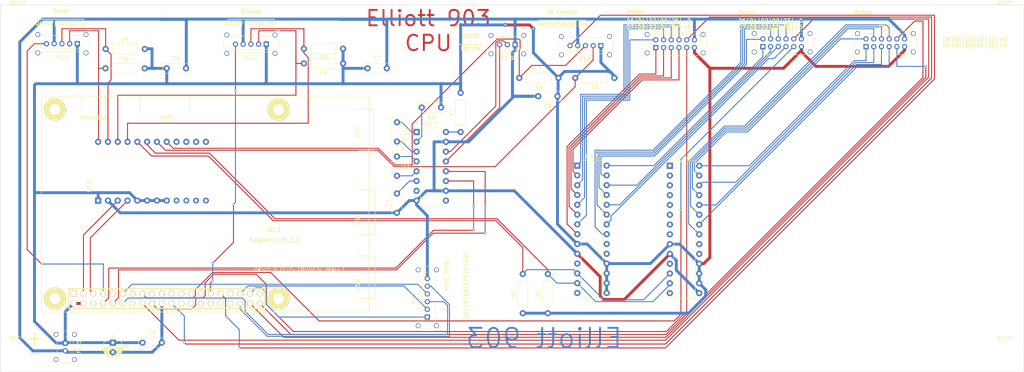
<source format=kicad_pcb>
(kicad_pcb (version 4) (host pcbnew 4.0.7)

  (general
    (links 128)
    (no_connects 0)
    (area 35.571429 21.225 308.428572 119.875)
    (thickness 1.6)
    (drawings 22)
    (tracks 567)
    (zones 0)
    (modules 36)
    (nets 103)
  )

  (page A3)
  (layers
    (0 F.Cu signal)
    (31 B.Cu signal)
    (32 B.Adhes user)
    (33 F.Adhes user)
    (34 B.Paste user)
    (35 F.Paste user)
    (36 B.SilkS user)
    (37 F.SilkS user)
    (38 B.Mask user)
    (39 F.Mask user)
    (40 Dwgs.User user)
    (41 Cmts.User user)
    (42 Eco1.User user)
    (43 Eco2.User user)
    (44 Edge.Cuts user)
    (45 Margin user)
    (46 B.CrtYd user)
    (47 F.CrtYd user)
    (48 B.Fab user)
    (49 F.Fab user)
  )

  (setup
    (last_trace_width 0.25)
    (trace_clearance 0.2)
    (zone_clearance 0.508)
    (zone_45_only no)
    (trace_min 0.2)
    (segment_width 0.2)
    (edge_width 0.1)
    (via_size 0.6)
    (via_drill 0.4)
    (via_min_size 0.4)
    (via_min_drill 0.3)
    (uvia_size 0.3)
    (uvia_drill 0.1)
    (uvias_allowed no)
    (uvia_min_size 0.2)
    (uvia_min_drill 0.1)
    (pcb_text_width 0.3)
    (pcb_text_size 1.5 1.5)
    (mod_edge_width 0.15)
    (mod_text_size 1 1)
    (mod_text_width 0.15)
    (pad_size 3.5 3.5)
    (pad_drill 3.5)
    (pad_to_mask_clearance 0)
    (aux_axis_origin 36.12 117.11)
    (grid_origin 39.37 116.61)
    (visible_elements 7FFDEFFF)
    (pcbplotparams
      (layerselection 0x01030_80000001)
      (usegerberextensions false)
      (excludeedgelayer true)
      (linewidth 0.100000)
      (plotframeref false)
      (viasonmask false)
      (mode 1)
      (useauxorigin false)
      (hpglpennumber 1)
      (hpglpenspeed 20)
      (hpglpendiameter 15)
      (hpglpenoverlay 2)
      (psnegative false)
      (psa4output false)
      (plotreference true)
      (plotvalue true)
      (plotinvisibletext false)
      (padsonsilk false)
      (subtractmaskfromsilk false)
      (outputformat 1)
      (mirror false)
      (drillshape 0)
      (scaleselection 1)
      (outputdirectory gerber/))
  )

  (net 0 "")
  (net 1 "Net-(C1-Pad1)")
  (net 2 "Net-(C1-Pad2)")
  (net 3 "Net-(C2-Pad1)")
  (net 4 "Net-(C2-Pad2)")
  (net 5 "Net-(C3-Pad2)")
  (net 6 0v)
  (net 7 "Net-(C4-Pad2)")
  (net 8 "Net-(P1.2-Pad3)")
  (net 9 "Net-(P1.2-Pad2)")
  (net 10 /White)
  (net 11 /Yellow)
  (net 12 /Blue)
  (net 13 /Orange)
  (net 14 /Mauve)
  (net 15 /Grey)
  (net 16 /Red)
  (net 17 /Black)
  (net 18 PunchA)
  (net 19 PunchB)
  (net 20 "Net-(P1.4-Pad3)")
  (net 21 "Net-(P1.4-Pad2)")
  (net 22 "Net-(P1.4-Pad4)")
  (net 23 "Net-(P1.4-Pad5)")
  (net 24 "Net-(P1.4-Pad6)")
  (net 25 "Net-(P1.4-Pad7)")
  (net 26 "Net-(P1.4-Pad1)")
  (net 27 "Net-(P1.4-Pad8)")
  (net 28 ReaderA)
  (net 29 ReaderB)
  (net 30 "Net-(U1.1-Pad8)")
  (net 31 "Net-(U1.1-Pad10)")
  (net 32 "Net-(U1.1-Pad3)")
  (net 33 "Net-(U1.1-Pad5)")
  (net 34 "Net-(P1.6-Pad3)")
  (net 35 "Net-(P1.6-Pad2)")
  (net 36 "Net-(P1.6-Pad4)")
  (net 37 "Net-(P1.6-Pad5)")
  (net 38 "Net-(P1.6-Pad6)")
  (net 39 "Net-(P1.6-Pad7)")
  (net 40 "Net-(P1.6-Pad1)")
  (net 41 "Net-(P1.6-Pad8)")
  (net 42 PlotterA)
  (net 43 PlotterB)
  (net 44 SDA)
  (net 45 SCL)
  (net 46 +5V)
  (net 47 "Net-(P1.7-Pad3)")
  (net 48 "Net-(P1.7-Pad2)")
  (net 49 "Net-(P1.7-Pad1)")
  (net 50 "Net-(P1.8-Pad3)")
  (net 51 "Net-(P1.8-Pad2)")
  (net 52 "Net-(P1.9-Pad2)")
  (net 53 "Net-(P1.9-Pad3)")
  (net 54 "Net-(R7-Pad1)")
  (net 55 "Net-(U1.1-Pad1)")
  (net 56 "Net-(U1.1-Pad13)")
  (net 57 "Net-(U1.1-Pad6)")
  (net 58 "Net-(U1.1-Pad17)")
  (net 59 "Net-(U1.1-Pad19)")
  (net 60 "Net-(U1.1-Pad21)")
  (net 61 "Net-(U1.1-Pad14)")
  (net 62 "Net-(U1.1-Pad23)")
  (net 63 "Net-(U1.1-Pad25)")
  (net 64 "Net-(U1.1-Pad27)")
  (net 65 "Net-(U1.1-Pad24)")
  (net 66 "Net-(U1.1-Pad26)")
  (net 67 "Net-(U1.1-Pad33)")
  (net 68 "Net-(U1.1-Pad28)")
  (net 69 "Net-(U1.1-Pad32)")
  (net 70 "Net-(U1.1-Pad34)")
  (net 71 "Net-(U1.1-Pad9)")
  (net 72 "Net-(U1.1-Pad39)")
  (net 73 "Net-(U1.1-Pad30)")
  (net 74 "Net-(U1.2-Pad13)")
  (net 75 "Net-(U1.2-Pad14)")
  (net 76 "Net-(U1.2-Pad15)")
  (net 77 "Net-(U1.2-Pad16)")
  (net 78 "Net-(U1.2-Pad9)")
  (net 79 "Net-(U1.2-Pad10)")
  (net 80 "Net-(U1.2-Pad11)")
  (net 81 "Net-(U1.2-Pad12)")
  (net 82 "Net-(U1.3-Pad19)")
  (net 83 "Net-(U1.3-Pad20)")
  (net 84 "Net-(U1.4-Pad9)")
  (net 85 "Net-(U1.4-Pad7)")
  (net 86 "Net-(U1.5-Pad1)")
  (net 87 "Net-(U1.5-Pad2)")
  (net 88 "Net-(U1.5-Pad3)")
  (net 89 "Net-(U1.5-Pad4)")
  (net 90 "Net-(U1.5-Pad5)")
  (net 91 "Net-(U1.5-Pad19)")
  (net 92 "Net-(U1.5-Pad6)")
  (net 93 "Net-(U1.5-Pad20)")
  (net 94 "Net-(U1.5-Pad7)")
  (net 95 "Net-(U1.5-Pad8)")
  (net 96 "Net-(P1.1-Pad5)")
  (net 97 "Net-(P1.2-Pad5)")
  (net 98 "Net-(P1.7-Pad4)")
  (net 99 "Net-(P1.7-Pad5)")
  (net 100 "Net-(P1.8-Pad5)")
  (net 101 SC7)
  (net 102 SD7)

  (net_class Default "This is the default net class."
    (clearance 0.2)
    (trace_width 0.25)
    (via_dia 0.6)
    (via_drill 0.4)
    (uvia_dia 0.3)
    (uvia_drill 0.1)
    (add_net /Black)
    (add_net /Blue)
    (add_net /Grey)
    (add_net /Mauve)
    (add_net /Orange)
    (add_net /Red)
    (add_net /White)
    (add_net /Yellow)
    (add_net "Net-(C1-Pad1)")
    (add_net "Net-(C1-Pad2)")
    (add_net "Net-(C2-Pad1)")
    (add_net "Net-(C2-Pad2)")
    (add_net "Net-(C3-Pad2)")
    (add_net "Net-(C4-Pad2)")
    (add_net "Net-(P1.1-Pad5)")
    (add_net "Net-(P1.2-Pad2)")
    (add_net "Net-(P1.2-Pad3)")
    (add_net "Net-(P1.2-Pad5)")
    (add_net "Net-(P1.4-Pad1)")
    (add_net "Net-(P1.4-Pad2)")
    (add_net "Net-(P1.4-Pad3)")
    (add_net "Net-(P1.4-Pad4)")
    (add_net "Net-(P1.4-Pad5)")
    (add_net "Net-(P1.4-Pad6)")
    (add_net "Net-(P1.4-Pad7)")
    (add_net "Net-(P1.4-Pad8)")
    (add_net "Net-(P1.6-Pad1)")
    (add_net "Net-(P1.6-Pad2)")
    (add_net "Net-(P1.6-Pad3)")
    (add_net "Net-(P1.6-Pad4)")
    (add_net "Net-(P1.6-Pad5)")
    (add_net "Net-(P1.6-Pad6)")
    (add_net "Net-(P1.6-Pad7)")
    (add_net "Net-(P1.6-Pad8)")
    (add_net "Net-(P1.7-Pad1)")
    (add_net "Net-(P1.7-Pad2)")
    (add_net "Net-(P1.7-Pad3)")
    (add_net "Net-(P1.7-Pad4)")
    (add_net "Net-(P1.7-Pad5)")
    (add_net "Net-(P1.8-Pad2)")
    (add_net "Net-(P1.8-Pad3)")
    (add_net "Net-(P1.8-Pad5)")
    (add_net "Net-(P1.9-Pad2)")
    (add_net "Net-(P1.9-Pad3)")
    (add_net "Net-(R7-Pad1)")
    (add_net "Net-(U1.1-Pad1)")
    (add_net "Net-(U1.1-Pad10)")
    (add_net "Net-(U1.1-Pad13)")
    (add_net "Net-(U1.1-Pad14)")
    (add_net "Net-(U1.1-Pad17)")
    (add_net "Net-(U1.1-Pad19)")
    (add_net "Net-(U1.1-Pad21)")
    (add_net "Net-(U1.1-Pad23)")
    (add_net "Net-(U1.1-Pad24)")
    (add_net "Net-(U1.1-Pad25)")
    (add_net "Net-(U1.1-Pad26)")
    (add_net "Net-(U1.1-Pad27)")
    (add_net "Net-(U1.1-Pad28)")
    (add_net "Net-(U1.1-Pad3)")
    (add_net "Net-(U1.1-Pad30)")
    (add_net "Net-(U1.1-Pad32)")
    (add_net "Net-(U1.1-Pad33)")
    (add_net "Net-(U1.1-Pad34)")
    (add_net "Net-(U1.1-Pad39)")
    (add_net "Net-(U1.1-Pad5)")
    (add_net "Net-(U1.1-Pad6)")
    (add_net "Net-(U1.1-Pad8)")
    (add_net "Net-(U1.1-Pad9)")
    (add_net "Net-(U1.2-Pad10)")
    (add_net "Net-(U1.2-Pad11)")
    (add_net "Net-(U1.2-Pad12)")
    (add_net "Net-(U1.2-Pad13)")
    (add_net "Net-(U1.2-Pad14)")
    (add_net "Net-(U1.2-Pad15)")
    (add_net "Net-(U1.2-Pad16)")
    (add_net "Net-(U1.2-Pad9)")
    (add_net "Net-(U1.3-Pad19)")
    (add_net "Net-(U1.3-Pad20)")
    (add_net "Net-(U1.4-Pad7)")
    (add_net "Net-(U1.4-Pad9)")
    (add_net "Net-(U1.5-Pad1)")
    (add_net "Net-(U1.5-Pad19)")
    (add_net "Net-(U1.5-Pad2)")
    (add_net "Net-(U1.5-Pad20)")
    (add_net "Net-(U1.5-Pad3)")
    (add_net "Net-(U1.5-Pad4)")
    (add_net "Net-(U1.5-Pad5)")
    (add_net "Net-(U1.5-Pad6)")
    (add_net "Net-(U1.5-Pad7)")
    (add_net "Net-(U1.5-Pad8)")
    (add_net PlotterA)
    (add_net PlotterB)
    (add_net PunchA)
    (add_net PunchB)
    (add_net ReaderA)
    (add_net ReaderB)
    (add_net SC7)
    (add_net SCL)
    (add_net SD7)
    (add_net SDA)
  )

  (net_class T ""
    (clearance 0.5)
    (trace_width 0.75)
    (via_dia 1)
    (via_drill 0.4)
    (uvia_dia 0.3)
    (uvia_drill 0.1)
    (add_net +5V)
    (add_net 0v)
  )

  (module lib_fp:RASPI_BPLUS_MIRRORED (layer F.Cu) (tedit 598A20AB) (tstamp 5AEC91B7)
    (at 82.55 99.06)
    (descr "Double rangee de contacts 2 x 12 pins")
    (tags CONN)
    (path /592B88FF)
    (fp_text reference U1.1 (at 27.94 -17.78) (layer F.SilkS)
      (effects (font (size 1.016 1.016) (thickness 0.27432)))
    )
    (fp_text value Raspberry_Pi_2_3 (at 27.94 -15.24) (layer F.SilkS)
      (effects (font (size 1.016 1.016) (thickness 0.2032)))
    )
    (fp_text user ETH (at 49.53 -43.18 90) (layer F.SilkS)
      (effects (font (size 1 1) (thickness 0.15)))
    )
    (fp_line (start 48.768 -49.022) (end 53.594 -49.022) (layer F.SilkS) (width 0.15))
    (fp_line (start 53.594 -49.022) (end 53.594 -38.354) (layer F.SilkS) (width 0.15))
    (fp_line (start 53.594 -38.354) (end 49.784 -38.354) (layer F.SilkS) (width 0.15))
    (fp_text user "RASPI B PLUS (MIRROR IMAGE)" (at 34.29 -7.62) (layer F.SilkS)
      (effects (font (size 1 1) (thickness 0.15)))
    )
    (fp_text user microUSB (at -19 -47) (layer F.SilkS)
      (effects (font (size 1 1) (thickness 0.15)))
    )
    (fp_line (start -22 -49.008) (end -22 -52.508) (layer F.SilkS) (width 0.15))
    (fp_line (start -16 -49.008) (end -16 -52.508) (layer F.SilkS) (width 0.15))
    (fp_text user HDMI (at 0 -47) (layer F.SilkS)
      (effects (font (size 1 1) (thickness 0.15)))
    )
    (fp_line (start -7 -48.5) (end -7 -52.5) (layer F.SilkS) (width 0.15))
    (fp_line (start 6 -48.5) (end 6 -52.5) (layer F.SilkS) (width 0.15))
    (fp_text user USB (at 49.5 -3.5 90) (layer F.SilkS)
      (effects (font (size 1 1) (thickness 0.15)))
    )
    (fp_text user USB (at 49.5 -20.5 90) (layer F.SilkS)
      (effects (font (size 1 1) (thickness 0.15)))
    )
    (fp_line (start 49.5 -11.032) (end 54 -11.032) (layer F.SilkS) (width 0.15))
    (fp_line (start 54 -11.032) (end 54 -0.032) (layer F.SilkS) (width 0.15))
    (fp_line (start 54 -0.032) (end 50 -0.032) (layer F.SilkS) (width 0.15))
    (fp_line (start 49.5 -28.032) (end 54 -28.032) (layer F.SilkS) (width 0.15))
    (fp_line (start 54 -28.032) (end 54 -16.532) (layer F.SilkS) (width 0.15))
    (fp_line (start 54 -16.532) (end 49.5 -16.532) (layer F.SilkS) (width 0.15))
    (fp_line (start -32.5 3.5) (end 52.5 3.5) (layer F.SilkS) (width 0.15))
    (fp_line (start 52.5 -52.5) (end 52.5 3.5) (layer F.SilkS) (width 0.15))
    (fp_line (start 52.5 -52.5) (end 32 -52.5) (layer F.SilkS) (width 0.15))
    (fp_line (start -32.5 -52.5) (end -32.5 3.5) (layer F.SilkS) (width 0.15))
    (fp_line (start -32.5 -52.5) (end 32.5 -52.5) (layer F.SilkS) (width 0.15))
    (fp_line (start 25.4 2.54) (end -25.4 2.54) (layer F.SilkS) (width 0.3048))
    (fp_line (start 25.4 -2.54) (end -25.4 -2.54) (layer F.SilkS) (width 0.3048))
    (fp_line (start 25.4 -2.54) (end 25.4 2.54) (layer F.SilkS) (width 0.3048))
    (fp_line (start -25.4 -2.54) (end -25.4 2.54) (layer F.SilkS) (width 0.3048))
    (pad 1 thru_hole rect (at -24.13 -1.27) (size 1.524 1.524) (drill 1.016) (layers *.Cu *.Mask F.SilkS)
      (net 55 "Net-(U1.1-Pad1)"))
    (pad 2 thru_hole circle (at -24.13 1.27) (size 1.524 1.524) (drill 1.016) (layers *.Cu *.Mask F.SilkS)
      (net 46 +5V))
    (pad 11 thru_hole circle (at -11.43 -1.27) (size 1.524 1.524) (drill 1.016) (layers *.Cu *.Mask F.SilkS)
      (net 98 "Net-(P1.7-Pad4)"))
    (pad 4 thru_hole circle (at -21.59 1.27) (size 1.524 1.524) (drill 1.016) (layers *.Cu *.Mask F.SilkS)
      (net 46 +5V))
    (pad 13 thru_hole circle (at -8.89 -1.27) (size 1.524 1.524) (drill 1.016) (layers *.Cu *.Mask F.SilkS)
      (net 56 "Net-(U1.1-Pad13)"))
    (pad 6 thru_hole circle (at -19.05 1.27) (size 1.524 1.524) (drill 1.016) (layers *.Cu *.Mask F.SilkS)
      (net 57 "Net-(U1.1-Pad6)"))
    (pad 15 thru_hole circle (at -6.35 -1.27) (size 1.524 1.524) (drill 1.016) (layers *.Cu *.Mask F.SilkS)
      (net 18 PunchA))
    (pad 8 thru_hole circle (at -16.51 1.27) (size 1.524 1.524) (drill 1.016) (layers *.Cu *.Mask F.SilkS)
      (net 30 "Net-(U1.1-Pad8)"))
    (pad 17 thru_hole circle (at -3.81 -1.27) (size 1.524 1.524) (drill 1.016) (layers *.Cu *.Mask F.SilkS)
      (net 58 "Net-(U1.1-Pad17)"))
    (pad 10 thru_hole circle (at -13.97 1.27) (size 1.524 1.524) (drill 1.016) (layers *.Cu *.Mask F.SilkS)
      (net 31 "Net-(U1.1-Pad10)"))
    (pad 19 thru_hole circle (at -1.27 -1.27) (size 1.524 1.524) (drill 1.016) (layers *.Cu *.Mask F.SilkS)
      (net 59 "Net-(U1.1-Pad19)"))
    (pad 12 thru_hole circle (at -11.43 1.27) (size 1.524 1.524) (drill 1.016) (layers *.Cu *.Mask F.SilkS)
      (net 47 "Net-(P1.7-Pad3)"))
    (pad 21 thru_hole circle (at 1.27 -1.27) (size 1.524 1.524) (drill 1.016) (layers *.Cu *.Mask F.SilkS)
      (net 60 "Net-(U1.1-Pad21)"))
    (pad 14 thru_hole circle (at -8.89 1.27) (size 1.524 1.524) (drill 1.016) (layers *.Cu *.Mask F.SilkS)
      (net 61 "Net-(U1.1-Pad14)"))
    (pad 23 thru_hole circle (at 3.81 -1.27) (size 1.524 1.524) (drill 1.016) (layers *.Cu *.Mask F.SilkS)
      (net 62 "Net-(U1.1-Pad23)"))
    (pad 16 thru_hole circle (at -6.35 1.27) (size 1.524 1.524) (drill 1.016) (layers *.Cu *.Mask F.SilkS)
      (net 19 PunchB))
    (pad 25 thru_hole circle (at 6.35 -1.27) (size 1.524 1.524) (drill 1.016) (layers *.Cu *.Mask F.SilkS)
      (net 63 "Net-(U1.1-Pad25)"))
    (pad 18 thru_hole circle (at -3.81 1.27) (size 1.524 1.524) (drill 1.016) (layers *.Cu *.Mask F.SilkS)
      (net 28 ReaderA))
    (pad 27 thru_hole circle (at 8.89 -1.27) (size 1.524 1.524) (drill 1.016) (layers *.Cu *.Mask F.SilkS)
      (net 64 "Net-(U1.1-Pad27)"))
    (pad 20 thru_hole circle (at -1.27 1.27) (size 1.524 1.524) (drill 1.016) (layers *.Cu *.Mask F.SilkS)
      (net 6 0v))
    (pad 29 thru_hole circle (at 11.43 -1.27) (size 1.524 1.524) (drill 1.016) (layers *.Cu *.Mask F.SilkS)
      (net 97 "Net-(P1.2-Pad5)"))
    (pad 22 thru_hole circle (at 1.27 1.27) (size 1.524 1.524) (drill 1.016) (layers *.Cu *.Mask F.SilkS)
      (net 29 ReaderB))
    (pad 31 thru_hole circle (at 13.97 -1.27) (size 1.524 1.524) (drill 1.016) (layers *.Cu *.Mask F.SilkS)
      (net 100 "Net-(P1.8-Pad5)"))
    (pad 24 thru_hole circle (at 3.81 1.27) (size 1.524 1.524) (drill 1.016) (layers *.Cu *.Mask F.SilkS)
      (net 65 "Net-(U1.1-Pad24)"))
    (pad 26 thru_hole circle (at 6.35 1.27) (size 1.524 1.524) (drill 1.016) (layers *.Cu *.Mask F.SilkS)
      (net 66 "Net-(U1.1-Pad26)"))
    (pad 33 thru_hole circle (at 16.51 -1.27) (size 1.524 1.524) (drill 1.016) (layers *.Cu *.Mask F.SilkS)
      (net 67 "Net-(U1.1-Pad33)"))
    (pad 28 thru_hole circle (at 8.89 1.27) (size 1.524 1.524) (drill 1.016) (layers *.Cu *.Mask F.SilkS)
      (net 68 "Net-(U1.1-Pad28)"))
    (pad 32 thru_hole circle (at 13.97 1.27) (size 1.524 1.524) (drill 1.016) (layers *.Cu *.Mask F.SilkS)
      (net 69 "Net-(U1.1-Pad32)"))
    (pad 34 thru_hole circle (at 16.51 1.27) (size 1.524 1.524) (drill 1.016) (layers *.Cu *.Mask F.SilkS)
      (net 70 "Net-(U1.1-Pad34)"))
    (pad 36 thru_hole circle (at 19.05 1.27) (size 1.524 1.524) (drill 1.016) (layers *.Cu *.Mask F.SilkS)
      (net 99 "Net-(P1.7-Pad5)"))
    (pad 38 thru_hole circle (at 21.59 1.27) (size 1.524 1.524) (drill 1.016) (layers *.Cu *.Mask F.SilkS)
      (net 42 PlotterA))
    (pad 35 thru_hole circle (at 19.05 -1.27) (size 1.524 1.524) (drill 1.016) (layers *.Cu *.Mask F.SilkS)
      (net 48 "Net-(P1.7-Pad2)"))
    (pad 37 thru_hole circle (at 21.59 -1.27) (size 1.524 1.524) (drill 1.016) (layers *.Cu *.Mask F.SilkS)
      (net 49 "Net-(P1.7-Pad1)"))
    (pad 3 thru_hole circle (at -21.59 -1.27) (size 1.524 1.524) (drill 1.016) (layers *.Cu *.Mask F.SilkS)
      (net 32 "Net-(U1.1-Pad3)"))
    (pad 5 thru_hole circle (at -19.05 -1.27) (size 1.524 1.524) (drill 1.016) (layers *.Cu *.Mask F.SilkS)
      (net 33 "Net-(U1.1-Pad5)"))
    (pad 7 thru_hole circle (at -16.51 -1.27) (size 1.524 1.524) (drill 1.016) (layers *.Cu *.Mask F.SilkS)
      (net 96 "Net-(P1.1-Pad5)"))
    (pad 9 thru_hole circle (at -13.97 -1.27) (size 1.524 1.524) (drill 1.016) (layers *.Cu *.Mask F.SilkS)
      (net 71 "Net-(U1.1-Pad9)"))
    (pad 39 thru_hole circle (at 24.13 -1.27) (size 1.524 1.524) (drill 1.016) (layers *.Cu *.Mask F.SilkS)
      (net 72 "Net-(U1.1-Pad39)"))
    (pad 40 thru_hole circle (at 24.13 1.27) (size 1.524 1.524) (drill 1.016) (layers *.Cu *.Mask F.SilkS)
      (net 43 PlotterB))
    (pad 30 thru_hole circle (at 11.43 1.27) (size 1.524 1.524) (drill 1.016) (layers *.Cu *.Mask F.SilkS)
      (net 73 "Net-(U1.1-Pad30)"))
    (pad H2 thru_hole circle (at -29 0) (size 5.7 5.7) (drill 2.75) (layers *.Cu *.Mask F.SilkS))
    (pad H3 thru_hole circle (at 29 0) (size 5.7 5.7) (drill 2.75) (layers *.Cu *.Mask F.SilkS))
    (pad H4 thru_hole circle (at 29 -49) (size 5.7 5.7) (drill 2.75) (layers *.Cu *.Mask F.SilkS))
    (pad H1 thru_hole circle (at -29 -49) (size 5.7 5.7) (drill 2.75) (layers *.Cu *.Mask F.SilkS))
    (model pin_array/pins_array_20x2.wrl
      (at (xyz 0 0 0))
      (scale (xyz 1 1 1))
      (rotate (xyz 0 0 0))
    )
  )

  (module lib_fp:C_Rect_L7.0mm_W2.5mm_P5.00mm (layer F.Cu) (tedit 597BC7C2) (tstamp 5AEC8EAC)
    (at 142.24 53.34 270)
    (descr "C, Rect series, Radial, pin pitch=5.00mm, , length*width=7*2.5mm^2, Capacitor")
    (tags "C Rect series Radial pin pitch 5.00mm  length 7mm width 2.5mm Capacitor")
    (path /592BEB72)
    (fp_text reference C1 (at 2.5 -2.56 270) (layer F.SilkS)
      (effects (font (size 1 1) (thickness 0.15)))
    )
    (fp_text value 100n (at 8.89 0 270) (layer F.Fab)
      (effects (font (size 1 1) (thickness 0.15)))
    )
    (fp_line (start -1 -1.25) (end -1 1.25) (layer F.Fab) (width 0.1))
    (fp_line (start -1 1.25) (end 6 1.25) (layer F.Fab) (width 0.1))
    (fp_line (start 6 1.25) (end 6 -1.25) (layer F.Fab) (width 0.1))
    (fp_line (start 6 -1.25) (end -1 -1.25) (layer F.Fab) (width 0.1))
    (fp_line (start -1.06 -1.31) (end 6.06 -1.31) (layer F.SilkS) (width 0.12))
    (fp_line (start -1.06 1.31) (end 6.06 1.31) (layer F.SilkS) (width 0.12))
    (fp_line (start -1.06 -1.31) (end -1.06 1.31) (layer F.SilkS) (width 0.12))
    (fp_line (start 6.06 -1.31) (end 6.06 1.31) (layer F.SilkS) (width 0.12))
    (fp_line (start -1.35 -1.6) (end -1.35 1.6) (layer F.CrtYd) (width 0.05))
    (fp_line (start -1.35 1.6) (end 6.35 1.6) (layer F.CrtYd) (width 0.05))
    (fp_line (start 6.35 1.6) (end 6.35 -1.6) (layer F.CrtYd) (width 0.05))
    (fp_line (start 6.35 -1.6) (end -1.35 -1.6) (layer F.CrtYd) (width 0.05))
    (fp_text user %R (at 2.5 0 270) (layer F.Fab)
      (effects (font (size 1 1) (thickness 0.15)))
    )
    (pad 1 thru_hole circle (at 0 0 270) (size 1.6 1.6) (drill 0.8) (layers *.Cu *.Mask)
      (net 1 "Net-(C1-Pad1)"))
    (pad 2 thru_hole circle (at 5 0 270) (size 1.6 1.6) (drill 0.8) (layers *.Cu *.Mask)
      (net 2 "Net-(C1-Pad2)"))
    (model ${KISYS3DMOD}/Capacitors_THT.3dshapes/C_Rect_L7.0mm_W2.5mm_P5.00mm.wrl
      (at (xyz 0 0 0))
      (scale (xyz 1 1 1))
      (rotate (xyz 0 0 0))
    )
  )

  (module lib_fp:C_Rect_L7.0mm_W2.5mm_P5.00mm (layer F.Cu) (tedit 597BC7C2) (tstamp 5AEC8EBE)
    (at 142.24 62.23 270)
    (descr "C, Rect series, Radial, pin pitch=5.00mm, , length*width=7*2.5mm^2, Capacitor")
    (tags "C Rect series Radial pin pitch 5.00mm  length 7mm width 2.5mm Capacitor")
    (path /592BEE6C)
    (fp_text reference C2 (at 2.5 -2.56 270) (layer F.SilkS)
      (effects (font (size 1 1) (thickness 0.15)))
    )
    (fp_text value 100n (at 8.89 0 270) (layer F.Fab)
      (effects (font (size 1 1) (thickness 0.15)))
    )
    (fp_line (start -1 -1.25) (end -1 1.25) (layer F.Fab) (width 0.1))
    (fp_line (start -1 1.25) (end 6 1.25) (layer F.Fab) (width 0.1))
    (fp_line (start 6 1.25) (end 6 -1.25) (layer F.Fab) (width 0.1))
    (fp_line (start 6 -1.25) (end -1 -1.25) (layer F.Fab) (width 0.1))
    (fp_line (start -1.06 -1.31) (end 6.06 -1.31) (layer F.SilkS) (width 0.12))
    (fp_line (start -1.06 1.31) (end 6.06 1.31) (layer F.SilkS) (width 0.12))
    (fp_line (start -1.06 -1.31) (end -1.06 1.31) (layer F.SilkS) (width 0.12))
    (fp_line (start 6.06 -1.31) (end 6.06 1.31) (layer F.SilkS) (width 0.12))
    (fp_line (start -1.35 -1.6) (end -1.35 1.6) (layer F.CrtYd) (width 0.05))
    (fp_line (start -1.35 1.6) (end 6.35 1.6) (layer F.CrtYd) (width 0.05))
    (fp_line (start 6.35 1.6) (end 6.35 -1.6) (layer F.CrtYd) (width 0.05))
    (fp_line (start 6.35 -1.6) (end -1.35 -1.6) (layer F.CrtYd) (width 0.05))
    (fp_text user %R (at 2.5 0 270) (layer F.Fab)
      (effects (font (size 1 1) (thickness 0.15)))
    )
    (pad 1 thru_hole circle (at 0 0 270) (size 1.6 1.6) (drill 0.8) (layers *.Cu *.Mask)
      (net 3 "Net-(C2-Pad1)"))
    (pad 2 thru_hole circle (at 5 0 270) (size 1.6 1.6) (drill 0.8) (layers *.Cu *.Mask)
      (net 4 "Net-(C2-Pad2)"))
    (model ${KISYS3DMOD}/Capacitors_THT.3dshapes/C_Rect_L7.0mm_W2.5mm_P5.00mm.wrl
      (at (xyz 0 0 0))
      (scale (xyz 1 1 1))
      (rotate (xyz 0 0 0))
    )
  )

  (module lib_fp:C_Rect_L7.0mm_W2.5mm_P5.00mm (layer F.Cu) (tedit 597BC7C2) (tstamp 5AEC8ED0)
    (at 153.67 49.53 180)
    (descr "C, Rect series, Radial, pin pitch=5.00mm, , length*width=7*2.5mm^2, Capacitor")
    (tags "C Rect series Radial pin pitch 5.00mm  length 7mm width 2.5mm Capacitor")
    (path /592BF04D)
    (fp_text reference C3 (at 2.5 -2.56 180) (layer F.SilkS)
      (effects (font (size 1 1) (thickness 0.15)))
    )
    (fp_text value 100n (at 8.89 0 180) (layer F.Fab)
      (effects (font (size 1 1) (thickness 0.15)))
    )
    (fp_line (start -1 -1.25) (end -1 1.25) (layer F.Fab) (width 0.1))
    (fp_line (start -1 1.25) (end 6 1.25) (layer F.Fab) (width 0.1))
    (fp_line (start 6 1.25) (end 6 -1.25) (layer F.Fab) (width 0.1))
    (fp_line (start 6 -1.25) (end -1 -1.25) (layer F.Fab) (width 0.1))
    (fp_line (start -1.06 -1.31) (end 6.06 -1.31) (layer F.SilkS) (width 0.12))
    (fp_line (start -1.06 1.31) (end 6.06 1.31) (layer F.SilkS) (width 0.12))
    (fp_line (start -1.06 -1.31) (end -1.06 1.31) (layer F.SilkS) (width 0.12))
    (fp_line (start 6.06 -1.31) (end 6.06 1.31) (layer F.SilkS) (width 0.12))
    (fp_line (start -1.35 -1.6) (end -1.35 1.6) (layer F.CrtYd) (width 0.05))
    (fp_line (start -1.35 1.6) (end 6.35 1.6) (layer F.CrtYd) (width 0.05))
    (fp_line (start 6.35 1.6) (end 6.35 -1.6) (layer F.CrtYd) (width 0.05))
    (fp_line (start 6.35 -1.6) (end -1.35 -1.6) (layer F.CrtYd) (width 0.05))
    (fp_text user %R (at 2.5 0 180) (layer F.Fab)
      (effects (font (size 1 1) (thickness 0.15)))
    )
    (pad 1 thru_hole circle (at 0 0 180) (size 1.6 1.6) (drill 0.8) (layers *.Cu *.Mask)
      (net 46 +5V))
    (pad 2 thru_hole circle (at 5 0 180) (size 1.6 1.6) (drill 0.8) (layers *.Cu *.Mask)
      (net 5 "Net-(C3-Pad2)"))
    (model ${KISYS3DMOD}/Capacitors_THT.3dshapes/C_Rect_L7.0mm_W2.5mm_P5.00mm.wrl
      (at (xyz 0 0 0))
      (scale (xyz 1 1 1))
      (rotate (xyz 0 0 0))
    )
  )

  (module lib_fp:C_Rect_L7.0mm_W2.5mm_P5.00mm (layer F.Cu) (tedit 597BC7C2) (tstamp 5AEC8EE2)
    (at 142.24 76.835 90)
    (descr "C, Rect series, Radial, pin pitch=5.00mm, , length*width=7*2.5mm^2, Capacitor")
    (tags "C Rect series Radial pin pitch 5.00mm  length 7mm width 2.5mm Capacitor")
    (path /592BF0AA)
    (fp_text reference C4 (at 2.5 -2.56 90) (layer F.SilkS)
      (effects (font (size 1 1) (thickness 0.15)))
    )
    (fp_text value 100n (at 8.89 0 90) (layer F.Fab)
      (effects (font (size 1 1) (thickness 0.15)))
    )
    (fp_line (start -1 -1.25) (end -1 1.25) (layer F.Fab) (width 0.1))
    (fp_line (start -1 1.25) (end 6 1.25) (layer F.Fab) (width 0.1))
    (fp_line (start 6 1.25) (end 6 -1.25) (layer F.Fab) (width 0.1))
    (fp_line (start 6 -1.25) (end -1 -1.25) (layer F.Fab) (width 0.1))
    (fp_line (start -1.06 -1.31) (end 6.06 -1.31) (layer F.SilkS) (width 0.12))
    (fp_line (start -1.06 1.31) (end 6.06 1.31) (layer F.SilkS) (width 0.12))
    (fp_line (start -1.06 -1.31) (end -1.06 1.31) (layer F.SilkS) (width 0.12))
    (fp_line (start 6.06 -1.31) (end 6.06 1.31) (layer F.SilkS) (width 0.12))
    (fp_line (start -1.35 -1.6) (end -1.35 1.6) (layer F.CrtYd) (width 0.05))
    (fp_line (start -1.35 1.6) (end 6.35 1.6) (layer F.CrtYd) (width 0.05))
    (fp_line (start 6.35 1.6) (end 6.35 -1.6) (layer F.CrtYd) (width 0.05))
    (fp_line (start 6.35 -1.6) (end -1.35 -1.6) (layer F.CrtYd) (width 0.05))
    (fp_text user %R (at 2.5 0 90) (layer F.Fab)
      (effects (font (size 1 1) (thickness 0.15)))
    )
    (pad 1 thru_hole circle (at 0 0 90) (size 1.6 1.6) (drill 0.8) (layers *.Cu *.Mask)
      (net 6 0v))
    (pad 2 thru_hole circle (at 5 0 90) (size 1.6 1.6) (drill 0.8) (layers *.Cu *.Mask)
      (net 7 "Net-(C4-Pad2)"))
    (model ${KISYS3DMOD}/Capacitors_THT.3dshapes/C_Rect_L7.0mm_W2.5mm_P5.00mm.wrl
      (at (xyz 0 0 0))
      (scale (xyz 1 1 1))
      (rotate (xyz 0 0 0))
    )
  )

  (module lib_fp:C_Rect_L7.0mm_W2.5mm_P5.00mm (layer F.Cu) (tedit 597BC7C2) (tstamp 5AEC8EF4)
    (at 76.28 110.49)
    (descr "C, Rect series, Radial, pin pitch=5.00mm, , length*width=7*2.5mm^2, Capacitor")
    (tags "C Rect series Radial pin pitch 5.00mm  length 7mm width 2.5mm Capacitor")
    (path /592BF428)
    (fp_text reference C5 (at 2.5 -2.56) (layer F.SilkS)
      (effects (font (size 1 1) (thickness 0.15)))
    )
    (fp_text value 100n (at 8.89 0) (layer F.Fab)
      (effects (font (size 1 1) (thickness 0.15)))
    )
    (fp_line (start -1 -1.25) (end -1 1.25) (layer F.Fab) (width 0.1))
    (fp_line (start -1 1.25) (end 6 1.25) (layer F.Fab) (width 0.1))
    (fp_line (start 6 1.25) (end 6 -1.25) (layer F.Fab) (width 0.1))
    (fp_line (start 6 -1.25) (end -1 -1.25) (layer F.Fab) (width 0.1))
    (fp_line (start -1.06 -1.31) (end 6.06 -1.31) (layer F.SilkS) (width 0.12))
    (fp_line (start -1.06 1.31) (end 6.06 1.31) (layer F.SilkS) (width 0.12))
    (fp_line (start -1.06 -1.31) (end -1.06 1.31) (layer F.SilkS) (width 0.12))
    (fp_line (start 6.06 -1.31) (end 6.06 1.31) (layer F.SilkS) (width 0.12))
    (fp_line (start -1.35 -1.6) (end -1.35 1.6) (layer F.CrtYd) (width 0.05))
    (fp_line (start -1.35 1.6) (end 6.35 1.6) (layer F.CrtYd) (width 0.05))
    (fp_line (start 6.35 1.6) (end 6.35 -1.6) (layer F.CrtYd) (width 0.05))
    (fp_line (start 6.35 -1.6) (end -1.35 -1.6) (layer F.CrtYd) (width 0.05))
    (fp_text user %R (at 2.5 0) (layer F.Fab)
      (effects (font (size 1 1) (thickness 0.15)))
    )
    (pad 1 thru_hole circle (at 0 0) (size 1.6 1.6) (drill 0.8) (layers *.Cu *.Mask)
      (net 46 +5V))
    (pad 2 thru_hole circle (at 5 0) (size 1.6 1.6) (drill 0.8) (layers *.Cu *.Mask)
      (net 6 0v))
    (model ${KISYS3DMOD}/Capacitors_THT.3dshapes/C_Rect_L7.0mm_W2.5mm_P5.00mm.wrl
      (at (xyz 0 0 0))
      (scale (xyz 1 1 1))
      (rotate (xyz 0 0 0))
    )
  )

  (module lib_fp:C_Rect_L7.0mm_W2.5mm_P5.00mm (layer F.Cu) (tedit 597BC7C2) (tstamp 5AEC8F06)
    (at 82.55 39.37)
    (descr "C, Rect series, Radial, pin pitch=5.00mm, , length*width=7*2.5mm^2, Capacitor")
    (tags "C Rect series Radial pin pitch 5.00mm  length 7mm width 2.5mm Capacitor")
    (path /592C33F9)
    (fp_text reference C6 (at 2.5 -2.56) (layer F.SilkS)
      (effects (font (size 1 1) (thickness 0.15)))
    )
    (fp_text value 100n (at 8.89 0) (layer F.Fab)
      (effects (font (size 1 1) (thickness 0.15)))
    )
    (fp_line (start -1 -1.25) (end -1 1.25) (layer F.Fab) (width 0.1))
    (fp_line (start -1 1.25) (end 6 1.25) (layer F.Fab) (width 0.1))
    (fp_line (start 6 1.25) (end 6 -1.25) (layer F.Fab) (width 0.1))
    (fp_line (start 6 -1.25) (end -1 -1.25) (layer F.Fab) (width 0.1))
    (fp_line (start -1.06 -1.31) (end 6.06 -1.31) (layer F.SilkS) (width 0.12))
    (fp_line (start -1.06 1.31) (end 6.06 1.31) (layer F.SilkS) (width 0.12))
    (fp_line (start -1.06 -1.31) (end -1.06 1.31) (layer F.SilkS) (width 0.12))
    (fp_line (start 6.06 -1.31) (end 6.06 1.31) (layer F.SilkS) (width 0.12))
    (fp_line (start -1.35 -1.6) (end -1.35 1.6) (layer F.CrtYd) (width 0.05))
    (fp_line (start -1.35 1.6) (end 6.35 1.6) (layer F.CrtYd) (width 0.05))
    (fp_line (start 6.35 1.6) (end 6.35 -1.6) (layer F.CrtYd) (width 0.05))
    (fp_line (start 6.35 -1.6) (end -1.35 -1.6) (layer F.CrtYd) (width 0.05))
    (fp_text user %R (at 2.5 0) (layer F.Fab)
      (effects (font (size 1 1) (thickness 0.15)))
    )
    (pad 1 thru_hole circle (at 0 0) (size 1.6 1.6) (drill 0.8) (layers *.Cu *.Mask)
      (net 46 +5V))
    (pad 2 thru_hole circle (at 5 0) (size 1.6 1.6) (drill 0.8) (layers *.Cu *.Mask)
      (net 6 0v))
    (model ${KISYS3DMOD}/Capacitors_THT.3dshapes/C_Rect_L7.0mm_W2.5mm_P5.00mm.wrl
      (at (xyz 0 0 0))
      (scale (xyz 1 1 1))
      (rotate (xyz 0 0 0))
    )
  )

  (module lib_fp:C_Rect_L7.0mm_W2.5mm_P5.00mm (layer F.Cu) (tedit 597BC7C2) (tstamp 5AEC8F18)
    (at 134.62 39.37)
    (descr "C, Rect series, Radial, pin pitch=5.00mm, , length*width=7*2.5mm^2, Capacitor")
    (tags "C Rect series Radial pin pitch 5.00mm  length 7mm width 2.5mm Capacitor")
    (path /592C339B)
    (fp_text reference C7 (at 2.5 -2.56) (layer F.SilkS)
      (effects (font (size 1 1) (thickness 0.15)))
    )
    (fp_text value 100n (at 8.89 0) (layer F.Fab)
      (effects (font (size 1 1) (thickness 0.15)))
    )
    (fp_line (start -1 -1.25) (end -1 1.25) (layer F.Fab) (width 0.1))
    (fp_line (start -1 1.25) (end 6 1.25) (layer F.Fab) (width 0.1))
    (fp_line (start 6 1.25) (end 6 -1.25) (layer F.Fab) (width 0.1))
    (fp_line (start 6 -1.25) (end -1 -1.25) (layer F.Fab) (width 0.1))
    (fp_line (start -1.06 -1.31) (end 6.06 -1.31) (layer F.SilkS) (width 0.12))
    (fp_line (start -1.06 1.31) (end 6.06 1.31) (layer F.SilkS) (width 0.12))
    (fp_line (start -1.06 -1.31) (end -1.06 1.31) (layer F.SilkS) (width 0.12))
    (fp_line (start 6.06 -1.31) (end 6.06 1.31) (layer F.SilkS) (width 0.12))
    (fp_line (start -1.35 -1.6) (end -1.35 1.6) (layer F.CrtYd) (width 0.05))
    (fp_line (start -1.35 1.6) (end 6.35 1.6) (layer F.CrtYd) (width 0.05))
    (fp_line (start 6.35 1.6) (end 6.35 -1.6) (layer F.CrtYd) (width 0.05))
    (fp_line (start 6.35 -1.6) (end -1.35 -1.6) (layer F.CrtYd) (width 0.05))
    (fp_text user %R (at 2.5 0) (layer F.Fab)
      (effects (font (size 1 1) (thickness 0.15)))
    )
    (pad 1 thru_hole circle (at 0 0) (size 1.6 1.6) (drill 0.8) (layers *.Cu *.Mask)
      (net 46 +5V))
    (pad 2 thru_hole circle (at 5 0) (size 1.6 1.6) (drill 0.8) (layers *.Cu *.Mask)
      (net 6 0v))
    (model ${KISYS3DMOD}/Capacitors_THT.3dshapes/C_Rect_L7.0mm_W2.5mm_P5.00mm.wrl
      (at (xyz 0 0 0))
      (scale (xyz 1 1 1))
      (rotate (xyz 0 0 0))
    )
  )

  (module lib_fp:CP_Radial_D5.0mm_P2.50mm (layer F.Cu) (tedit 592C54D3) (tstamp 5AEC8F2A)
    (at 68.58 110.49 270)
    (descr "CP, Radial series, Radial, pin pitch=2.50mm, , diameter=5mm, Electrolytic Capacitor")
    (tags "CP Radial series Radial pin pitch 2.50mm  diameter 5mm Electrolytic Capacitor")
    (path /592C6716)
    (fp_text reference C8 (at 1.25 -3.56 270) (layer F.SilkS)
      (effects (font (size 1 1) (thickness 0.15)))
    )
    (fp_text value 10u (at 1.25 3.56 360) (layer F.Fab)
      (effects (font (size 1 1) (thickness 0.15)))
    )
    (fp_text user %R (at 0.775 0 270) (layer F.Fab)
      (effects (font (size 1 1) (thickness 0.15)))
    )
    (fp_line (start -2.2 0) (end -1 0) (layer F.Fab) (width 0.1))
    (fp_line (start -1.6 -0.65) (end -1.6 0.65) (layer F.Fab) (width 0.1))
    (fp_line (start 1.25 -2.55) (end 1.25 2.55) (layer F.SilkS) (width 0.12))
    (fp_line (start 1.29 -2.55) (end 1.29 2.55) (layer F.SilkS) (width 0.12))
    (fp_line (start 1.33 -2.549) (end 1.33 2.549) (layer F.SilkS) (width 0.12))
    (fp_line (start 1.37 -2.548) (end 1.37 2.548) (layer F.SilkS) (width 0.12))
    (fp_line (start 1.41 -2.546) (end 1.41 2.546) (layer F.SilkS) (width 0.12))
    (fp_line (start 1.45 -2.543) (end 1.45 2.543) (layer F.SilkS) (width 0.12))
    (fp_line (start 1.49 -2.539) (end 1.49 2.539) (layer F.SilkS) (width 0.12))
    (fp_line (start 1.53 -2.535) (end 1.53 -0.98) (layer F.SilkS) (width 0.12))
    (fp_line (start 1.53 0.98) (end 1.53 2.535) (layer F.SilkS) (width 0.12))
    (fp_line (start 1.57 -2.531) (end 1.57 -0.98) (layer F.SilkS) (width 0.12))
    (fp_line (start 1.57 0.98) (end 1.57 2.531) (layer F.SilkS) (width 0.12))
    (fp_line (start 1.61 -2.525) (end 1.61 -0.98) (layer F.SilkS) (width 0.12))
    (fp_line (start 1.61 0.98) (end 1.61 2.525) (layer F.SilkS) (width 0.12))
    (fp_line (start 1.65 -2.519) (end 1.65 -0.98) (layer F.SilkS) (width 0.12))
    (fp_line (start 1.65 0.98) (end 1.65 2.519) (layer F.SilkS) (width 0.12))
    (fp_line (start 1.69 -2.513) (end 1.69 -0.98) (layer F.SilkS) (width 0.12))
    (fp_line (start 1.69 0.98) (end 1.69 2.513) (layer F.SilkS) (width 0.12))
    (fp_line (start 1.73 -2.506) (end 1.73 -0.98) (layer F.SilkS) (width 0.12))
    (fp_line (start 1.73 0.98) (end 1.73 2.506) (layer F.SilkS) (width 0.12))
    (fp_line (start 1.77 -2.498) (end 1.77 -0.98) (layer F.SilkS) (width 0.12))
    (fp_line (start 1.77 0.98) (end 1.77 2.498) (layer F.SilkS) (width 0.12))
    (fp_line (start 1.81 -2.489) (end 1.81 -0.98) (layer F.SilkS) (width 0.12))
    (fp_line (start 1.81 0.98) (end 1.81 2.489) (layer F.SilkS) (width 0.12))
    (fp_line (start 1.85 -2.48) (end 1.85 -0.98) (layer F.SilkS) (width 0.12))
    (fp_line (start 1.85 0.98) (end 1.85 2.48) (layer F.SilkS) (width 0.12))
    (fp_line (start 1.89 -2.47) (end 1.89 -0.98) (layer F.SilkS) (width 0.12))
    (fp_line (start 1.89 0.98) (end 1.89 2.47) (layer F.SilkS) (width 0.12))
    (fp_line (start 1.93 -2.46) (end 1.93 -0.98) (layer F.SilkS) (width 0.12))
    (fp_line (start 1.93 0.98) (end 1.93 2.46) (layer F.SilkS) (width 0.12))
    (fp_line (start 1.971 -2.448) (end 1.971 -0.98) (layer F.SilkS) (width 0.12))
    (fp_line (start 1.971 0.98) (end 1.971 2.448) (layer F.SilkS) (width 0.12))
    (fp_line (start 2.011 -2.436) (end 2.011 -0.98) (layer F.SilkS) (width 0.12))
    (fp_line (start 2.011 0.98) (end 2.011 2.436) (layer F.SilkS) (width 0.12))
    (fp_line (start 2.051 -2.424) (end 2.051 -0.98) (layer F.SilkS) (width 0.12))
    (fp_line (start 2.051 0.98) (end 2.051 2.424) (layer F.SilkS) (width 0.12))
    (fp_line (start 2.091 -2.41) (end 2.091 -0.98) (layer F.SilkS) (width 0.12))
    (fp_line (start 2.091 0.98) (end 2.091 2.41) (layer F.SilkS) (width 0.12))
    (fp_line (start 2.131 -2.396) (end 2.131 -0.98) (layer F.SilkS) (width 0.12))
    (fp_line (start 2.131 0.98) (end 2.131 2.396) (layer F.SilkS) (width 0.12))
    (fp_line (start 2.171 -2.382) (end 2.171 -0.98) (layer F.SilkS) (width 0.12))
    (fp_line (start 2.171 0.98) (end 2.171 2.382) (layer F.SilkS) (width 0.12))
    (fp_line (start 2.211 -2.366) (end 2.211 -0.98) (layer F.SilkS) (width 0.12))
    (fp_line (start 2.211 0.98) (end 2.211 2.366) (layer F.SilkS) (width 0.12))
    (fp_line (start 2.251 -2.35) (end 2.251 -0.98) (layer F.SilkS) (width 0.12))
    (fp_line (start 2.251 0.98) (end 2.251 2.35) (layer F.SilkS) (width 0.12))
    (fp_line (start 2.291 -2.333) (end 2.291 -0.98) (layer F.SilkS) (width 0.12))
    (fp_line (start 2.291 0.98) (end 2.291 2.333) (layer F.SilkS) (width 0.12))
    (fp_line (start 2.331 -2.315) (end 2.331 -0.98) (layer F.SilkS) (width 0.12))
    (fp_line (start 2.331 0.98) (end 2.331 2.315) (layer F.SilkS) (width 0.12))
    (fp_line (start 2.371 -2.296) (end 2.371 -0.98) (layer F.SilkS) (width 0.12))
    (fp_line (start 2.371 0.98) (end 2.371 2.296) (layer F.SilkS) (width 0.12))
    (fp_line (start 2.411 -2.276) (end 2.411 -0.98) (layer F.SilkS) (width 0.12))
    (fp_line (start 2.411 0.98) (end 2.411 2.276) (layer F.SilkS) (width 0.12))
    (fp_line (start 2.451 -2.256) (end 2.451 -0.98) (layer F.SilkS) (width 0.12))
    (fp_line (start 2.451 0.98) (end 2.451 2.256) (layer F.SilkS) (width 0.12))
    (fp_line (start 2.491 -2.234) (end 2.491 -0.98) (layer F.SilkS) (width 0.12))
    (fp_line (start 2.491 0.98) (end 2.491 2.234) (layer F.SilkS) (width 0.12))
    (fp_line (start 2.531 -2.212) (end 2.531 -0.98) (layer F.SilkS) (width 0.12))
    (fp_line (start 2.531 0.98) (end 2.531 2.212) (layer F.SilkS) (width 0.12))
    (fp_line (start 2.571 -2.189) (end 2.571 -0.98) (layer F.SilkS) (width 0.12))
    (fp_line (start 2.571 0.98) (end 2.571 2.189) (layer F.SilkS) (width 0.12))
    (fp_line (start 2.611 -2.165) (end 2.611 -0.98) (layer F.SilkS) (width 0.12))
    (fp_line (start 2.611 0.98) (end 2.611 2.165) (layer F.SilkS) (width 0.12))
    (fp_line (start 2.651 -2.14) (end 2.651 -0.98) (layer F.SilkS) (width 0.12))
    (fp_line (start 2.651 0.98) (end 2.651 2.14) (layer F.SilkS) (width 0.12))
    (fp_line (start 2.691 -2.113) (end 2.691 -0.98) (layer F.SilkS) (width 0.12))
    (fp_line (start 2.691 0.98) (end 2.691 2.113) (layer F.SilkS) (width 0.12))
    (fp_line (start 2.731 -2.086) (end 2.731 -0.98) (layer F.SilkS) (width 0.12))
    (fp_line (start 2.731 0.98) (end 2.731 2.086) (layer F.SilkS) (width 0.12))
    (fp_line (start 2.771 -2.058) (end 2.771 -0.98) (layer F.SilkS) (width 0.12))
    (fp_line (start 2.771 0.98) (end 2.771 2.058) (layer F.SilkS) (width 0.12))
    (fp_line (start 2.811 -2.028) (end 2.811 -0.98) (layer F.SilkS) (width 0.12))
    (fp_line (start 2.811 0.98) (end 2.811 2.028) (layer F.SilkS) (width 0.12))
    (fp_line (start 2.851 -1.997) (end 2.851 -0.98) (layer F.SilkS) (width 0.12))
    (fp_line (start 2.851 0.98) (end 2.851 1.997) (layer F.SilkS) (width 0.12))
    (fp_line (start 2.891 -1.965) (end 2.891 -0.98) (layer F.SilkS) (width 0.12))
    (fp_line (start 2.891 0.98) (end 2.891 1.965) (layer F.SilkS) (width 0.12))
    (fp_line (start 2.931 -1.932) (end 2.931 -0.98) (layer F.SilkS) (width 0.12))
    (fp_line (start 2.931 0.98) (end 2.931 1.932) (layer F.SilkS) (width 0.12))
    (fp_line (start 2.971 -1.897) (end 2.971 -0.98) (layer F.SilkS) (width 0.12))
    (fp_line (start 2.971 0.98) (end 2.971 1.897) (layer F.SilkS) (width 0.12))
    (fp_line (start 3.011 -1.861) (end 3.011 -0.98) (layer F.SilkS) (width 0.12))
    (fp_line (start 3.011 0.98) (end 3.011 1.861) (layer F.SilkS) (width 0.12))
    (fp_line (start 3.051 -1.823) (end 3.051 -0.98) (layer F.SilkS) (width 0.12))
    (fp_line (start 3.051 0.98) (end 3.051 1.823) (layer F.SilkS) (width 0.12))
    (fp_line (start 3.091 -1.783) (end 3.091 -0.98) (layer F.SilkS) (width 0.12))
    (fp_line (start 3.091 0.98) (end 3.091 1.783) (layer F.SilkS) (width 0.12))
    (fp_line (start 3.131 -1.742) (end 3.131 -0.98) (layer F.SilkS) (width 0.12))
    (fp_line (start 3.131 0.98) (end 3.131 1.742) (layer F.SilkS) (width 0.12))
    (fp_line (start 3.171 -1.699) (end 3.171 -0.98) (layer F.SilkS) (width 0.12))
    (fp_line (start 3.171 0.98) (end 3.171 1.699) (layer F.SilkS) (width 0.12))
    (fp_line (start 3.211 -1.654) (end 3.211 -0.98) (layer F.SilkS) (width 0.12))
    (fp_line (start 3.211 0.98) (end 3.211 1.654) (layer F.SilkS) (width 0.12))
    (fp_line (start 3.251 -1.606) (end 3.251 -0.98) (layer F.SilkS) (width 0.12))
    (fp_line (start 3.251 0.98) (end 3.251 1.606) (layer F.SilkS) (width 0.12))
    (fp_line (start 3.291 -1.556) (end 3.291 -0.98) (layer F.SilkS) (width 0.12))
    (fp_line (start 3.291 0.98) (end 3.291 1.556) (layer F.SilkS) (width 0.12))
    (fp_line (start 3.331 -1.504) (end 3.331 -0.98) (layer F.SilkS) (width 0.12))
    (fp_line (start 3.331 0.98) (end 3.331 1.504) (layer F.SilkS) (width 0.12))
    (fp_line (start 3.371 -1.448) (end 3.371 -0.98) (layer F.SilkS) (width 0.12))
    (fp_line (start 3.371 0.98) (end 3.371 1.448) (layer F.SilkS) (width 0.12))
    (fp_line (start 3.411 -1.39) (end 3.411 -0.98) (layer F.SilkS) (width 0.12))
    (fp_line (start 3.411 0.98) (end 3.411 1.39) (layer F.SilkS) (width 0.12))
    (fp_line (start 3.451 -1.327) (end 3.451 -0.98) (layer F.SilkS) (width 0.12))
    (fp_line (start 3.451 0.98) (end 3.451 1.327) (layer F.SilkS) (width 0.12))
    (fp_line (start 3.491 -1.261) (end 3.491 1.261) (layer F.SilkS) (width 0.12))
    (fp_line (start 3.531 -1.189) (end 3.531 1.189) (layer F.SilkS) (width 0.12))
    (fp_line (start 3.571 -1.112) (end 3.571 1.112) (layer F.SilkS) (width 0.12))
    (fp_line (start 3.611 -1.028) (end 3.611 1.028) (layer F.SilkS) (width 0.12))
    (fp_line (start 3.651 -0.934) (end 3.651 0.934) (layer F.SilkS) (width 0.12))
    (fp_line (start 3.691 -0.829) (end 3.691 0.829) (layer F.SilkS) (width 0.12))
    (fp_line (start 3.731 -0.707) (end 3.731 0.707) (layer F.SilkS) (width 0.12))
    (fp_line (start 3.771 -0.559) (end 3.771 0.559) (layer F.SilkS) (width 0.12))
    (fp_line (start 3.811 -0.354) (end 3.811 0.354) (layer F.SilkS) (width 0.12))
    (fp_line (start -2.2 0) (end -1 0) (layer F.SilkS) (width 0.12))
    (fp_line (start -1.6 -0.65) (end -1.6 0.65) (layer F.SilkS) (width 0.12))
    (fp_line (start -1.6 -2.85) (end -1.6 2.85) (layer F.CrtYd) (width 0.05))
    (fp_line (start -1.6 2.85) (end 4.1 2.85) (layer F.CrtYd) (width 0.05))
    (fp_line (start 4.1 2.85) (end 4.1 -2.85) (layer F.CrtYd) (width 0.05))
    (fp_line (start 4.1 -2.85) (end -1.6 -2.85) (layer F.CrtYd) (width 0.05))
    (fp_circle (center 1.25 0) (end 3.75 0) (layer F.Fab) (width 0.1))
    (fp_arc (start 1.25 0) (end -1.147436 -0.98) (angle 135.5) (layer F.SilkS) (width 0.12))
    (fp_arc (start 1.25 0) (end -1.147436 0.98) (angle -135.5) (layer F.SilkS) (width 0.12))
    (fp_arc (start 1.25 0) (end 3.647436 -0.98) (angle 44.5) (layer F.SilkS) (width 0.12))
    (pad 1 thru_hole rect (at 0 0 270) (size 1.6 1.6) (drill 0.8) (layers *.Cu *.Mask)
      (net 46 +5V))
    (pad 2 thru_hole circle (at 2.5 0 270) (size 1.6 1.6) (drill 0.8) (layers *.Cu *.Mask)
      (net 6 0v))
    (model ${KISYS3DMOD}/Capacitors_THT.3dshapes/CP_Radial_D5.0mm_P2.50mm.wrl
      (at (xyz 0 0 0))
      (scale (xyz 0.393701 0.393701 0.393701))
      (rotate (xyz 0 0 0))
    )
  )

  (module lib_fp:C_Rect_L7.0mm_W2.5mm_P5.00mm (layer F.Cu) (tedit 597BC7C2) (tstamp 5AEC8FAE)
    (at 183.87 46.61 180)
    (descr "C, Rect series, Radial, pin pitch=5.00mm, , length*width=7*2.5mm^2, Capacitor")
    (tags "C Rect series Radial pin pitch 5.00mm  length 7mm width 2.5mm Capacitor")
    (path /5AE66545)
    (fp_text reference C9 (at 2.5 -2.56 180) (layer F.SilkS)
      (effects (font (size 1 1) (thickness 0.15)))
    )
    (fp_text value 100n (at 8.89 0 180) (layer F.Fab)
      (effects (font (size 1 1) (thickness 0.15)))
    )
    (fp_line (start -1 -1.25) (end -1 1.25) (layer F.Fab) (width 0.1))
    (fp_line (start -1 1.25) (end 6 1.25) (layer F.Fab) (width 0.1))
    (fp_line (start 6 1.25) (end 6 -1.25) (layer F.Fab) (width 0.1))
    (fp_line (start 6 -1.25) (end -1 -1.25) (layer F.Fab) (width 0.1))
    (fp_line (start -1.06 -1.31) (end 6.06 -1.31) (layer F.SilkS) (width 0.12))
    (fp_line (start -1.06 1.31) (end 6.06 1.31) (layer F.SilkS) (width 0.12))
    (fp_line (start -1.06 -1.31) (end -1.06 1.31) (layer F.SilkS) (width 0.12))
    (fp_line (start 6.06 -1.31) (end 6.06 1.31) (layer F.SilkS) (width 0.12))
    (fp_line (start -1.35 -1.6) (end -1.35 1.6) (layer F.CrtYd) (width 0.05))
    (fp_line (start -1.35 1.6) (end 6.35 1.6) (layer F.CrtYd) (width 0.05))
    (fp_line (start 6.35 1.6) (end 6.35 -1.6) (layer F.CrtYd) (width 0.05))
    (fp_line (start 6.35 -1.6) (end -1.35 -1.6) (layer F.CrtYd) (width 0.05))
    (fp_text user %R (at 2.5 0 180) (layer F.Fab)
      (effects (font (size 1 1) (thickness 0.15)))
    )
    (pad 1 thru_hole circle (at 0 0 180) (size 1.6 1.6) (drill 0.8) (layers *.Cu *.Mask)
      (net 46 +5V))
    (pad 2 thru_hole circle (at 5 0 180) (size 1.6 1.6) (drill 0.8) (layers *.Cu *.Mask)
      (net 6 0v))
    (model ${KISYS3DMOD}/Capacitors_THT.3dshapes/C_Rect_L7.0mm_W2.5mm_P5.00mm.wrl
      (at (xyz 0 0 0))
      (scale (xyz 1 1 1))
      (rotate (xyz 0 0 0))
    )
  )

  (module lib_fp:R_Axial_DIN0207_L6.3mm_D2.5mm_P10.16mm_Horizontal (layer F.Cu) (tedit 5874F706) (tstamp 5AEC90FA)
    (at 181.37 102.86 90)
    (descr "Resistor, Axial_DIN0207 series, Axial, Horizontal, pin pitch=10.16mm, 0.25W = 1/4W, length*diameter=6.3*2.5mm^2, http://cdn-reichelt.de/documents/datenblatt/B400/1_4W%23YAG.pdf")
    (tags "Resistor Axial_DIN0207 series Axial Horizontal pin pitch 10.16mm 0.25W = 1/4W length 6.3mm diameter 2.5mm")
    (path /592B9F03)
    (fp_text reference R1 (at 5.08 -2.31 90) (layer F.SilkS)
      (effects (font (size 1 1) (thickness 0.15)))
    )
    (fp_text value 4k7 (at 5.08 2.31 90) (layer F.Fab)
      (effects (font (size 1 1) (thickness 0.15)))
    )
    (fp_line (start 1.93 -1.25) (end 1.93 1.25) (layer F.Fab) (width 0.1))
    (fp_line (start 1.93 1.25) (end 8.23 1.25) (layer F.Fab) (width 0.1))
    (fp_line (start 8.23 1.25) (end 8.23 -1.25) (layer F.Fab) (width 0.1))
    (fp_line (start 8.23 -1.25) (end 1.93 -1.25) (layer F.Fab) (width 0.1))
    (fp_line (start 0 0) (end 1.93 0) (layer F.Fab) (width 0.1))
    (fp_line (start 10.16 0) (end 8.23 0) (layer F.Fab) (width 0.1))
    (fp_line (start 1.87 -1.31) (end 1.87 1.31) (layer F.SilkS) (width 0.12))
    (fp_line (start 1.87 1.31) (end 8.29 1.31) (layer F.SilkS) (width 0.12))
    (fp_line (start 8.29 1.31) (end 8.29 -1.31) (layer F.SilkS) (width 0.12))
    (fp_line (start 8.29 -1.31) (end 1.87 -1.31) (layer F.SilkS) (width 0.12))
    (fp_line (start 0.98 0) (end 1.87 0) (layer F.SilkS) (width 0.12))
    (fp_line (start 9.18 0) (end 8.29 0) (layer F.SilkS) (width 0.12))
    (fp_line (start -1.05 -1.6) (end -1.05 1.6) (layer F.CrtYd) (width 0.05))
    (fp_line (start -1.05 1.6) (end 11.25 1.6) (layer F.CrtYd) (width 0.05))
    (fp_line (start 11.25 1.6) (end 11.25 -1.6) (layer F.CrtYd) (width 0.05))
    (fp_line (start 11.25 -1.6) (end -1.05 -1.6) (layer F.CrtYd) (width 0.05))
    (pad 1 thru_hole circle (at 0 0 90) (size 1.6 1.6) (drill 0.8) (layers *.Cu *.Mask)
      (net 46 +5V))
    (pad 2 thru_hole oval (at 10.16 0 90) (size 1.6 1.6) (drill 0.8) (layers *.Cu *.Mask)
      (net 44 SDA))
    (model ${KISYS3DMOD}/Resistors_THT.3dshapes/R_Axial_DIN0207_L6.3mm_D2.5mm_P10.16mm_Horizontal.wrl
      (at (xyz 0 0 0))
      (scale (xyz 0.393701 0.393701 0.393701))
      (rotate (xyz 0 0 0))
    )
  )

  (module lib_fp:R_Axial_DIN0207_L6.3mm_D2.5mm_P10.16mm_Horizontal (layer F.Cu) (tedit 5874F706) (tstamp 5AEC910F)
    (at 174.87 102.86 90)
    (descr "Resistor, Axial_DIN0207 series, Axial, Horizontal, pin pitch=10.16mm, 0.25W = 1/4W, length*diameter=6.3*2.5mm^2, http://cdn-reichelt.de/documents/datenblatt/B400/1_4W%23YAG.pdf")
    (tags "Resistor Axial_DIN0207 series Axial Horizontal pin pitch 10.16mm 0.25W = 1/4W length 6.3mm diameter 2.5mm")
    (path /592BA064)
    (fp_text reference R2 (at 5.08 -2.31 90) (layer F.SilkS)
      (effects (font (size 1 1) (thickness 0.15)))
    )
    (fp_text value 4k7 (at 5.08 2.31 90) (layer F.Fab)
      (effects (font (size 1 1) (thickness 0.15)))
    )
    (fp_line (start 1.93 -1.25) (end 1.93 1.25) (layer F.Fab) (width 0.1))
    (fp_line (start 1.93 1.25) (end 8.23 1.25) (layer F.Fab) (width 0.1))
    (fp_line (start 8.23 1.25) (end 8.23 -1.25) (layer F.Fab) (width 0.1))
    (fp_line (start 8.23 -1.25) (end 1.93 -1.25) (layer F.Fab) (width 0.1))
    (fp_line (start 0 0) (end 1.93 0) (layer F.Fab) (width 0.1))
    (fp_line (start 10.16 0) (end 8.23 0) (layer F.Fab) (width 0.1))
    (fp_line (start 1.87 -1.31) (end 1.87 1.31) (layer F.SilkS) (width 0.12))
    (fp_line (start 1.87 1.31) (end 8.29 1.31) (layer F.SilkS) (width 0.12))
    (fp_line (start 8.29 1.31) (end 8.29 -1.31) (layer F.SilkS) (width 0.12))
    (fp_line (start 8.29 -1.31) (end 1.87 -1.31) (layer F.SilkS) (width 0.12))
    (fp_line (start 0.98 0) (end 1.87 0) (layer F.SilkS) (width 0.12))
    (fp_line (start 9.18 0) (end 8.29 0) (layer F.SilkS) (width 0.12))
    (fp_line (start -1.05 -1.6) (end -1.05 1.6) (layer F.CrtYd) (width 0.05))
    (fp_line (start -1.05 1.6) (end 11.25 1.6) (layer F.CrtYd) (width 0.05))
    (fp_line (start 11.25 1.6) (end 11.25 -1.6) (layer F.CrtYd) (width 0.05))
    (fp_line (start 11.25 -1.6) (end -1.05 -1.6) (layer F.CrtYd) (width 0.05))
    (pad 1 thru_hole circle (at 0 0 90) (size 1.6 1.6) (drill 0.8) (layers *.Cu *.Mask)
      (net 46 +5V))
    (pad 2 thru_hole oval (at 10.16 0 90) (size 1.6 1.6) (drill 0.8) (layers *.Cu *.Mask)
      (net 45 SCL))
    (model ${KISYS3DMOD}/Resistors_THT.3dshapes/R_Axial_DIN0207_L6.3mm_D2.5mm_P10.16mm_Horizontal.wrl
      (at (xyz 0 0 0))
      (scale (xyz 0.393701 0.393701 0.393701))
      (rotate (xyz 0 0 0))
    )
  )

  (module lib_fp:R_Axial_DIN0207_L6.3mm_D2.5mm_P10.16mm_Horizontal (layer F.Cu) (tedit 5874F706) (tstamp 5AEC9124)
    (at 128.27 34.29 180)
    (descr "Resistor, Axial_DIN0207 series, Axial, Horizontal, pin pitch=10.16mm, 0.25W = 1/4W, length*diameter=6.3*2.5mm^2, http://cdn-reichelt.de/documents/datenblatt/B400/1_4W%23YAG.pdf")
    (tags "Resistor Axial_DIN0207 series Axial Horizontal pin pitch 10.16mm 0.25W = 1/4W length 6.3mm diameter 2.5mm")
    (path /592C59D9)
    (fp_text reference R3 (at 5.08 -2.31 180) (layer F.SilkS)
      (effects (font (size 1 1) (thickness 0.15)))
    )
    (fp_text value 4k7 (at 5.08 2.31 180) (layer F.Fab)
      (effects (font (size 1 1) (thickness 0.15)))
    )
    (fp_line (start 1.93 -1.25) (end 1.93 1.25) (layer F.Fab) (width 0.1))
    (fp_line (start 1.93 1.25) (end 8.23 1.25) (layer F.Fab) (width 0.1))
    (fp_line (start 8.23 1.25) (end 8.23 -1.25) (layer F.Fab) (width 0.1))
    (fp_line (start 8.23 -1.25) (end 1.93 -1.25) (layer F.Fab) (width 0.1))
    (fp_line (start 0 0) (end 1.93 0) (layer F.Fab) (width 0.1))
    (fp_line (start 10.16 0) (end 8.23 0) (layer F.Fab) (width 0.1))
    (fp_line (start 1.87 -1.31) (end 1.87 1.31) (layer F.SilkS) (width 0.12))
    (fp_line (start 1.87 1.31) (end 8.29 1.31) (layer F.SilkS) (width 0.12))
    (fp_line (start 8.29 1.31) (end 8.29 -1.31) (layer F.SilkS) (width 0.12))
    (fp_line (start 8.29 -1.31) (end 1.87 -1.31) (layer F.SilkS) (width 0.12))
    (fp_line (start 0.98 0) (end 1.87 0) (layer F.SilkS) (width 0.12))
    (fp_line (start 9.18 0) (end 8.29 0) (layer F.SilkS) (width 0.12))
    (fp_line (start -1.05 -1.6) (end -1.05 1.6) (layer F.CrtYd) (width 0.05))
    (fp_line (start -1.05 1.6) (end 11.25 1.6) (layer F.CrtYd) (width 0.05))
    (fp_line (start 11.25 1.6) (end 11.25 -1.6) (layer F.CrtYd) (width 0.05))
    (fp_line (start 11.25 -1.6) (end -1.05 -1.6) (layer F.CrtYd) (width 0.05))
    (pad 1 thru_hole circle (at 0 0 180) (size 1.6 1.6) (drill 0.8) (layers *.Cu *.Mask)
      (net 46 +5V))
    (pad 2 thru_hole oval (at 10.16 0 180) (size 1.6 1.6) (drill 0.8) (layers *.Cu *.Mask)
      (net 8 "Net-(P1.2-Pad3)"))
    (model ${KISYS3DMOD}/Resistors_THT.3dshapes/R_Axial_DIN0207_L6.3mm_D2.5mm_P10.16mm_Horizontal.wrl
      (at (xyz 0 0 0))
      (scale (xyz 0.393701 0.393701 0.393701))
      (rotate (xyz 0 0 0))
    )
  )

  (module lib_fp:R_Axial_DIN0207_L6.3mm_D2.5mm_P10.16mm_Horizontal (layer F.Cu) (tedit 5874F706) (tstamp 5AEC9139)
    (at 128.27 38.1 180)
    (descr "Resistor, Axial_DIN0207 series, Axial, Horizontal, pin pitch=10.16mm, 0.25W = 1/4W, length*diameter=6.3*2.5mm^2, http://cdn-reichelt.de/documents/datenblatt/B400/1_4W%23YAG.pdf")
    (tags "Resistor Axial_DIN0207 series Axial Horizontal pin pitch 10.16mm 0.25W = 1/4W length 6.3mm diameter 2.5mm")
    (path /592C5AC5)
    (fp_text reference R4 (at 5.08 -2.31 180) (layer F.SilkS)
      (effects (font (size 1 1) (thickness 0.15)))
    )
    (fp_text value 4k7 (at 5.08 2.31 180) (layer F.Fab)
      (effects (font (size 1 1) (thickness 0.15)))
    )
    (fp_line (start 1.93 -1.25) (end 1.93 1.25) (layer F.Fab) (width 0.1))
    (fp_line (start 1.93 1.25) (end 8.23 1.25) (layer F.Fab) (width 0.1))
    (fp_line (start 8.23 1.25) (end 8.23 -1.25) (layer F.Fab) (width 0.1))
    (fp_line (start 8.23 -1.25) (end 1.93 -1.25) (layer F.Fab) (width 0.1))
    (fp_line (start 0 0) (end 1.93 0) (layer F.Fab) (width 0.1))
    (fp_line (start 10.16 0) (end 8.23 0) (layer F.Fab) (width 0.1))
    (fp_line (start 1.87 -1.31) (end 1.87 1.31) (layer F.SilkS) (width 0.12))
    (fp_line (start 1.87 1.31) (end 8.29 1.31) (layer F.SilkS) (width 0.12))
    (fp_line (start 8.29 1.31) (end 8.29 -1.31) (layer F.SilkS) (width 0.12))
    (fp_line (start 8.29 -1.31) (end 1.87 -1.31) (layer F.SilkS) (width 0.12))
    (fp_line (start 0.98 0) (end 1.87 0) (layer F.SilkS) (width 0.12))
    (fp_line (start 9.18 0) (end 8.29 0) (layer F.SilkS) (width 0.12))
    (fp_line (start -1.05 -1.6) (end -1.05 1.6) (layer F.CrtYd) (width 0.05))
    (fp_line (start -1.05 1.6) (end 11.25 1.6) (layer F.CrtYd) (width 0.05))
    (fp_line (start 11.25 1.6) (end 11.25 -1.6) (layer F.CrtYd) (width 0.05))
    (fp_line (start 11.25 -1.6) (end -1.05 -1.6) (layer F.CrtYd) (width 0.05))
    (pad 1 thru_hole circle (at 0 0 180) (size 1.6 1.6) (drill 0.8) (layers *.Cu *.Mask)
      (net 46 +5V))
    (pad 2 thru_hole oval (at 10.16 0 180) (size 1.6 1.6) (drill 0.8) (layers *.Cu *.Mask)
      (net 9 "Net-(P1.2-Pad2)"))
    (model ${KISYS3DMOD}/Resistors_THT.3dshapes/R_Axial_DIN0207_L6.3mm_D2.5mm_P10.16mm_Horizontal.wrl
      (at (xyz 0 0 0))
      (scale (xyz 0.393701 0.393701 0.393701))
      (rotate (xyz 0 0 0))
    )
  )

  (module lib_fp:R_Axial_DIN0207_L6.3mm_D2.5mm_P10.16mm_Horizontal (layer F.Cu) (tedit 5874F706) (tstamp 5AEC914E)
    (at 66.71 34.36)
    (descr "Resistor, Axial_DIN0207 series, Axial, Horizontal, pin pitch=10.16mm, 0.25W = 1/4W, length*diameter=6.3*2.5mm^2, http://cdn-reichelt.de/documents/datenblatt/B400/1_4W%23YAG.pdf")
    (tags "Resistor Axial_DIN0207 series Axial Horizontal pin pitch 10.16mm 0.25W = 1/4W length 6.3mm diameter 2.5mm")
    (path /592C6BCE)
    (fp_text reference R5 (at 5.08 -2.31) (layer F.SilkS)
      (effects (font (size 1 1) (thickness 0.15)))
    )
    (fp_text value 4k7 (at 5.08 2.31) (layer F.Fab)
      (effects (font (size 1 1) (thickness 0.15)))
    )
    (fp_line (start 1.93 -1.25) (end 1.93 1.25) (layer F.Fab) (width 0.1))
    (fp_line (start 1.93 1.25) (end 8.23 1.25) (layer F.Fab) (width 0.1))
    (fp_line (start 8.23 1.25) (end 8.23 -1.25) (layer F.Fab) (width 0.1))
    (fp_line (start 8.23 -1.25) (end 1.93 -1.25) (layer F.Fab) (width 0.1))
    (fp_line (start 0 0) (end 1.93 0) (layer F.Fab) (width 0.1))
    (fp_line (start 10.16 0) (end 8.23 0) (layer F.Fab) (width 0.1))
    (fp_line (start 1.87 -1.31) (end 1.87 1.31) (layer F.SilkS) (width 0.12))
    (fp_line (start 1.87 1.31) (end 8.29 1.31) (layer F.SilkS) (width 0.12))
    (fp_line (start 8.29 1.31) (end 8.29 -1.31) (layer F.SilkS) (width 0.12))
    (fp_line (start 8.29 -1.31) (end 1.87 -1.31) (layer F.SilkS) (width 0.12))
    (fp_line (start 0.98 0) (end 1.87 0) (layer F.SilkS) (width 0.12))
    (fp_line (start 9.18 0) (end 8.29 0) (layer F.SilkS) (width 0.12))
    (fp_line (start -1.05 -1.6) (end -1.05 1.6) (layer F.CrtYd) (width 0.05))
    (fp_line (start -1.05 1.6) (end 11.25 1.6) (layer F.CrtYd) (width 0.05))
    (fp_line (start 11.25 1.6) (end 11.25 -1.6) (layer F.CrtYd) (width 0.05))
    (fp_line (start 11.25 -1.6) (end -1.05 -1.6) (layer F.CrtYd) (width 0.05))
    (pad 1 thru_hole circle (at 0 0) (size 1.6 1.6) (drill 0.8) (layers *.Cu *.Mask)
      (net 102 SD7))
    (pad 2 thru_hole oval (at 10.16 0) (size 1.6 1.6) (drill 0.8) (layers *.Cu *.Mask)
      (net 46 +5V))
    (model ${KISYS3DMOD}/Resistors_THT.3dshapes/R_Axial_DIN0207_L6.3mm_D2.5mm_P10.16mm_Horizontal.wrl
      (at (xyz 0 0 0))
      (scale (xyz 0.393701 0.393701 0.393701))
      (rotate (xyz 0 0 0))
    )
  )

  (module lib_fp:R_Axial_DIN0207_L6.3mm_D2.5mm_P10.16mm_Horizontal (layer F.Cu) (tedit 5874F706) (tstamp 5AEC9163)
    (at 66.675 39.37)
    (descr "Resistor, Axial_DIN0207 series, Axial, Horizontal, pin pitch=10.16mm, 0.25W = 1/4W, length*diameter=6.3*2.5mm^2, http://cdn-reichelt.de/documents/datenblatt/B400/1_4W%23YAG.pdf")
    (tags "Resistor Axial_DIN0207 series Axial Horizontal pin pitch 10.16mm 0.25W = 1/4W length 6.3mm diameter 2.5mm")
    (path /592C6C41)
    (fp_text reference R6 (at 5.08 -2.31) (layer F.SilkS)
      (effects (font (size 1 1) (thickness 0.15)))
    )
    (fp_text value 4k7 (at 5.08 2.31) (layer F.Fab)
      (effects (font (size 1 1) (thickness 0.15)))
    )
    (fp_line (start 1.93 -1.25) (end 1.93 1.25) (layer F.Fab) (width 0.1))
    (fp_line (start 1.93 1.25) (end 8.23 1.25) (layer F.Fab) (width 0.1))
    (fp_line (start 8.23 1.25) (end 8.23 -1.25) (layer F.Fab) (width 0.1))
    (fp_line (start 8.23 -1.25) (end 1.93 -1.25) (layer F.Fab) (width 0.1))
    (fp_line (start 0 0) (end 1.93 0) (layer F.Fab) (width 0.1))
    (fp_line (start 10.16 0) (end 8.23 0) (layer F.Fab) (width 0.1))
    (fp_line (start 1.87 -1.31) (end 1.87 1.31) (layer F.SilkS) (width 0.12))
    (fp_line (start 1.87 1.31) (end 8.29 1.31) (layer F.SilkS) (width 0.12))
    (fp_line (start 8.29 1.31) (end 8.29 -1.31) (layer F.SilkS) (width 0.12))
    (fp_line (start 8.29 -1.31) (end 1.87 -1.31) (layer F.SilkS) (width 0.12))
    (fp_line (start 0.98 0) (end 1.87 0) (layer F.SilkS) (width 0.12))
    (fp_line (start 9.18 0) (end 8.29 0) (layer F.SilkS) (width 0.12))
    (fp_line (start -1.05 -1.6) (end -1.05 1.6) (layer F.CrtYd) (width 0.05))
    (fp_line (start -1.05 1.6) (end 11.25 1.6) (layer F.CrtYd) (width 0.05))
    (fp_line (start 11.25 1.6) (end 11.25 -1.6) (layer F.CrtYd) (width 0.05))
    (fp_line (start 11.25 -1.6) (end -1.05 -1.6) (layer F.CrtYd) (width 0.05))
    (pad 1 thru_hole circle (at 0 0) (size 1.6 1.6) (drill 0.8) (layers *.Cu *.Mask)
      (net 101 SC7))
    (pad 2 thru_hole oval (at 10.16 0) (size 1.6 1.6) (drill 0.8) (layers *.Cu *.Mask)
      (net 46 +5V))
    (model ${KISYS3DMOD}/Resistors_THT.3dshapes/R_Axial_DIN0207_L6.3mm_D2.5mm_P10.16mm_Horizontal.wrl
      (at (xyz 0 0 0))
      (scale (xyz 0.393701 0.393701 0.393701))
      (rotate (xyz 0 0 0))
    )
  )

  (module lib_fp:R_Axial_DIN0207_L6.3mm_D2.5mm_P10.16mm_Horizontal (layer F.Cu) (tedit 5874F706) (tstamp 5AEC9178)
    (at 158.75 55.88 90)
    (descr "Resistor, Axial_DIN0207 series, Axial, Horizontal, pin pitch=10.16mm, 0.25W = 1/4W, length*diameter=6.3*2.5mm^2, http://cdn-reichelt.de/documents/datenblatt/B400/1_4W%23YAG.pdf")
    (tags "Resistor Axial_DIN0207 series Axial Horizontal pin pitch 10.16mm 0.25W = 1/4W length 6.3mm diameter 2.5mm")
    (path /5AE62725)
    (fp_text reference R7 (at 5.08 -2.31 90) (layer F.SilkS)
      (effects (font (size 1 1) (thickness 0.15)))
    )
    (fp_text value 20R (at 5.08 2.31 90) (layer F.Fab)
      (effects (font (size 1 1) (thickness 0.15)))
    )
    (fp_line (start 1.93 -1.25) (end 1.93 1.25) (layer F.Fab) (width 0.1))
    (fp_line (start 1.93 1.25) (end 8.23 1.25) (layer F.Fab) (width 0.1))
    (fp_line (start 8.23 1.25) (end 8.23 -1.25) (layer F.Fab) (width 0.1))
    (fp_line (start 8.23 -1.25) (end 1.93 -1.25) (layer F.Fab) (width 0.1))
    (fp_line (start 0 0) (end 1.93 0) (layer F.Fab) (width 0.1))
    (fp_line (start 10.16 0) (end 8.23 0) (layer F.Fab) (width 0.1))
    (fp_line (start 1.87 -1.31) (end 1.87 1.31) (layer F.SilkS) (width 0.12))
    (fp_line (start 1.87 1.31) (end 8.29 1.31) (layer F.SilkS) (width 0.12))
    (fp_line (start 8.29 1.31) (end 8.29 -1.31) (layer F.SilkS) (width 0.12))
    (fp_line (start 8.29 -1.31) (end 1.87 -1.31) (layer F.SilkS) (width 0.12))
    (fp_line (start 0.98 0) (end 1.87 0) (layer F.SilkS) (width 0.12))
    (fp_line (start 9.18 0) (end 8.29 0) (layer F.SilkS) (width 0.12))
    (fp_line (start -1.05 -1.6) (end -1.05 1.6) (layer F.CrtYd) (width 0.05))
    (fp_line (start -1.05 1.6) (end 11.25 1.6) (layer F.CrtYd) (width 0.05))
    (fp_line (start 11.25 1.6) (end 11.25 -1.6) (layer F.CrtYd) (width 0.05))
    (fp_line (start 11.25 -1.6) (end -1.05 -1.6) (layer F.CrtYd) (width 0.05))
    (pad 1 thru_hole circle (at 0 0 90) (size 1.6 1.6) (drill 0.8) (layers *.Cu *.Mask)
      (net 54 "Net-(R7-Pad1)"))
    (pad 2 thru_hole oval (at 10.16 0 90) (size 1.6 1.6) (drill 0.8) (layers *.Cu *.Mask)
      (net 46 +5V))
    (model ${KISYS3DMOD}/Resistors_THT.3dshapes/R_Axial_DIN0207_L6.3mm_D2.5mm_P10.16mm_Horizontal.wrl
      (at (xyz 0 0 0))
      (scale (xyz 0.393701 0.393701 0.393701))
      (rotate (xyz 0 0 0))
    )
  )

  (module lib_fp:R_Axial_DIN0207_L6.3mm_D2.5mm_P10.16mm_Horizontal (layer F.Cu) (tedit 5874F706) (tstamp 5AEC918D)
    (at 198.62 41.86 180)
    (descr "Resistor, Axial_DIN0207 series, Axial, Horizontal, pin pitch=10.16mm, 0.25W = 1/4W, length*diameter=6.3*2.5mm^2, http://cdn-reichelt.de/documents/datenblatt/B400/1_4W%23YAG.pdf")
    (tags "Resistor Axial_DIN0207 series Axial Horizontal pin pitch 10.16mm 0.25W = 1/4W length 6.3mm diameter 2.5mm")
    (path /5AE66463)
    (fp_text reference R8 (at 5.08 -2.31 180) (layer F.SilkS)
      (effects (font (size 1 1) (thickness 0.15)))
    )
    (fp_text value 4k7 (at 5.08 2.31 180) (layer F.Fab)
      (effects (font (size 1 1) (thickness 0.15)))
    )
    (fp_line (start 1.93 -1.25) (end 1.93 1.25) (layer F.Fab) (width 0.1))
    (fp_line (start 1.93 1.25) (end 8.23 1.25) (layer F.Fab) (width 0.1))
    (fp_line (start 8.23 1.25) (end 8.23 -1.25) (layer F.Fab) (width 0.1))
    (fp_line (start 8.23 -1.25) (end 1.93 -1.25) (layer F.Fab) (width 0.1))
    (fp_line (start 0 0) (end 1.93 0) (layer F.Fab) (width 0.1))
    (fp_line (start 10.16 0) (end 8.23 0) (layer F.Fab) (width 0.1))
    (fp_line (start 1.87 -1.31) (end 1.87 1.31) (layer F.SilkS) (width 0.12))
    (fp_line (start 1.87 1.31) (end 8.29 1.31) (layer F.SilkS) (width 0.12))
    (fp_line (start 8.29 1.31) (end 8.29 -1.31) (layer F.SilkS) (width 0.12))
    (fp_line (start 8.29 -1.31) (end 1.87 -1.31) (layer F.SilkS) (width 0.12))
    (fp_line (start 0.98 0) (end 1.87 0) (layer F.SilkS) (width 0.12))
    (fp_line (start 9.18 0) (end 8.29 0) (layer F.SilkS) (width 0.12))
    (fp_line (start -1.05 -1.6) (end -1.05 1.6) (layer F.CrtYd) (width 0.05))
    (fp_line (start -1.05 1.6) (end 11.25 1.6) (layer F.CrtYd) (width 0.05))
    (fp_line (start 11.25 1.6) (end 11.25 -1.6) (layer F.CrtYd) (width 0.05))
    (fp_line (start 11.25 -1.6) (end -1.05 -1.6) (layer F.CrtYd) (width 0.05))
    (pad 1 thru_hole circle (at 0 0 180) (size 1.6 1.6) (drill 0.8) (layers *.Cu *.Mask)
      (net 46 +5V))
    (pad 2 thru_hole oval (at 10.16 0 180) (size 1.6 1.6) (drill 0.8) (layers *.Cu *.Mask)
      (net 51 "Net-(P1.8-Pad2)"))
    (model ${KISYS3DMOD}/Resistors_THT.3dshapes/R_Axial_DIN0207_L6.3mm_D2.5mm_P10.16mm_Horizontal.wrl
      (at (xyz 0 0 0))
      (scale (xyz 0.393701 0.393701 0.393701))
      (rotate (xyz 0 0 0))
    )
  )

  (module lib_fp:R_Axial_DIN0207_L6.3mm_D2.5mm_P10.16mm_Horizontal (layer F.Cu) (tedit 5874F706) (tstamp 5AEC91A2)
    (at 184.12 41.86 180)
    (descr "Resistor, Axial_DIN0207 series, Axial, Horizontal, pin pitch=10.16mm, 0.25W = 1/4W, length*diameter=6.3*2.5mm^2, http://cdn-reichelt.de/documents/datenblatt/B400/1_4W%23YAG.pdf")
    (tags "Resistor Axial_DIN0207 series Axial Horizontal pin pitch 10.16mm 0.25W = 1/4W length 6.3mm diameter 2.5mm")
    (path /5AE663DA)
    (fp_text reference R9 (at 5.08 -2.31 180) (layer F.SilkS)
      (effects (font (size 1 1) (thickness 0.15)))
    )
    (fp_text value 4k7 (at 5.08 2.31 180) (layer F.Fab)
      (effects (font (size 1 1) (thickness 0.15)))
    )
    (fp_line (start 1.93 -1.25) (end 1.93 1.25) (layer F.Fab) (width 0.1))
    (fp_line (start 1.93 1.25) (end 8.23 1.25) (layer F.Fab) (width 0.1))
    (fp_line (start 8.23 1.25) (end 8.23 -1.25) (layer F.Fab) (width 0.1))
    (fp_line (start 8.23 -1.25) (end 1.93 -1.25) (layer F.Fab) (width 0.1))
    (fp_line (start 0 0) (end 1.93 0) (layer F.Fab) (width 0.1))
    (fp_line (start 10.16 0) (end 8.23 0) (layer F.Fab) (width 0.1))
    (fp_line (start 1.87 -1.31) (end 1.87 1.31) (layer F.SilkS) (width 0.12))
    (fp_line (start 1.87 1.31) (end 8.29 1.31) (layer F.SilkS) (width 0.12))
    (fp_line (start 8.29 1.31) (end 8.29 -1.31) (layer F.SilkS) (width 0.12))
    (fp_line (start 8.29 -1.31) (end 1.87 -1.31) (layer F.SilkS) (width 0.12))
    (fp_line (start 0.98 0) (end 1.87 0) (layer F.SilkS) (width 0.12))
    (fp_line (start 9.18 0) (end 8.29 0) (layer F.SilkS) (width 0.12))
    (fp_line (start -1.05 -1.6) (end -1.05 1.6) (layer F.CrtYd) (width 0.05))
    (fp_line (start -1.05 1.6) (end 11.25 1.6) (layer F.CrtYd) (width 0.05))
    (fp_line (start 11.25 1.6) (end 11.25 -1.6) (layer F.CrtYd) (width 0.05))
    (fp_line (start 11.25 -1.6) (end -1.05 -1.6) (layer F.CrtYd) (width 0.05))
    (pad 1 thru_hole circle (at 0 0 180) (size 1.6 1.6) (drill 0.8) (layers *.Cu *.Mask)
      (net 46 +5V))
    (pad 2 thru_hole oval (at 10.16 0 180) (size 1.6 1.6) (drill 0.8) (layers *.Cu *.Mask)
      (net 50 "Net-(P1.8-Pad3)"))
    (model ${KISYS3DMOD}/Resistors_THT.3dshapes/R_Axial_DIN0207_L6.3mm_D2.5mm_P10.16mm_Horizontal.wrl
      (at (xyz 0 0 0))
      (scale (xyz 0.393701 0.393701 0.393701))
      (rotate (xyz 0 0 0))
    )
  )

  (module lib_fp:Ada (layer F.Cu) (tedit 5989FB9C) (tstamp 5AEC9202)
    (at 64.77 73.66 90)
    (descr "16-lead dip package, row spacing 7.62 mm (300 mils)")
    (tags "DIL DIP PDIP 2.54mm 7.62mm 300mil")
    (path /5989E74B)
    (fp_text reference U1.2 (at 3.81 -2.39 90) (layer F.SilkS)
      (effects (font (size 1 1) (thickness 0.15)))
    )
    (fp_text value TCA9548A (at 7.62 26.67 90) (layer F.Fab)
      (effects (font (size 1 1) (thickness 0.15)))
    )
    (fp_text user %R (at 3.81 8.89 90) (layer F.Fab)
      (effects (font (size 1 1) (thickness 0.15)))
    )
    (pad 1 thru_hole rect (at 0 0 90) (size 1.6 1.6) (drill 0.8) (layers *.Cu *.Mask)
      (net 46 +5V))
    (pad 13 thru_hole oval (at 15.24 27.94 90) (size 1.6 1.6) (drill 0.8) (layers *.Cu *.Mask)
      (net 74 "Net-(U1.2-Pad13)"))
    (pad 2 thru_hole oval (at 0 2.54 90) (size 1.6 1.6) (drill 0.8) (layers *.Cu *.Mask)
      (net 6 0v))
    (pad 17 thru_hole oval (at 15.24 17.78 90) (size 1.6 1.6) (drill 0.8) (layers *.Cu *.Mask)
      (net 50 "Net-(P1.8-Pad3)"))
    (pad 3 thru_hole oval (at 0 5.08 90) (size 1.6 1.6) (drill 0.8) (layers *.Cu *.Mask)
      (net 32 "Net-(U1.1-Pad3)"))
    (pad 18 thru_hole oval (at 15.24 15.24 90) (size 1.6 1.6) (drill 0.8) (layers *.Cu *.Mask)
      (net 51 "Net-(P1.8-Pad2)"))
    (pad 4 thru_hole oval (at 0 7.62 90) (size 1.6 1.6) (drill 0.8) (layers *.Cu *.Mask)
      (net 33 "Net-(U1.1-Pad5)"))
    (pad 19 thru_hole oval (at 15.24 12.7 90) (size 1.6 1.6) (drill 0.8) (layers *.Cu *.Mask)
      (net 44 SDA))
    (pad 5 thru_hole oval (at 0 10.16 90) (size 1.6 1.6) (drill 0.8) (layers *.Cu *.Mask)
      (net 46 +5V))
    (pad 20 thru_hole oval (at 15.24 10.16 90) (size 1.6 1.6) (drill 0.8) (layers *.Cu *.Mask)
      (net 45 SCL))
    (pad 6 thru_hole oval (at 0 12.7 90) (size 1.6 1.6) (drill 0.8) (layers *.Cu *.Mask)
      (net 46 +5V))
    (pad 14 thru_hole oval (at 15.24 25.4 90) (size 1.6 1.6) (drill 0.8) (layers *.Cu *.Mask)
      (net 75 "Net-(U1.2-Pad14)"))
    (pad 7 thru_hole oval (at 0 15.24 90) (size 1.6 1.6) (drill 0.8) (layers *.Cu *.Mask)
      (net 46 +5V))
    (pad 15 thru_hole oval (at 15.24 22.86 90) (size 1.6 1.6) (drill 0.8) (layers *.Cu *.Mask)
      (net 76 "Net-(U1.2-Pad15)"))
    (pad 8 thru_hole oval (at 0 17.78 90) (size 1.6 1.6) (drill 0.8) (layers *.Cu *.Mask)
      (net 46 +5V))
    (pad 16 thru_hole oval (at 15.24 20.32 90) (size 1.6 1.6) (drill 0.8) (layers *.Cu *.Mask)
      (net 77 "Net-(U1.2-Pad16)"))
    (pad 9 thru_hole circle (at 0 20.32 90) (size 1.524 1.524) (drill 0.762) (layers *.Cu *.Mask)
      (net 78 "Net-(U1.2-Pad9)"))
    (pad 10 thru_hole circle (at 0 22.86 90) (size 1.524 1.524) (drill 0.762) (layers *.Cu *.Mask)
      (net 79 "Net-(U1.2-Pad10)"))
    (pad 11 thru_hole circle (at 0 25.4 90) (size 1.524 1.524) (drill 0.762) (layers *.Cu *.Mask)
      (net 80 "Net-(U1.2-Pad11)"))
    (pad 12 thru_hole circle (at 0 27.94 90) (size 1.524 1.524) (drill 0.762) (layers *.Cu *.Mask)
      (net 81 "Net-(U1.2-Pad12)"))
    (pad 21 thru_hole oval (at 15.24 7.62 90) (size 1.6 1.6) (drill 0.8) (layers *.Cu *.Mask)
      (net 8 "Net-(P1.2-Pad3)"))
    (pad 22 thru_hole oval (at 15.24 5.08 90) (size 1.6 1.6) (drill 0.8) (layers *.Cu *.Mask)
      (net 9 "Net-(P1.2-Pad2)"))
    (pad 23 thru_hole oval (at 15.24 2.54 90) (size 1.6 1.6) (drill 0.8) (layers *.Cu *.Mask)
      (net 102 SD7))
    (pad 24 thru_hole oval (at 15.24 0 90) (size 1.6 1.6) (drill 0.8) (layers *.Cu *.Mask)
      (net 101 SC7))
    (model ${KISYS3DMOD}/Housings_DIP.3dshapes/DIP-16_W7.62mm.wrl
      (at (xyz 0 0 0))
      (scale (xyz 1 1 1))
      (rotate (xyz 0 0 0))
    )
  )

  (module lib_fp:DIP-28_W7.62mm (layer F.Cu) (tedit 58CC8E2F) (tstamp 5AEC921E)
    (at 189 64.59)
    (descr "28-lead dip package, row spacing 7.62 mm (300 mils)")
    (tags "DIL DIP PDIP 2.54mm 7.62mm 300mil")
    (path /58FC2C06)
    (fp_text reference U1.3 (at 3.81 -2.39) (layer F.SilkS)
      (effects (font (size 1 1) (thickness 0.15)))
    )
    (fp_text value MCP23017 (at 3.81 35.41) (layer F.Fab)
      (effects (font (size 1 1) (thickness 0.15)))
    )
    (fp_text user %R (at 3.81 16.51) (layer F.Fab)
      (effects (font (size 1 1) (thickness 0.15)))
    )
    (fp_line (start 1.635 -1.27) (end 6.985 -1.27) (layer F.Fab) (width 0.1))
    (fp_line (start 6.985 -1.27) (end 6.985 34.29) (layer F.Fab) (width 0.1))
    (fp_line (start 6.985 34.29) (end 0.635 34.29) (layer F.Fab) (width 0.1))
    (fp_line (start 0.635 34.29) (end 0.635 -0.27) (layer F.Fab) (width 0.1))
    (fp_line (start 0.635 -0.27) (end 1.635 -1.27) (layer F.Fab) (width 0.1))
    (fp_line (start 2.81 -1.39) (end 1.04 -1.39) (layer F.SilkS) (width 0.12))
    (fp_line (start 1.04 -1.39) (end 1.04 34.41) (layer F.SilkS) (width 0.12))
    (fp_line (start 1.04 34.41) (end 6.58 34.41) (layer F.SilkS) (width 0.12))
    (fp_line (start 6.58 34.41) (end 6.58 -1.39) (layer F.SilkS) (width 0.12))
    (fp_line (start 6.58 -1.39) (end 4.81 -1.39) (layer F.SilkS) (width 0.12))
    (fp_line (start -1.1 -1.6) (end -1.1 34.6) (layer F.CrtYd) (width 0.05))
    (fp_line (start -1.1 34.6) (end 8.7 34.6) (layer F.CrtYd) (width 0.05))
    (fp_line (start 8.7 34.6) (end 8.7 -1.6) (layer F.CrtYd) (width 0.05))
    (fp_line (start 8.7 -1.6) (end -1.1 -1.6) (layer F.CrtYd) (width 0.05))
    (fp_arc (start 3.81 -1.39) (end 2.81 -1.39) (angle -180) (layer F.SilkS) (width 0.12))
    (pad 1 thru_hole rect (at 0 0) (size 1.6 1.6) (drill 0.8) (layers *.Cu *.Mask)
      (net 27 "Net-(P1.4-Pad8)"))
    (pad 15 thru_hole oval (at 7.62 33.02) (size 1.6 1.6) (drill 0.8) (layers *.Cu *.Mask)
      (net 46 +5V))
    (pad 2 thru_hole oval (at 0 2.54) (size 1.6 1.6) (drill 0.8) (layers *.Cu *.Mask)
      (net 25 "Net-(P1.4-Pad7)"))
    (pad 16 thru_hole oval (at 7.62 30.48) (size 1.6 1.6) (drill 0.8) (layers *.Cu *.Mask)
      (net 46 +5V))
    (pad 3 thru_hole oval (at 0 5.08) (size 1.6 1.6) (drill 0.8) (layers *.Cu *.Mask)
      (net 24 "Net-(P1.4-Pad6)"))
    (pad 17 thru_hole oval (at 7.62 27.94) (size 1.6 1.6) (drill 0.8) (layers *.Cu *.Mask)
      (net 46 +5V))
    (pad 4 thru_hole oval (at 0 7.62) (size 1.6 1.6) (drill 0.8) (layers *.Cu *.Mask)
      (net 23 "Net-(P1.4-Pad5)"))
    (pad 18 thru_hole oval (at 7.62 25.4) (size 1.6 1.6) (drill 0.8) (layers *.Cu *.Mask)
      (net 46 +5V))
    (pad 5 thru_hole oval (at 0 10.16) (size 1.6 1.6) (drill 0.8) (layers *.Cu *.Mask)
      (net 22 "Net-(P1.4-Pad4)"))
    (pad 19 thru_hole oval (at 7.62 22.86) (size 1.6 1.6) (drill 0.8) (layers *.Cu *.Mask)
      (net 82 "Net-(U1.3-Pad19)"))
    (pad 6 thru_hole oval (at 0 12.7) (size 1.6 1.6) (drill 0.8) (layers *.Cu *.Mask)
      (net 20 "Net-(P1.4-Pad3)"))
    (pad 20 thru_hole oval (at 7.62 20.32) (size 1.6 1.6) (drill 0.8) (layers *.Cu *.Mask)
      (net 83 "Net-(U1.3-Pad20)"))
    (pad 7 thru_hole oval (at 0 15.24) (size 1.6 1.6) (drill 0.8) (layers *.Cu *.Mask)
      (net 21 "Net-(P1.4-Pad2)"))
    (pad 21 thru_hole oval (at 7.62 17.78) (size 1.6 1.6) (drill 0.8) (layers *.Cu *.Mask)
      (net 17 /Black))
    (pad 8 thru_hole oval (at 0 17.78) (size 1.6 1.6) (drill 0.8) (layers *.Cu *.Mask)
      (net 26 "Net-(P1.4-Pad1)"))
    (pad 22 thru_hole oval (at 7.62 15.24) (size 1.6 1.6) (drill 0.8) (layers *.Cu *.Mask)
      (net 15 /Grey))
    (pad 9 thru_hole oval (at 0 20.32) (size 1.6 1.6) (drill 0.8) (layers *.Cu *.Mask)
      (net 46 +5V))
    (pad 23 thru_hole oval (at 7.62 12.7) (size 1.6 1.6) (drill 0.8) (layers *.Cu *.Mask)
      (net 14 /Mauve))
    (pad 10 thru_hole oval (at 0 22.86) (size 1.6 1.6) (drill 0.8) (layers *.Cu *.Mask)
      (net 6 0v))
    (pad 24 thru_hole oval (at 7.62 10.16) (size 1.6 1.6) (drill 0.8) (layers *.Cu *.Mask)
      (net 13 /Orange))
    (pad 11 thru_hole oval (at 0 25.4) (size 1.6 1.6) (drill 0.8) (layers *.Cu *.Mask))
    (pad 25 thru_hole oval (at 7.62 7.62) (size 1.6 1.6) (drill 0.8) (layers *.Cu *.Mask)
      (net 12 /Blue))
    (pad 12 thru_hole oval (at 0 27.94) (size 1.6 1.6) (drill 0.8) (layers *.Cu *.Mask)
      (net 45 SCL))
    (pad 26 thru_hole oval (at 7.62 5.08) (size 1.6 1.6) (drill 0.8) (layers *.Cu *.Mask)
      (net 10 /White))
    (pad 13 thru_hole oval (at 0 30.48) (size 1.6 1.6) (drill 0.8) (layers *.Cu *.Mask)
      (net 44 SDA))
    (pad 27 thru_hole oval (at 7.62 2.54) (size 1.6 1.6) (drill 0.8) (layers *.Cu *.Mask)
      (net 11 /Yellow))
    (pad 14 thru_hole oval (at 0 33.02) (size 1.6 1.6) (drill 0.8) (layers *.Cu *.Mask))
    (pad 28 thru_hole oval (at 7.62 0) (size 1.6 1.6) (drill 0.8) (layers *.Cu *.Mask)
      (net 16 /Red))
    (model ${KISYS3DMOD}/Housings_DIP.3dshapes/DIP-28_W7.62mm.wrl
      (at (xyz 0 0 0))
      (scale (xyz 1 1 1))
      (rotate (xyz 0 0 0))
    )
  )

  (module lib_fp:DIP-16_W7.62mm (layer F.Cu) (tedit 58CC8E2D) (tstamp 5AEC924D)
    (at 147.32 55.88)
    (descr "16-lead dip package, row spacing 7.62 mm (300 mils)")
    (tags "DIL DIP PDIP 2.54mm 7.62mm 300mil")
    (path /592BE4D2)
    (fp_text reference U1.4 (at 3.81 -2.39) (layer F.SilkS)
      (effects (font (size 1 1) (thickness 0.15)))
    )
    (fp_text value MAX232 (at 3.81 20.17) (layer F.Fab)
      (effects (font (size 1 1) (thickness 0.15)))
    )
    (fp_text user %R (at 3.81 8.89) (layer F.Fab)
      (effects (font (size 1 1) (thickness 0.15)))
    )
    (fp_line (start 1.635 -1.27) (end 6.985 -1.27) (layer F.Fab) (width 0.1))
    (fp_line (start 6.985 -1.27) (end 6.985 19.05) (layer F.Fab) (width 0.1))
    (fp_line (start 6.985 19.05) (end 0.635 19.05) (layer F.Fab) (width 0.1))
    (fp_line (start 0.635 19.05) (end 0.635 -0.27) (layer F.Fab) (width 0.1))
    (fp_line (start 0.635 -0.27) (end 1.635 -1.27) (layer F.Fab) (width 0.1))
    (fp_line (start 2.81 -1.39) (end 1.04 -1.39) (layer F.SilkS) (width 0.12))
    (fp_line (start 1.04 -1.39) (end 1.04 19.17) (layer F.SilkS) (width 0.12))
    (fp_line (start 1.04 19.17) (end 6.58 19.17) (layer F.SilkS) (width 0.12))
    (fp_line (start 6.58 19.17) (end 6.58 -1.39) (layer F.SilkS) (width 0.12))
    (fp_line (start 6.58 -1.39) (end 4.81 -1.39) (layer F.SilkS) (width 0.12))
    (fp_line (start -1.1 -1.6) (end -1.1 19.3) (layer F.CrtYd) (width 0.05))
    (fp_line (start -1.1 19.3) (end 8.7 19.3) (layer F.CrtYd) (width 0.05))
    (fp_line (start 8.7 19.3) (end 8.7 -1.6) (layer F.CrtYd) (width 0.05))
    (fp_line (start 8.7 -1.6) (end -1.1 -1.6) (layer F.CrtYd) (width 0.05))
    (fp_arc (start 3.81 -1.39) (end 2.81 -1.39) (angle -180) (layer F.SilkS) (width 0.12))
    (pad 1 thru_hole rect (at 0 0) (size 1.6 1.6) (drill 0.8) (layers *.Cu *.Mask)
      (net 1 "Net-(C1-Pad1)"))
    (pad 9 thru_hole oval (at 7.62 17.78) (size 1.6 1.6) (drill 0.8) (layers *.Cu *.Mask)
      (net 84 "Net-(U1.4-Pad9)"))
    (pad 2 thru_hole oval (at 0 2.54) (size 1.6 1.6) (drill 0.8) (layers *.Cu *.Mask)
      (net 5 "Net-(C3-Pad2)"))
    (pad 10 thru_hole oval (at 7.62 15.24) (size 1.6 1.6) (drill 0.8) (layers *.Cu *.Mask)
      (net 6 0v))
    (pad 3 thru_hole oval (at 0 5.08) (size 1.6 1.6) (drill 0.8) (layers *.Cu *.Mask)
      (net 2 "Net-(C1-Pad2)"))
    (pad 11 thru_hole oval (at 7.62 12.7) (size 1.6 1.6) (drill 0.8) (layers *.Cu *.Mask)
      (net 30 "Net-(U1.1-Pad8)"))
    (pad 4 thru_hole oval (at 0 7.62) (size 1.6 1.6) (drill 0.8) (layers *.Cu *.Mask)
      (net 3 "Net-(C2-Pad1)"))
    (pad 12 thru_hole oval (at 7.62 10.16) (size 1.6 1.6) (drill 0.8) (layers *.Cu *.Mask)
      (net 31 "Net-(U1.1-Pad10)"))
    (pad 5 thru_hole oval (at 0 10.16) (size 1.6 1.6) (drill 0.8) (layers *.Cu *.Mask)
      (net 4 "Net-(C2-Pad2)"))
    (pad 13 thru_hole oval (at 7.62 7.62) (size 1.6 1.6) (drill 0.8) (layers *.Cu *.Mask)
      (net 53 "Net-(P1.9-Pad3)"))
    (pad 6 thru_hole oval (at 0 12.7) (size 1.6 1.6) (drill 0.8) (layers *.Cu *.Mask)
      (net 7 "Net-(C4-Pad2)"))
    (pad 14 thru_hole oval (at 7.62 5.08) (size 1.6 1.6) (drill 0.8) (layers *.Cu *.Mask)
      (net 52 "Net-(P1.9-Pad2)"))
    (pad 7 thru_hole oval (at 0 15.24) (size 1.6 1.6) (drill 0.8) (layers *.Cu *.Mask)
      (net 85 "Net-(U1.4-Pad7)"))
    (pad 15 thru_hole oval (at 7.62 2.54) (size 1.6 1.6) (drill 0.8) (layers *.Cu *.Mask)
      (net 6 0v))
    (pad 8 thru_hole oval (at 0 17.78) (size 1.6 1.6) (drill 0.8) (layers *.Cu *.Mask)
      (net 6 0v))
    (pad 16 thru_hole oval (at 7.62 0) (size 1.6 1.6) (drill 0.8) (layers *.Cu *.Mask)
      (net 54 "Net-(R7-Pad1)"))
    (model ${KISYS3DMOD}/Housings_DIP.3dshapes/DIP-16_W7.62mm.wrl
      (at (xyz 0 0 0))
      (scale (xyz 1 1 1))
      (rotate (xyz 0 0 0))
    )
  )

  (module lib_fp:DIP-28_W7.62mm (layer F.Cu) (tedit 58CC8E2F) (tstamp 5AEC9270)
    (at 213 64.63)
    (descr "28-lead dip package, row spacing 7.62 mm (300 mils)")
    (tags "DIL DIP PDIP 2.54mm 7.62mm 300mil")
    (path /59413573)
    (fp_text reference U1.5 (at 3.81 -2.39) (layer F.SilkS)
      (effects (font (size 1 1) (thickness 0.15)))
    )
    (fp_text value MCP23017 (at 3.81 35.41) (layer F.Fab)
      (effects (font (size 1 1) (thickness 0.15)))
    )
    (fp_text user %R (at 3.81 16.51) (layer F.Fab)
      (effects (font (size 1 1) (thickness 0.15)))
    )
    (fp_line (start 1.635 -1.27) (end 6.985 -1.27) (layer F.Fab) (width 0.1))
    (fp_line (start 6.985 -1.27) (end 6.985 34.29) (layer F.Fab) (width 0.1))
    (fp_line (start 6.985 34.29) (end 0.635 34.29) (layer F.Fab) (width 0.1))
    (fp_line (start 0.635 34.29) (end 0.635 -0.27) (layer F.Fab) (width 0.1))
    (fp_line (start 0.635 -0.27) (end 1.635 -1.27) (layer F.Fab) (width 0.1))
    (fp_line (start 2.81 -1.39) (end 1.04 -1.39) (layer F.SilkS) (width 0.12))
    (fp_line (start 1.04 -1.39) (end 1.04 34.41) (layer F.SilkS) (width 0.12))
    (fp_line (start 1.04 34.41) (end 6.58 34.41) (layer F.SilkS) (width 0.12))
    (fp_line (start 6.58 34.41) (end 6.58 -1.39) (layer F.SilkS) (width 0.12))
    (fp_line (start 6.58 -1.39) (end 4.81 -1.39) (layer F.SilkS) (width 0.12))
    (fp_line (start -1.1 -1.6) (end -1.1 34.6) (layer F.CrtYd) (width 0.05))
    (fp_line (start -1.1 34.6) (end 8.7 34.6) (layer F.CrtYd) (width 0.05))
    (fp_line (start 8.7 34.6) (end 8.7 -1.6) (layer F.CrtYd) (width 0.05))
    (fp_line (start 8.7 -1.6) (end -1.1 -1.6) (layer F.CrtYd) (width 0.05))
    (fp_arc (start 3.81 -1.39) (end 2.81 -1.39) (angle -180) (layer F.SilkS) (width 0.12))
    (pad 1 thru_hole rect (at 0 0) (size 1.6 1.6) (drill 0.8) (layers *.Cu *.Mask)
      (net 86 "Net-(U1.5-Pad1)"))
    (pad 15 thru_hole oval (at 7.62 33.02) (size 1.6 1.6) (drill 0.8) (layers *.Cu *.Mask)
      (net 6 0v))
    (pad 2 thru_hole oval (at 0 2.54) (size 1.6 1.6) (drill 0.8) (layers *.Cu *.Mask)
      (net 87 "Net-(U1.5-Pad2)"))
    (pad 16 thru_hole oval (at 7.62 30.48) (size 1.6 1.6) (drill 0.8) (layers *.Cu *.Mask)
      (net 46 +5V))
    (pad 3 thru_hole oval (at 0 5.08) (size 1.6 1.6) (drill 0.8) (layers *.Cu *.Mask)
      (net 88 "Net-(U1.5-Pad3)"))
    (pad 17 thru_hole oval (at 7.62 27.94) (size 1.6 1.6) (drill 0.8) (layers *.Cu *.Mask)
      (net 46 +5V))
    (pad 4 thru_hole oval (at 0 7.62) (size 1.6 1.6) (drill 0.8) (layers *.Cu *.Mask)
      (net 89 "Net-(U1.5-Pad4)"))
    (pad 18 thru_hole oval (at 7.62 25.4) (size 1.6 1.6) (drill 0.8) (layers *.Cu *.Mask)
      (net 46 +5V))
    (pad 5 thru_hole oval (at 0 10.16) (size 1.6 1.6) (drill 0.8) (layers *.Cu *.Mask)
      (net 90 "Net-(U1.5-Pad5)"))
    (pad 19 thru_hole oval (at 7.62 22.86) (size 1.6 1.6) (drill 0.8) (layers *.Cu *.Mask)
      (net 91 "Net-(U1.5-Pad19)"))
    (pad 6 thru_hole oval (at 0 12.7) (size 1.6 1.6) (drill 0.8) (layers *.Cu *.Mask)
      (net 92 "Net-(U1.5-Pad6)"))
    (pad 20 thru_hole oval (at 7.62 20.32) (size 1.6 1.6) (drill 0.8) (layers *.Cu *.Mask)
      (net 93 "Net-(U1.5-Pad20)"))
    (pad 7 thru_hole oval (at 0 15.24) (size 1.6 1.6) (drill 0.8) (layers *.Cu *.Mask)
      (net 94 "Net-(U1.5-Pad7)"))
    (pad 21 thru_hole oval (at 7.62 17.78) (size 1.6 1.6) (drill 0.8) (layers *.Cu *.Mask)
      (net 41 "Net-(P1.6-Pad8)"))
    (pad 8 thru_hole oval (at 0 17.78) (size 1.6 1.6) (drill 0.8) (layers *.Cu *.Mask)
      (net 95 "Net-(U1.5-Pad8)"))
    (pad 22 thru_hole oval (at 7.62 15.24) (size 1.6 1.6) (drill 0.8) (layers *.Cu *.Mask)
      (net 39 "Net-(P1.6-Pad7)"))
    (pad 9 thru_hole oval (at 0 20.32) (size 1.6 1.6) (drill 0.8) (layers *.Cu *.Mask)
      (net 46 +5V))
    (pad 23 thru_hole oval (at 7.62 12.7) (size 1.6 1.6) (drill 0.8) (layers *.Cu *.Mask)
      (net 38 "Net-(P1.6-Pad6)"))
    (pad 10 thru_hole oval (at 0 22.86) (size 1.6 1.6) (drill 0.8) (layers *.Cu *.Mask)
      (net 6 0v))
    (pad 24 thru_hole oval (at 7.62 10.16) (size 1.6 1.6) (drill 0.8) (layers *.Cu *.Mask)
      (net 37 "Net-(P1.6-Pad5)"))
    (pad 11 thru_hole oval (at 0 25.4) (size 1.6 1.6) (drill 0.8) (layers *.Cu *.Mask))
    (pad 25 thru_hole oval (at 7.62 7.62) (size 1.6 1.6) (drill 0.8) (layers *.Cu *.Mask)
      (net 36 "Net-(P1.6-Pad4)"))
    (pad 12 thru_hole oval (at 0 27.94) (size 1.6 1.6) (drill 0.8) (layers *.Cu *.Mask)
      (net 45 SCL))
    (pad 26 thru_hole oval (at 7.62 5.08) (size 1.6 1.6) (drill 0.8) (layers *.Cu *.Mask)
      (net 34 "Net-(P1.6-Pad3)"))
    (pad 13 thru_hole oval (at 0 30.48) (size 1.6 1.6) (drill 0.8) (layers *.Cu *.Mask)
      (net 44 SDA))
    (pad 27 thru_hole oval (at 7.62 2.54) (size 1.6 1.6) (drill 0.8) (layers *.Cu *.Mask)
      (net 35 "Net-(P1.6-Pad2)"))
    (pad 14 thru_hole oval (at 0 33.02) (size 1.6 1.6) (drill 0.8) (layers *.Cu *.Mask))
    (pad 28 thru_hole oval (at 7.62 0) (size 1.6 1.6) (drill 0.8) (layers *.Cu *.Mask)
      (net 40 "Net-(P1.6-Pad1)"))
    (model ${KISYS3DMOD}/Housings_DIP.3dshapes/DIP-28_W7.62mm.wrl
      (at (xyz 0 0 0))
      (scale (xyz 1 1 1))
      (rotate (xyz 0 0 0))
    )
  )

  (module lib_fp:Harwin_LTek-Male_05_P2.00mm_Vertical_StrainRelief (layer F.Cu) (tedit 5A16B2BF) (tstamp 5AEF6083)
    (at 59.37 32.985 180)
    (descr "Harwin LTek Connector, 5 pins, single row male, vertical entry, strain relief clip")
    (tags "connector harwin ltek M80")
    (path /592C07D7)
    (fp_text reference P1.1 (at 4 -3.5 180) (layer F.SilkS)
      (effects (font (size 1 1) (thickness 0.15)))
    )
    (fp_text value "Control Panel" (at 4 4 180) (layer F.Fab)
      (effects (font (size 1 1) (thickness 0.15)))
    )
    (fp_line (start -1.05 -2.1) (end 9.05 -2.1) (layer F.SilkS) (width 0.12))
    (fp_line (start -1.05 2.1) (end 9.05 2.1) (layer F.SilkS) (width 0.12))
    (fp_line (start -3.15 -1.5) (end -3.15 1.5) (layer F.SilkS) (width 0.12))
    (fp_line (start 11.15 -1.5) (end 11.15 1.5) (layer F.SilkS) (width 0.12))
    (fp_line (start -3.55 -3.5) (end -3.55 3.5) (layer F.CrtYd) (width 0.05))
    (fp_line (start -3.55 3.5) (end 11.55 3.5) (layer F.CrtYd) (width 0.05))
    (fp_line (start 11.55 3.5) (end 11.55 -3.5) (layer F.CrtYd) (width 0.05))
    (fp_line (start 11.55 -3.5) (end -3.55 -3.5) (layer F.CrtYd) (width 0.05))
    (fp_line (start -3.05 -2) (end -3.05 2) (layer F.Fab) (width 0.1))
    (fp_line (start -3.05 2) (end 11.05 2) (layer F.Fab) (width 0.1))
    (fp_line (start 11.05 2) (end 11.05 -2) (layer F.Fab) (width 0.1))
    (fp_line (start 11.05 -2) (end -3.05 -2) (layer F.Fab) (width 0.1))
    (fp_line (start -1.75 1.5) (end -1.75 -0.75) (layer F.Fab) (width 0.1))
    (fp_line (start -1.75 -0.75) (end -1 -1.5) (layer F.Fab) (width 0.1))
    (fp_line (start -1 -1.5) (end 9 -1.5) (layer F.Fab) (width 0.1))
    (fp_line (start 9 -1.5) (end 9.75 -0.75) (layer F.Fab) (width 0.1))
    (fp_line (start 9.75 -0.75) (end 9.75 1.5) (layer F.Fab) (width 0.1))
    (fp_line (start 9.75 1.5) (end -1.75 1.5) (layer F.Fab) (width 0.1))
    (fp_line (start -1.6 0) (end -1.6 -0.75) (layer F.SilkS) (width 0.12))
    (fp_line (start -1.6 -0.75) (end -1 -1.35) (layer F.SilkS) (width 0.12))
    (fp_line (start -1 -1.35) (end 4 -1.35) (layer F.SilkS) (width 0.12))
    (fp_line (start 9.6 0) (end 9.6 -0.75) (layer F.SilkS) (width 0.12))
    (fp_line (start 9.6 -0.75) (end 9 -1.35) (layer F.SilkS) (width 0.12))
    (fp_line (start 9 -1.35) (end 4 -1.35) (layer F.SilkS) (width 0.12))
    (fp_line (start 0 0.75) (end -0.3 1.35) (layer F.Fab) (width 0.1))
    (fp_line (start -0.3 1.35) (end 0.3 1.35) (layer F.Fab) (width 0.1))
    (fp_line (start 0.3 1.35) (end 0 0.75) (layer F.Fab) (width 0.1))
    (fp_line (start -3.5 2.5) (end -3.5 3.5) (layer F.SilkS) (width 0.12))
    (fp_line (start -3.5 3.5) (end -2.5 3.5) (layer F.SilkS) (width 0.12))
    (fp_text user %R (at 4 0 180) (layer F.Fab)
      (effects (font (size 1 1) (thickness 0.15)))
    )
    (pad 1 thru_hole rect (at 0 0 180) (size 1.35 1.35) (drill 0.8) (layers *.Cu *.Mask)
      (net 46 +5V))
    (pad 2 thru_hole circle (at 2 0 180) (size 1.35 1.35) (drill 0.8) (layers *.Cu *.Mask)
      (net 101 SC7))
    (pad 3 thru_hole circle (at 4 0 180) (size 1.35 1.35) (drill 0.8) (layers *.Cu *.Mask)
      (net 102 SD7))
    (pad 4 thru_hole circle (at 6 0 180) (size 1.35 1.35) (drill 0.8) (layers *.Cu *.Mask)
      (net 6 0v))
    (pad 5 thru_hole circle (at 8 0 180) (size 1.35 1.35) (drill 0.8) (layers *.Cu *.Mask)
      (net 96 "Net-(P1.1-Pad5)"))
    (pad "" thru_hole circle (at -2.25 -2.375 180) (size 1.25 1.25) (drill 0.95) (layers *.Cu *.Mask))
    (pad "" thru_hole circle (at -2.25 2.375 180) (size 1.25 1.25) (drill 0.95) (layers *.Cu *.Mask))
    (pad "" thru_hole circle (at 10.25 -2.375 180) (size 1.25 1.25) (drill 0.95) (layers *.Cu *.Mask))
    (pad "" thru_hole circle (at 10.25 2.375 180) (size 1.25 1.25) (drill 0.95) (layers *.Cu *.Mask))
    (model ${KISYS3DMOD}/Connector_Harwin.3dshapes/Harwin_LTek-Male_05_P2.00mm_Vertical_StrainRelief.wrl
      (at (xyz 0 0 0))
      (scale (xyz 1 1 1))
      (rotate (xyz 0 0 0))
    )
  )

  (module lib_fp:Harwin_LTek-Male_05_P2.00mm_Vertical_StrainRelief (layer F.Cu) (tedit 5A16B2BF) (tstamp 5AEF60AD)
    (at 108.37 33.11 180)
    (descr "Harwin LTek Connector, 5 pins, single row male, vertical entry, strain relief clip")
    (tags "connector harwin ltek M80")
    (path /592C293D)
    (fp_text reference P1.2 (at 4 -3.5 180) (layer F.SilkS)
      (effects (font (size 1 1) (thickness 0.15)))
    )
    (fp_text value "Display Unit" (at 4 4 180) (layer F.Fab)
      (effects (font (size 1 1) (thickness 0.15)))
    )
    (fp_line (start -1.05 -2.1) (end 9.05 -2.1) (layer F.SilkS) (width 0.12))
    (fp_line (start -1.05 2.1) (end 9.05 2.1) (layer F.SilkS) (width 0.12))
    (fp_line (start -3.15 -1.5) (end -3.15 1.5) (layer F.SilkS) (width 0.12))
    (fp_line (start 11.15 -1.5) (end 11.15 1.5) (layer F.SilkS) (width 0.12))
    (fp_line (start -3.55 -3.5) (end -3.55 3.5) (layer F.CrtYd) (width 0.05))
    (fp_line (start -3.55 3.5) (end 11.55 3.5) (layer F.CrtYd) (width 0.05))
    (fp_line (start 11.55 3.5) (end 11.55 -3.5) (layer F.CrtYd) (width 0.05))
    (fp_line (start 11.55 -3.5) (end -3.55 -3.5) (layer F.CrtYd) (width 0.05))
    (fp_line (start -3.05 -2) (end -3.05 2) (layer F.Fab) (width 0.1))
    (fp_line (start -3.05 2) (end 11.05 2) (layer F.Fab) (width 0.1))
    (fp_line (start 11.05 2) (end 11.05 -2) (layer F.Fab) (width 0.1))
    (fp_line (start 11.05 -2) (end -3.05 -2) (layer F.Fab) (width 0.1))
    (fp_line (start -1.75 1.5) (end -1.75 -0.75) (layer F.Fab) (width 0.1))
    (fp_line (start -1.75 -0.75) (end -1 -1.5) (layer F.Fab) (width 0.1))
    (fp_line (start -1 -1.5) (end 9 -1.5) (layer F.Fab) (width 0.1))
    (fp_line (start 9 -1.5) (end 9.75 -0.75) (layer F.Fab) (width 0.1))
    (fp_line (start 9.75 -0.75) (end 9.75 1.5) (layer F.Fab) (width 0.1))
    (fp_line (start 9.75 1.5) (end -1.75 1.5) (layer F.Fab) (width 0.1))
    (fp_line (start -1.6 0) (end -1.6 -0.75) (layer F.SilkS) (width 0.12))
    (fp_line (start -1.6 -0.75) (end -1 -1.35) (layer F.SilkS) (width 0.12))
    (fp_line (start -1 -1.35) (end 4 -1.35) (layer F.SilkS) (width 0.12))
    (fp_line (start 9.6 0) (end 9.6 -0.75) (layer F.SilkS) (width 0.12))
    (fp_line (start 9.6 -0.75) (end 9 -1.35) (layer F.SilkS) (width 0.12))
    (fp_line (start 9 -1.35) (end 4 -1.35) (layer F.SilkS) (width 0.12))
    (fp_line (start 0 0.75) (end -0.3 1.35) (layer F.Fab) (width 0.1))
    (fp_line (start -0.3 1.35) (end 0.3 1.35) (layer F.Fab) (width 0.1))
    (fp_line (start 0.3 1.35) (end 0 0.75) (layer F.Fab) (width 0.1))
    (fp_line (start -3.5 2.5) (end -3.5 3.5) (layer F.SilkS) (width 0.12))
    (fp_line (start -3.5 3.5) (end -2.5 3.5) (layer F.SilkS) (width 0.12))
    (fp_text user %R (at 4 0 180) (layer F.Fab)
      (effects (font (size 1 1) (thickness 0.15)))
    )
    (pad 1 thru_hole rect (at 0 0 180) (size 1.35 1.35) (drill 0.8) (layers *.Cu *.Mask)
      (net 46 +5V))
    (pad 2 thru_hole circle (at 2 0 180) (size 1.35 1.35) (drill 0.8) (layers *.Cu *.Mask)
      (net 9 "Net-(P1.2-Pad2)"))
    (pad 3 thru_hole circle (at 4 0 180) (size 1.35 1.35) (drill 0.8) (layers *.Cu *.Mask)
      (net 8 "Net-(P1.2-Pad3)"))
    (pad 4 thru_hole circle (at 6 0 180) (size 1.35 1.35) (drill 0.8) (layers *.Cu *.Mask)
      (net 6 0v))
    (pad 5 thru_hole circle (at 8 0 180) (size 1.35 1.35) (drill 0.8) (layers *.Cu *.Mask)
      (net 97 "Net-(P1.2-Pad5)"))
    (pad "" thru_hole circle (at -2.25 -2.375 180) (size 1.25 1.25) (drill 0.95) (layers *.Cu *.Mask))
    (pad "" thru_hole circle (at -2.25 2.375 180) (size 1.25 1.25) (drill 0.95) (layers *.Cu *.Mask))
    (pad "" thru_hole circle (at 10.25 -2.375 180) (size 1.25 1.25) (drill 0.95) (layers *.Cu *.Mask))
    (pad "" thru_hole circle (at 10.25 2.375 180) (size 1.25 1.25) (drill 0.95) (layers *.Cu *.Mask))
    (model ${KISYS3DMOD}/Connector_Harwin.3dshapes/Harwin_LTek-Male_05_P2.00mm_Vertical_StrainRelief.wrl
      (at (xyz 0 0 0))
      (scale (xyz 1 1 1))
      (rotate (xyz 0 0 0))
    )
  )

  (module lib_fp:Harwin_LTek-Male_2x06_P2.00mm_Vertical_StrainRelief (layer F.Cu) (tedit 5A16B2BF) (tstamp 5AEF60D7)
    (at 237.12 33.735)
    (descr "Harwin LTek Connector, 12 pins, single row male, vertical entry, strain relief clip")
    (tags "connector harwin ltek M80")
    (path /592D2FB3)
    (fp_text reference P1.3 (at 5 -5.5) (layer F.SilkS)
      (effects (font (size 1 1) (thickness 0.15)))
    )
    (fp_text value "Tape Punch" (at 5 4) (layer F.Fab)
      (effects (font (size 1 1) (thickness 0.15)))
    )
    (fp_line (start -1.05 -4.1) (end 11.05 -4.1) (layer F.SilkS) (width 0.12))
    (fp_line (start -1.05 2.1) (end 11.05 2.1) (layer F.SilkS) (width 0.12))
    (fp_line (start -3.15 -2.5) (end -3.15 0.5) (layer F.SilkS) (width 0.12))
    (fp_line (start 13.15 -2.5) (end 13.15 0.5) (layer F.SilkS) (width 0.12))
    (fp_line (start -3.55 -4.5) (end -3.55 2.5) (layer F.CrtYd) (width 0.05))
    (fp_line (start -3.55 2.5) (end 13.55 2.5) (layer F.CrtYd) (width 0.05))
    (fp_line (start 13.55 2.5) (end 13.55 -4.5) (layer F.CrtYd) (width 0.05))
    (fp_line (start 13.55 -4.5) (end -3.55 -4.5) (layer F.CrtYd) (width 0.05))
    (fp_line (start -3.05 -4) (end -3.05 2) (layer F.Fab) (width 0.1))
    (fp_line (start -3.05 2) (end 13.05 2) (layer F.Fab) (width 0.1))
    (fp_line (start 13.05 2) (end 13.05 -4) (layer F.Fab) (width 0.1))
    (fp_line (start 13.05 -4) (end -3.05 -4) (layer F.Fab) (width 0.1))
    (fp_line (start -1.75 1.5) (end -1.75 -2.75) (layer F.Fab) (width 0.1))
    (fp_line (start -1.75 -2.75) (end -1 -3.5) (layer F.Fab) (width 0.1))
    (fp_line (start -1 -3.5) (end 11 -3.5) (layer F.Fab) (width 0.1))
    (fp_line (start 11 -3.5) (end 11.75 -2.75) (layer F.Fab) (width 0.1))
    (fp_line (start 11.75 -2.75) (end 11.75 1.5) (layer F.Fab) (width 0.1))
    (fp_line (start 11.75 1.5) (end -1.75 1.5) (layer F.Fab) (width 0.1))
    (fp_line (start -1.6 0) (end -1.6 -2.75) (layer F.SilkS) (width 0.12))
    (fp_line (start -1.6 -2.75) (end -1 -3.35) (layer F.SilkS) (width 0.12))
    (fp_line (start -1 -3.35) (end 5 -3.35) (layer F.SilkS) (width 0.12))
    (fp_line (start 11.6 0) (end 11.6 -2.75) (layer F.SilkS) (width 0.12))
    (fp_line (start 11.6 -2.75) (end 11 -3.35) (layer F.SilkS) (width 0.12))
    (fp_line (start 11 -3.35) (end 5 -3.35) (layer F.SilkS) (width 0.12))
    (fp_line (start 0 0.75) (end -0.3 1.35) (layer F.Fab) (width 0.1))
    (fp_line (start -0.3 1.35) (end 0.3 1.35) (layer F.Fab) (width 0.1))
    (fp_line (start 0.3 1.35) (end 0 0.75) (layer F.Fab) (width 0.1))
    (fp_line (start -3.5 1.5) (end -3.5 2.5) (layer F.SilkS) (width 0.12))
    (fp_line (start -3.5 2.5) (end -2.5 2.5) (layer F.SilkS) (width 0.12))
    (fp_text user %R (at 5 0) (layer F.Fab)
      (effects (font (size 1 1) (thickness 0.15)))
    )
    (pad 1 thru_hole rect (at 0 0) (size 1.35 1.35) (drill 0.8) (layers *.Cu *.Mask)
      (net 16 /Red))
    (pad 3 thru_hole circle (at 2 0) (size 1.35 1.35) (drill 0.8) (layers *.Cu *.Mask)
      (net 10 /White))
    (pad 5 thru_hole circle (at 4 0) (size 1.35 1.35) (drill 0.8) (layers *.Cu *.Mask)
      (net 13 /Orange))
    (pad 7 thru_hole circle (at 6 0) (size 1.35 1.35) (drill 0.8) (layers *.Cu *.Mask)
      (net 15 /Grey))
    (pad 9 thru_hole circle (at 8 0) (size 1.35 1.35) (drill 0.8) (layers *.Cu *.Mask)
      (net 18 PunchA))
    (pad 11 thru_hole circle (at 10 0) (size 1.35 1.35) (drill 0.8) (layers *.Cu *.Mask)
      (net 46 +5V))
    (pad 2 thru_hole circle (at 0 -2) (size 1.35 1.35) (drill 0.8) (layers *.Cu *.Mask)
      (net 11 /Yellow))
    (pad 4 thru_hole circle (at 2 -2) (size 1.35 1.35) (drill 0.8) (layers *.Cu *.Mask)
      (net 12 /Blue))
    (pad 6 thru_hole circle (at 4 -2) (size 1.35 1.35) (drill 0.8) (layers *.Cu *.Mask)
      (net 14 /Mauve))
    (pad 8 thru_hole circle (at 6 -2) (size 1.35 1.35) (drill 0.8) (layers *.Cu *.Mask)
      (net 17 /Black))
    (pad 10 thru_hole circle (at 8 -2) (size 1.35 1.35) (drill 0.8) (layers *.Cu *.Mask)
      (net 19 PunchB))
    (pad 12 thru_hole circle (at 10 -2) (size 1.35 1.35) (drill 0.8) (layers *.Cu *.Mask)
      (net 6 0v))
    (pad "" thru_hole circle (at -2.25 -3.375) (size 1.25 1.25) (drill 0.95) (layers *.Cu *.Mask))
    (pad "" thru_hole circle (at -2.25 1.375) (size 1.25 1.25) (drill 0.95) (layers *.Cu *.Mask))
    (pad "" thru_hole circle (at 12.25 -3.375) (size 1.25 1.25) (drill 0.95) (layers *.Cu *.Mask))
    (pad "" thru_hole circle (at 12.25 1.375) (size 1.25 1.25) (drill 0.95) (layers *.Cu *.Mask))
    (model ${KISYS3DMOD}/Connector_Harwin.3dshapes/Harwin_LTek-Male_2x06_P2.00mm_Vertical_StrainRelief.wrl
      (at (xyz 0 0 0))
      (scale (xyz 1 1 1))
      (rotate (xyz 0 0 0))
    )
  )

  (module lib_fp:Harwin_LTek-Male_2x06_P2.00mm_Vertical_StrainRelief (layer F.Cu) (tedit 5A16B2BF) (tstamp 5AEF6108)
    (at 209.37 33.985)
    (descr "Harwin LTek Connector, 12 pins, single row male, vertical entry, strain relief clip")
    (tags "connector harwin ltek M80")
    (path /592DA90C)
    (fp_text reference P1.4 (at 5 -5.5) (layer F.SilkS)
      (effects (font (size 1 1) (thickness 0.15)))
    )
    (fp_text value "Tape Reader" (at 5 4) (layer F.Fab)
      (effects (font (size 1 1) (thickness 0.15)))
    )
    (fp_line (start -1.05 -4.1) (end 11.05 -4.1) (layer F.SilkS) (width 0.12))
    (fp_line (start -1.05 2.1) (end 11.05 2.1) (layer F.SilkS) (width 0.12))
    (fp_line (start -3.15 -2.5) (end -3.15 0.5) (layer F.SilkS) (width 0.12))
    (fp_line (start 13.15 -2.5) (end 13.15 0.5) (layer F.SilkS) (width 0.12))
    (fp_line (start -3.55 -4.5) (end -3.55 2.5) (layer F.CrtYd) (width 0.05))
    (fp_line (start -3.55 2.5) (end 13.55 2.5) (layer F.CrtYd) (width 0.05))
    (fp_line (start 13.55 2.5) (end 13.55 -4.5) (layer F.CrtYd) (width 0.05))
    (fp_line (start 13.55 -4.5) (end -3.55 -4.5) (layer F.CrtYd) (width 0.05))
    (fp_line (start -3.05 -4) (end -3.05 2) (layer F.Fab) (width 0.1))
    (fp_line (start -3.05 2) (end 13.05 2) (layer F.Fab) (width 0.1))
    (fp_line (start 13.05 2) (end 13.05 -4) (layer F.Fab) (width 0.1))
    (fp_line (start 13.05 -4) (end -3.05 -4) (layer F.Fab) (width 0.1))
    (fp_line (start -1.75 1.5) (end -1.75 -2.75) (layer F.Fab) (width 0.1))
    (fp_line (start -1.75 -2.75) (end -1 -3.5) (layer F.Fab) (width 0.1))
    (fp_line (start -1 -3.5) (end 11 -3.5) (layer F.Fab) (width 0.1))
    (fp_line (start 11 -3.5) (end 11.75 -2.75) (layer F.Fab) (width 0.1))
    (fp_line (start 11.75 -2.75) (end 11.75 1.5) (layer F.Fab) (width 0.1))
    (fp_line (start 11.75 1.5) (end -1.75 1.5) (layer F.Fab) (width 0.1))
    (fp_line (start -1.6 0) (end -1.6 -2.75) (layer F.SilkS) (width 0.12))
    (fp_line (start -1.6 -2.75) (end -1 -3.35) (layer F.SilkS) (width 0.12))
    (fp_line (start -1 -3.35) (end 5 -3.35) (layer F.SilkS) (width 0.12))
    (fp_line (start 11.6 0) (end 11.6 -2.75) (layer F.SilkS) (width 0.12))
    (fp_line (start 11.6 -2.75) (end 11 -3.35) (layer F.SilkS) (width 0.12))
    (fp_line (start 11 -3.35) (end 5 -3.35) (layer F.SilkS) (width 0.12))
    (fp_line (start 0 0.75) (end -0.3 1.35) (layer F.Fab) (width 0.1))
    (fp_line (start -0.3 1.35) (end 0.3 1.35) (layer F.Fab) (width 0.1))
    (fp_line (start 0.3 1.35) (end 0 0.75) (layer F.Fab) (width 0.1))
    (fp_line (start -3.5 1.5) (end -3.5 2.5) (layer F.SilkS) (width 0.12))
    (fp_line (start -3.5 2.5) (end -2.5 2.5) (layer F.SilkS) (width 0.12))
    (fp_text user %R (at 5 0) (layer F.Fab)
      (effects (font (size 1 1) (thickness 0.15)))
    )
    (pad 1 thru_hole rect (at 0 0) (size 1.35 1.35) (drill 0.8) (layers *.Cu *.Mask)
      (net 26 "Net-(P1.4-Pad1)"))
    (pad 3 thru_hole circle (at 2 0) (size 1.35 1.35) (drill 0.8) (layers *.Cu *.Mask)
      (net 20 "Net-(P1.4-Pad3)"))
    (pad 5 thru_hole circle (at 4 0) (size 1.35 1.35) (drill 0.8) (layers *.Cu *.Mask)
      (net 23 "Net-(P1.4-Pad5)"))
    (pad 7 thru_hole circle (at 6 0) (size 1.35 1.35) (drill 0.8) (layers *.Cu *.Mask)
      (net 25 "Net-(P1.4-Pad7)"))
    (pad 9 thru_hole circle (at 8 0) (size 1.35 1.35) (drill 0.8) (layers *.Cu *.Mask)
      (net 28 ReaderA))
    (pad 11 thru_hole circle (at 10 0) (size 1.35 1.35) (drill 0.8) (layers *.Cu *.Mask)
      (net 46 +5V))
    (pad 2 thru_hole circle (at 0 -2) (size 1.35 1.35) (drill 0.8) (layers *.Cu *.Mask)
      (net 21 "Net-(P1.4-Pad2)"))
    (pad 4 thru_hole circle (at 2 -2) (size 1.35 1.35) (drill 0.8) (layers *.Cu *.Mask)
      (net 22 "Net-(P1.4-Pad4)"))
    (pad 6 thru_hole circle (at 4 -2) (size 1.35 1.35) (drill 0.8) (layers *.Cu *.Mask)
      (net 24 "Net-(P1.4-Pad6)"))
    (pad 8 thru_hole circle (at 6 -2) (size 1.35 1.35) (drill 0.8) (layers *.Cu *.Mask)
      (net 27 "Net-(P1.4-Pad8)"))
    (pad 10 thru_hole circle (at 8 -2) (size 1.35 1.35) (drill 0.8) (layers *.Cu *.Mask)
      (net 29 ReaderB))
    (pad 12 thru_hole circle (at 10 -2) (size 1.35 1.35) (drill 0.8) (layers *.Cu *.Mask)
      (net 6 0v))
    (pad "" thru_hole circle (at -2.25 -3.375) (size 1.25 1.25) (drill 0.95) (layers *.Cu *.Mask))
    (pad "" thru_hole circle (at -2.25 1.375) (size 1.25 1.25) (drill 0.95) (layers *.Cu *.Mask))
    (pad "" thru_hole circle (at 12.25 -3.375) (size 1.25 1.25) (drill 0.95) (layers *.Cu *.Mask))
    (pad "" thru_hole circle (at 12.25 1.375) (size 1.25 1.25) (drill 0.95) (layers *.Cu *.Mask))
    (model ${KISYS3DMOD}/Connector_Harwin.3dshapes/Harwin_LTek-Male_2x06_P2.00mm_Vertical_StrainRelief.wrl
      (at (xyz 0 0 0))
      (scale (xyz 1 1 1))
      (rotate (xyz 0 0 0))
    )
  )

  (module lib_fp:Harwin_LTek-Male_2x06_P2.00mm_Vertical_StrainRelief (layer F.Cu) (tedit 5A16B2BF) (tstamp 5AEF616A)
    (at 263.87 33.735)
    (descr "Harwin LTek Connector, 12 pins, single row male, vertical entry, strain relief clip")
    (tags "connector harwin ltek M80")
    (path /59416CAB)
    (fp_text reference P1.6 (at 5 -5.5) (layer F.SilkS)
      (effects (font (size 1 1) (thickness 0.15)))
    )
    (fp_text value Plotter (at 5 4) (layer F.Fab)
      (effects (font (size 1 1) (thickness 0.15)))
    )
    (fp_line (start -1.05 -4.1) (end 11.05 -4.1) (layer F.SilkS) (width 0.12))
    (fp_line (start -1.05 2.1) (end 11.05 2.1) (layer F.SilkS) (width 0.12))
    (fp_line (start -3.15 -2.5) (end -3.15 0.5) (layer F.SilkS) (width 0.12))
    (fp_line (start 13.15 -2.5) (end 13.15 0.5) (layer F.SilkS) (width 0.12))
    (fp_line (start -3.55 -4.5) (end -3.55 2.5) (layer F.CrtYd) (width 0.05))
    (fp_line (start -3.55 2.5) (end 13.55 2.5) (layer F.CrtYd) (width 0.05))
    (fp_line (start 13.55 2.5) (end 13.55 -4.5) (layer F.CrtYd) (width 0.05))
    (fp_line (start 13.55 -4.5) (end -3.55 -4.5) (layer F.CrtYd) (width 0.05))
    (fp_line (start -3.05 -4) (end -3.05 2) (layer F.Fab) (width 0.1))
    (fp_line (start -3.05 2) (end 13.05 2) (layer F.Fab) (width 0.1))
    (fp_line (start 13.05 2) (end 13.05 -4) (layer F.Fab) (width 0.1))
    (fp_line (start 13.05 -4) (end -3.05 -4) (layer F.Fab) (width 0.1))
    (fp_line (start -1.75 1.5) (end -1.75 -2.75) (layer F.Fab) (width 0.1))
    (fp_line (start -1.75 -2.75) (end -1 -3.5) (layer F.Fab) (width 0.1))
    (fp_line (start -1 -3.5) (end 11 -3.5) (layer F.Fab) (width 0.1))
    (fp_line (start 11 -3.5) (end 11.75 -2.75) (layer F.Fab) (width 0.1))
    (fp_line (start 11.75 -2.75) (end 11.75 1.5) (layer F.Fab) (width 0.1))
    (fp_line (start 11.75 1.5) (end -1.75 1.5) (layer F.Fab) (width 0.1))
    (fp_line (start -1.6 0) (end -1.6 -2.75) (layer F.SilkS) (width 0.12))
    (fp_line (start -1.6 -2.75) (end -1 -3.35) (layer F.SilkS) (width 0.12))
    (fp_line (start -1 -3.35) (end 5 -3.35) (layer F.SilkS) (width 0.12))
    (fp_line (start 11.6 0) (end 11.6 -2.75) (layer F.SilkS) (width 0.12))
    (fp_line (start 11.6 -2.75) (end 11 -3.35) (layer F.SilkS) (width 0.12))
    (fp_line (start 11 -3.35) (end 5 -3.35) (layer F.SilkS) (width 0.12))
    (fp_line (start 0 0.75) (end -0.3 1.35) (layer F.Fab) (width 0.1))
    (fp_line (start -0.3 1.35) (end 0.3 1.35) (layer F.Fab) (width 0.1))
    (fp_line (start 0.3 1.35) (end 0 0.75) (layer F.Fab) (width 0.1))
    (fp_line (start -3.5 1.5) (end -3.5 2.5) (layer F.SilkS) (width 0.12))
    (fp_line (start -3.5 2.5) (end -2.5 2.5) (layer F.SilkS) (width 0.12))
    (fp_text user %R (at 5 0) (layer F.Fab)
      (effects (font (size 1 1) (thickness 0.15)))
    )
    (pad 1 thru_hole rect (at 0 0) (size 1.35 1.35) (drill 0.8) (layers *.Cu *.Mask)
      (net 40 "Net-(P1.6-Pad1)"))
    (pad 3 thru_hole circle (at 2 0) (size 1.35 1.35) (drill 0.8) (layers *.Cu *.Mask)
      (net 34 "Net-(P1.6-Pad3)"))
    (pad 5 thru_hole circle (at 4 0) (size 1.35 1.35) (drill 0.8) (layers *.Cu *.Mask)
      (net 37 "Net-(P1.6-Pad5)"))
    (pad 7 thru_hole circle (at 6 0) (size 1.35 1.35) (drill 0.8) (layers *.Cu *.Mask)
      (net 39 "Net-(P1.6-Pad7)"))
    (pad 9 thru_hole circle (at 8 0) (size 1.35 1.35) (drill 0.8) (layers *.Cu *.Mask)
      (net 42 PlotterA))
    (pad 11 thru_hole circle (at 10 0) (size 1.35 1.35) (drill 0.8) (layers *.Cu *.Mask)
      (net 46 +5V))
    (pad 2 thru_hole circle (at 0 -2) (size 1.35 1.35) (drill 0.8) (layers *.Cu *.Mask)
      (net 35 "Net-(P1.6-Pad2)"))
    (pad 4 thru_hole circle (at 2 -2) (size 1.35 1.35) (drill 0.8) (layers *.Cu *.Mask)
      (net 36 "Net-(P1.6-Pad4)"))
    (pad 6 thru_hole circle (at 4 -2) (size 1.35 1.35) (drill 0.8) (layers *.Cu *.Mask)
      (net 38 "Net-(P1.6-Pad6)"))
    (pad 8 thru_hole circle (at 6 -2) (size 1.35 1.35) (drill 0.8) (layers *.Cu *.Mask)
      (net 41 "Net-(P1.6-Pad8)"))
    (pad 10 thru_hole circle (at 8 -2) (size 1.35 1.35) (drill 0.8) (layers *.Cu *.Mask)
      (net 43 PlotterB))
    (pad 12 thru_hole circle (at 10 -2) (size 1.35 1.35) (drill 0.8) (layers *.Cu *.Mask)
      (net 6 0v))
    (pad "" thru_hole circle (at -2.25 -3.375) (size 1.25 1.25) (drill 0.95) (layers *.Cu *.Mask))
    (pad "" thru_hole circle (at -2.25 1.375) (size 1.25 1.25) (drill 0.95) (layers *.Cu *.Mask))
    (pad "" thru_hole circle (at 12.25 -3.375) (size 1.25 1.25) (drill 0.95) (layers *.Cu *.Mask))
    (pad "" thru_hole circle (at 12.25 1.375) (size 1.25 1.25) (drill 0.95) (layers *.Cu *.Mask))
    (model ${KISYS3DMOD}/Connector_Harwin.3dshapes/Harwin_LTek-Male_2x06_P2.00mm_Vertical_StrainRelief.wrl
      (at (xyz 0 0 0))
      (scale (xyz 1 1 1))
      (rotate (xyz 0 0 0))
    )
  )

  (module lib_fp:Harwin_LTek-Male_06_P2.00mm_Vertical_StrainRelief (layer F.Cu) (tedit 5A16B2BF) (tstamp 5AEF619B)
    (at 150.12 103.86 90)
    (descr "Harwin LTek Connector, 6 pins, single row male, vertical entry, strain relief clip")
    (tags "connector harwin ltek M80")
    (path /5AEDB9C8)
    (fp_text reference P1.7 (at 5 -3.5 90) (layer F.SilkS)
      (effects (font (size 1 1) (thickness 0.15)))
    )
    (fp_text value "MISC GPIO" (at 5 4 180) (layer F.Fab)
      (effects (font (size 1 1) (thickness 0.15)))
    )
    (fp_line (start -1.05 -2.1) (end 11.05 -2.1) (layer F.SilkS) (width 0.12))
    (fp_line (start -1.05 2.1) (end 11.05 2.1) (layer F.SilkS) (width 0.12))
    (fp_line (start -3.15 -1.5) (end -3.15 1.5) (layer F.SilkS) (width 0.12))
    (fp_line (start 13.15 -1.5) (end 13.15 1.5) (layer F.SilkS) (width 0.12))
    (fp_line (start -3.55 -3.5) (end -3.55 3.5) (layer F.CrtYd) (width 0.05))
    (fp_line (start -3.55 3.5) (end 13.55 3.5) (layer F.CrtYd) (width 0.05))
    (fp_line (start 13.55 3.5) (end 13.55 -3.5) (layer F.CrtYd) (width 0.05))
    (fp_line (start 13.55 -3.5) (end -3.55 -3.5) (layer F.CrtYd) (width 0.05))
    (fp_line (start -3.05 -2) (end -3.05 2) (layer F.Fab) (width 0.1))
    (fp_line (start -3.05 2) (end 13.05 2) (layer F.Fab) (width 0.1))
    (fp_line (start 13.05 2) (end 13.05 -2) (layer F.Fab) (width 0.1))
    (fp_line (start 13.05 -2) (end -3.05 -2) (layer F.Fab) (width 0.1))
    (fp_line (start -1.75 1.5) (end -1.75 -0.75) (layer F.Fab) (width 0.1))
    (fp_line (start -1.75 -0.75) (end -1 -1.5) (layer F.Fab) (width 0.1))
    (fp_line (start -1 -1.5) (end 11 -1.5) (layer F.Fab) (width 0.1))
    (fp_line (start 11 -1.5) (end 11.75 -0.75) (layer F.Fab) (width 0.1))
    (fp_line (start 11.75 -0.75) (end 11.75 1.5) (layer F.Fab) (width 0.1))
    (fp_line (start 11.75 1.5) (end -1.75 1.5) (layer F.Fab) (width 0.1))
    (fp_line (start -1.6 0) (end -1.6 -0.75) (layer F.SilkS) (width 0.12))
    (fp_line (start -1.6 -0.75) (end -1 -1.35) (layer F.SilkS) (width 0.12))
    (fp_line (start -1 -1.35) (end 5 -1.35) (layer F.SilkS) (width 0.12))
    (fp_line (start 11.6 0) (end 11.6 -0.75) (layer F.SilkS) (width 0.12))
    (fp_line (start 11.6 -0.75) (end 11 -1.35) (layer F.SilkS) (width 0.12))
    (fp_line (start 11 -1.35) (end 5 -1.35) (layer F.SilkS) (width 0.12))
    (fp_line (start 0 0.75) (end -0.3 1.35) (layer F.Fab) (width 0.1))
    (fp_line (start -0.3 1.35) (end 0.3 1.35) (layer F.Fab) (width 0.1))
    (fp_line (start 0.3 1.35) (end 0 0.75) (layer F.Fab) (width 0.1))
    (fp_line (start -3.5 2.5) (end -3.5 3.5) (layer F.SilkS) (width 0.12))
    (fp_line (start -3.5 3.5) (end -2.5 3.5) (layer F.SilkS) (width 0.12))
    (fp_text user %R (at 5 0 90) (layer F.Fab)
      (effects (font (size 1 1) (thickness 0.15)))
    )
    (pad 1 thru_hole rect (at 0 0 90) (size 1.35 1.35) (drill 0.8) (layers *.Cu *.Mask)
      (net 49 "Net-(P1.7-Pad1)"))
    (pad 2 thru_hole circle (at 2 0 90) (size 1.35 1.35) (drill 0.8) (layers *.Cu *.Mask)
      (net 48 "Net-(P1.7-Pad2)"))
    (pad 3 thru_hole circle (at 4 0 90) (size 1.35 1.35) (drill 0.8) (layers *.Cu *.Mask)
      (net 47 "Net-(P1.7-Pad3)"))
    (pad 4 thru_hole circle (at 6 0 90) (size 1.35 1.35) (drill 0.8) (layers *.Cu *.Mask)
      (net 98 "Net-(P1.7-Pad4)"))
    (pad 5 thru_hole circle (at 8 0 90) (size 1.35 1.35) (drill 0.8) (layers *.Cu *.Mask)
      (net 99 "Net-(P1.7-Pad5)"))
    (pad 6 thru_hole circle (at 10 0 90) (size 1.35 1.35) (drill 0.8) (layers *.Cu *.Mask)
      (net 6 0v))
    (pad "" thru_hole circle (at -2.25 -2.375 90) (size 1.25 1.25) (drill 0.95) (layers *.Cu *.Mask))
    (pad "" thru_hole circle (at -2.25 2.375 90) (size 1.25 1.25) (drill 0.95) (layers *.Cu *.Mask))
    (pad "" thru_hole circle (at 12.25 -2.375 90) (size 1.25 1.25) (drill 0.95) (layers *.Cu *.Mask))
    (pad "" thru_hole circle (at 12.25 2.375 90) (size 1.25 1.25) (drill 0.95) (layers *.Cu *.Mask))
    (model ${KISYS3DMOD}/Connector_Harwin.3dshapes/Harwin_LTek-Male_06_P2.00mm_Vertical_StrainRelief.wrl
      (at (xyz 0 0 0))
      (scale (xyz 1 1 1))
      (rotate (xyz 0 0 0))
    )
  )

  (module lib_fp:Harwin_LTek-Male_05_P2.00mm_Vertical_StrainRelief (layer F.Cu) (tedit 5A16B2BF) (tstamp 5AEF61C6)
    (at 195.12 33.485 180)
    (descr "Harwin LTek Connector, 5 pins, single row male, vertical entry, strain relief clip")
    (tags "connector harwin ltek M80")
    (path /5AEDE261)
    (fp_text reference P1.8 (at 4 -3.5 180) (layer F.SilkS)
      (effects (font (size 1 1) (thickness 0.15)))
    )
    (fp_text value "IO Control" (at 4 4 180) (layer F.Fab)
      (effects (font (size 1 1) (thickness 0.15)))
    )
    (fp_line (start -1.05 -2.1) (end 9.05 -2.1) (layer F.SilkS) (width 0.12))
    (fp_line (start -1.05 2.1) (end 9.05 2.1) (layer F.SilkS) (width 0.12))
    (fp_line (start -3.15 -1.5) (end -3.15 1.5) (layer F.SilkS) (width 0.12))
    (fp_line (start 11.15 -1.5) (end 11.15 1.5) (layer F.SilkS) (width 0.12))
    (fp_line (start -3.55 -3.5) (end -3.55 3.5) (layer F.CrtYd) (width 0.05))
    (fp_line (start -3.55 3.5) (end 11.55 3.5) (layer F.CrtYd) (width 0.05))
    (fp_line (start 11.55 3.5) (end 11.55 -3.5) (layer F.CrtYd) (width 0.05))
    (fp_line (start 11.55 -3.5) (end -3.55 -3.5) (layer F.CrtYd) (width 0.05))
    (fp_line (start -3.05 -2) (end -3.05 2) (layer F.Fab) (width 0.1))
    (fp_line (start -3.05 2) (end 11.05 2) (layer F.Fab) (width 0.1))
    (fp_line (start 11.05 2) (end 11.05 -2) (layer F.Fab) (width 0.1))
    (fp_line (start 11.05 -2) (end -3.05 -2) (layer F.Fab) (width 0.1))
    (fp_line (start -1.75 1.5) (end -1.75 -0.75) (layer F.Fab) (width 0.1))
    (fp_line (start -1.75 -0.75) (end -1 -1.5) (layer F.Fab) (width 0.1))
    (fp_line (start -1 -1.5) (end 9 -1.5) (layer F.Fab) (width 0.1))
    (fp_line (start 9 -1.5) (end 9.75 -0.75) (layer F.Fab) (width 0.1))
    (fp_line (start 9.75 -0.75) (end 9.75 1.5) (layer F.Fab) (width 0.1))
    (fp_line (start 9.75 1.5) (end -1.75 1.5) (layer F.Fab) (width 0.1))
    (fp_line (start -1.6 0) (end -1.6 -0.75) (layer F.SilkS) (width 0.12))
    (fp_line (start -1.6 -0.75) (end -1 -1.35) (layer F.SilkS) (width 0.12))
    (fp_line (start -1 -1.35) (end 4 -1.35) (layer F.SilkS) (width 0.12))
    (fp_line (start 9.6 0) (end 9.6 -0.75) (layer F.SilkS) (width 0.12))
    (fp_line (start 9.6 -0.75) (end 9 -1.35) (layer F.SilkS) (width 0.12))
    (fp_line (start 9 -1.35) (end 4 -1.35) (layer F.SilkS) (width 0.12))
    (fp_line (start 0 0.75) (end -0.3 1.35) (layer F.Fab) (width 0.1))
    (fp_line (start -0.3 1.35) (end 0.3 1.35) (layer F.Fab) (width 0.1))
    (fp_line (start 0.3 1.35) (end 0 0.75) (layer F.Fab) (width 0.1))
    (fp_line (start -3.5 2.5) (end -3.5 3.5) (layer F.SilkS) (width 0.12))
    (fp_line (start -3.5 3.5) (end -2.5 3.5) (layer F.SilkS) (width 0.12))
    (fp_text user %R (at 4 0 180) (layer F.Fab)
      (effects (font (size 1 1) (thickness 0.15)))
    )
    (pad 1 thru_hole rect (at 0 0 180) (size 1.35 1.35) (drill 0.8) (layers *.Cu *.Mask)
      (net 46 +5V))
    (pad 2 thru_hole circle (at 2 0 180) (size 1.35 1.35) (drill 0.8) (layers *.Cu *.Mask)
      (net 51 "Net-(P1.8-Pad2)"))
    (pad 3 thru_hole circle (at 4 0 180) (size 1.35 1.35) (drill 0.8) (layers *.Cu *.Mask)
      (net 50 "Net-(P1.8-Pad3)"))
    (pad 4 thru_hole circle (at 6 0 180) (size 1.35 1.35) (drill 0.8) (layers *.Cu *.Mask)
      (net 6 0v))
    (pad 5 thru_hole circle (at 8 0 180) (size 1.35 1.35) (drill 0.8) (layers *.Cu *.Mask)
      (net 100 "Net-(P1.8-Pad5)"))
    (pad "" thru_hole circle (at -2.25 -2.375 180) (size 1.25 1.25) (drill 0.95) (layers *.Cu *.Mask))
    (pad "" thru_hole circle (at -2.25 2.375 180) (size 1.25 1.25) (drill 0.95) (layers *.Cu *.Mask))
    (pad "" thru_hole circle (at 10.25 -2.375 180) (size 1.25 1.25) (drill 0.95) (layers *.Cu *.Mask))
    (pad "" thru_hole circle (at 10.25 2.375 180) (size 1.25 1.25) (drill 0.95) (layers *.Cu *.Mask))
    (model ${KISYS3DMOD}/Connector_Harwin.3dshapes/Harwin_LTek-Male_05_P2.00mm_Vertical_StrainRelief.wrl
      (at (xyz 0 0 0))
      (scale (xyz 1 1 1))
      (rotate (xyz 0 0 0))
    )
  )

  (module lib_fp:Harwin_LTek-Male_03_P2.00mm_Vertical_StrainRelief (layer F.Cu) (tedit 5A16B2BF) (tstamp 5AEF61F0)
    (at 172.87 33.235 180)
    (descr "Harwin LTek Connector, 3 pins, single row male, vertical entry, strain relief clip")
    (tags "connector harwin ltek M80")
    (path /5AEDAC1F)
    (fp_text reference P1.9 (at 2 -3.5 180) (layer F.SilkS)
      (effects (font (size 1 1) (thickness 0.15)))
    )
    (fp_text value RS232 (at 2 4 180) (layer F.Fab)
      (effects (font (size 1 1) (thickness 0.15)))
    )
    (fp_line (start -1.05 -2.1) (end 5.05 -2.1) (layer F.SilkS) (width 0.12))
    (fp_line (start -1.05 2.1) (end 5.05 2.1) (layer F.SilkS) (width 0.12))
    (fp_line (start -3.15 -1.5) (end -3.15 1.5) (layer F.SilkS) (width 0.12))
    (fp_line (start 7.15 -1.5) (end 7.15 1.5) (layer F.SilkS) (width 0.12))
    (fp_line (start -3.55 -3.5) (end -3.55 3.5) (layer F.CrtYd) (width 0.05))
    (fp_line (start -3.55 3.5) (end 7.55 3.5) (layer F.CrtYd) (width 0.05))
    (fp_line (start 7.55 3.5) (end 7.55 -3.5) (layer F.CrtYd) (width 0.05))
    (fp_line (start 7.55 -3.5) (end -3.55 -3.5) (layer F.CrtYd) (width 0.05))
    (fp_line (start -3.05 -2) (end -3.05 2) (layer F.Fab) (width 0.1))
    (fp_line (start -3.05 2) (end 7.05 2) (layer F.Fab) (width 0.1))
    (fp_line (start 7.05 2) (end 7.05 -2) (layer F.Fab) (width 0.1))
    (fp_line (start 7.05 -2) (end -3.05 -2) (layer F.Fab) (width 0.1))
    (fp_line (start -1.75 1.5) (end -1.75 -0.75) (layer F.Fab) (width 0.1))
    (fp_line (start -1.75 -0.75) (end -1 -1.5) (layer F.Fab) (width 0.1))
    (fp_line (start -1 -1.5) (end 5 -1.5) (layer F.Fab) (width 0.1))
    (fp_line (start 5 -1.5) (end 5.75 -0.75) (layer F.Fab) (width 0.1))
    (fp_line (start 5.75 -0.75) (end 5.75 1.5) (layer F.Fab) (width 0.1))
    (fp_line (start 5.75 1.5) (end -1.75 1.5) (layer F.Fab) (width 0.1))
    (fp_line (start -1.6 0) (end -1.6 -0.75) (layer F.SilkS) (width 0.12))
    (fp_line (start -1.6 -0.75) (end -1 -1.35) (layer F.SilkS) (width 0.12))
    (fp_line (start -1 -1.35) (end 2 -1.35) (layer F.SilkS) (width 0.12))
    (fp_line (start 5.6 0) (end 5.6 -0.75) (layer F.SilkS) (width 0.12))
    (fp_line (start 5.6 -0.75) (end 5 -1.35) (layer F.SilkS) (width 0.12))
    (fp_line (start 5 -1.35) (end 2 -1.35) (layer F.SilkS) (width 0.12))
    (fp_line (start 0 0.75) (end -0.3 1.35) (layer F.Fab) (width 0.1))
    (fp_line (start -0.3 1.35) (end 0.3 1.35) (layer F.Fab) (width 0.1))
    (fp_line (start 0.3 1.35) (end 0 0.75) (layer F.Fab) (width 0.1))
    (fp_line (start -3.5 2.5) (end -3.5 3.5) (layer F.SilkS) (width 0.12))
    (fp_line (start -3.5 3.5) (end -2.5 3.5) (layer F.SilkS) (width 0.12))
    (fp_text user %R (at 2 0 180) (layer F.Fab)
      (effects (font (size 1 1) (thickness 0.15)))
    )
    (pad 1 thru_hole rect (at 0 0 180) (size 1.35 1.35) (drill 0.8) (layers *.Cu *.Mask)
      (net 6 0v))
    (pad 2 thru_hole circle (at 2 0 180) (size 1.35 1.35) (drill 0.8) (layers *.Cu *.Mask)
      (net 52 "Net-(P1.9-Pad2)"))
    (pad 3 thru_hole circle (at 4 0 180) (size 1.35 1.35) (drill 0.8) (layers *.Cu *.Mask)
      (net 53 "Net-(P1.9-Pad3)"))
    (pad "" thru_hole circle (at -2.25 -2.375 180) (size 1.25 1.25) (drill 0.95) (layers *.Cu *.Mask))
    (pad "" thru_hole circle (at -2.25 2.375 180) (size 1.25 1.25) (drill 0.95) (layers *.Cu *.Mask))
    (pad "" thru_hole circle (at 6.25 -2.375 180) (size 1.25 1.25) (drill 0.95) (layers *.Cu *.Mask))
    (pad "" thru_hole circle (at 6.25 2.375 180) (size 1.25 1.25) (drill 0.95) (layers *.Cu *.Mask))
    (model ${KISYS3DMOD}/Connector_Harwin.3dshapes/Harwin_LTek-Male_03_P2.00mm_Vertical_StrainRelief.wrl
      (at (xyz 0 0 0))
      (scale (xyz 1 1 1))
      (rotate (xyz 0 0 0))
    )
  )

  (module lib_fp:Harwin_LTek-Male_02_P2.00mm_Vertical_StrainRelief (layer F.Cu) (tedit 5A16B2BF) (tstamp 5AEF7396)
    (at 56.245 110.61 270)
    (descr "Harwin LTek Connector, 2 pins, single row male, vertical entry, strain relief clip")
    (tags "connector harwin ltek M80")
    (path /592C5963)
    (fp_text reference P1.5 (at 1 -3.5 270) (layer F.SilkS)
      (effects (font (size 1 1) (thickness 0.15)))
    )
    (fp_text value CONN_01X02 (at 1 4 270) (layer F.Fab)
      (effects (font (size 1 1) (thickness 0.15)))
    )
    (fp_line (start -1.05 -2.1) (end 3.05 -2.1) (layer F.SilkS) (width 0.12))
    (fp_line (start -1.05 2.1) (end 3.05 2.1) (layer F.SilkS) (width 0.12))
    (fp_line (start -3.15 -1.5) (end -3.15 1.5) (layer F.SilkS) (width 0.12))
    (fp_line (start 5.15 -1.5) (end 5.15 1.5) (layer F.SilkS) (width 0.12))
    (fp_line (start -3.55 -3.5) (end -3.55 3.5) (layer F.CrtYd) (width 0.05))
    (fp_line (start -3.55 3.5) (end 5.55 3.5) (layer F.CrtYd) (width 0.05))
    (fp_line (start 5.55 3.5) (end 5.55 -3.5) (layer F.CrtYd) (width 0.05))
    (fp_line (start 5.55 -3.5) (end -3.55 -3.5) (layer F.CrtYd) (width 0.05))
    (fp_line (start -3.05 -2) (end -3.05 2) (layer F.Fab) (width 0.1))
    (fp_line (start -3.05 2) (end 5.05 2) (layer F.Fab) (width 0.1))
    (fp_line (start 5.05 2) (end 5.05 -2) (layer F.Fab) (width 0.1))
    (fp_line (start 5.05 -2) (end -3.05 -2) (layer F.Fab) (width 0.1))
    (fp_line (start -1.75 1.5) (end -1.75 -0.75) (layer F.Fab) (width 0.1))
    (fp_line (start -1.75 -0.75) (end -1 -1.5) (layer F.Fab) (width 0.1))
    (fp_line (start -1 -1.5) (end 3 -1.5) (layer F.Fab) (width 0.1))
    (fp_line (start 3 -1.5) (end 3.75 -0.75) (layer F.Fab) (width 0.1))
    (fp_line (start 3.75 -0.75) (end 3.75 1.5) (layer F.Fab) (width 0.1))
    (fp_line (start 3.75 1.5) (end -1.75 1.5) (layer F.Fab) (width 0.1))
    (fp_line (start -1.6 0) (end -1.6 -0.75) (layer F.SilkS) (width 0.12))
    (fp_line (start -1.6 -0.75) (end -1 -1.35) (layer F.SilkS) (width 0.12))
    (fp_line (start -1 -1.35) (end 1 -1.35) (layer F.SilkS) (width 0.12))
    (fp_line (start 3.6 0) (end 3.6 -0.75) (layer F.SilkS) (width 0.12))
    (fp_line (start 3.6 -0.75) (end 3 -1.35) (layer F.SilkS) (width 0.12))
    (fp_line (start 3 -1.35) (end 1 -1.35) (layer F.SilkS) (width 0.12))
    (fp_line (start 0 0.75) (end -0.3 1.35) (layer F.Fab) (width 0.1))
    (fp_line (start -0.3 1.35) (end 0.3 1.35) (layer F.Fab) (width 0.1))
    (fp_line (start 0.3 1.35) (end 0 0.75) (layer F.Fab) (width 0.1))
    (fp_line (start -3.5 2.5) (end -3.5 3.5) (layer F.SilkS) (width 0.12))
    (fp_line (start -3.5 3.5) (end -2.5 3.5) (layer F.SilkS) (width 0.12))
    (fp_text user %R (at 1 0 270) (layer F.Fab)
      (effects (font (size 1 1) (thickness 0.15)))
    )
    (pad 1 thru_hole rect (at 0 0 270) (size 1.35 1.35) (drill 0.8) (layers *.Cu *.Mask)
      (net 46 +5V))
    (pad 2 thru_hole circle (at 2 0 270) (size 1.35 1.35) (drill 0.8) (layers *.Cu *.Mask)
      (net 6 0v))
    (pad "" thru_hole circle (at -2.25 -2.375 270) (size 1.25 1.25) (drill 0.95) (layers *.Cu *.Mask))
    (pad "" thru_hole circle (at -2.25 2.375 270) (size 1.25 1.25) (drill 0.95) (layers *.Cu *.Mask))
    (pad "" thru_hole circle (at 4.25 -2.375 270) (size 1.25 1.25) (drill 0.95) (layers *.Cu *.Mask))
    (pad "" thru_hole circle (at 4.25 2.375 270) (size 1.25 1.25) (drill 0.95) (layers *.Cu *.Mask))
    (model ${KISYS3DMOD}/Connector_Harwin.3dshapes/Harwin_LTek-Male_02_P2.00mm_Vertical_StrainRelief.wrl
      (at (xyz 0 0 0))
      (scale (xyz 1 1 1))
      (rotate (xyz 0 0 0))
    )
  )

  (module Mounting_Holes:MountingHole_3.5mm (layer F.Cu) (tedit 5B251AD9) (tstamp 5B251A8C)
    (at 44 27)
    (descr "Mounting Hole 3.5mm, no annular")
    (tags "mounting hole 3.5mm no annular")
    (attr virtual)
    (fp_text reference REF** (at 0 -4.5) (layer F.SilkS)
      (effects (font (size 1 1) (thickness 0.15)))
    )
    (fp_text value MountingHole_3.5mm (at 0 4.5) (layer F.Fab)
      (effects (font (size 1 1) (thickness 0.15)))
    )
    (fp_text user %R (at 0.3 0) (layer F.Fab)
      (effects (font (size 1 1) (thickness 0.15)))
    )
    (fp_circle (center 0 0) (end 3.5 0) (layer Cmts.User) (width 0.15))
    (fp_circle (center 0 0) (end 3.75 0) (layer F.CrtYd) (width 0.05))
    (pad "" np_thru_hole circle (at 0.06 0) (size 3.5 3.5) (drill 3.5) (layers *.Cu *.Mask))
  )

  (module Mounting_Holes:MountingHole_3.5mm (layer F.Cu) (tedit 56D1B4CB) (tstamp 5B251B80)
    (at 44 114)
    (descr "Mounting Hole 3.5mm, no annular")
    (tags "mounting hole 3.5mm no annular")
    (attr virtual)
    (fp_text reference REF** (at 0 -4.5) (layer F.SilkS)
      (effects (font (size 1 1) (thickness 0.15)))
    )
    (fp_text value MountingHole_3.5mm (at 0 4.5) (layer F.Fab)
      (effects (font (size 1 1) (thickness 0.15)))
    )
    (fp_text user %R (at 0.3 0) (layer F.Fab)
      (effects (font (size 1 1) (thickness 0.15)))
    )
    (fp_circle (center 0 0) (end 3.5 0) (layer Cmts.User) (width 0.15))
    (fp_circle (center 0 0) (end 3.75 0) (layer F.CrtYd) (width 0.05))
    (pad 1 np_thru_hole circle (at 0 0) (size 3.5 3.5) (drill 3.5) (layers *.Cu *.Mask))
  )

  (module Mounting_Holes:MountingHole_3.5mm (layer F.Cu) (tedit 56D1B4CB) (tstamp 5B251C7A)
    (at 300 114)
    (descr "Mounting Hole 3.5mm, no annular")
    (tags "mounting hole 3.5mm no annular")
    (attr virtual)
    (fp_text reference REF** (at 0 -4.5) (layer F.SilkS)
      (effects (font (size 1 1) (thickness 0.15)))
    )
    (fp_text value MountingHole_3.5mm (at 0 4.5) (layer F.Fab)
      (effects (font (size 1 1) (thickness 0.15)))
    )
    (fp_text user %R (at 0.3 0) (layer F.Fab)
      (effects (font (size 1 1) (thickness 0.15)))
    )
    (fp_circle (center 0 0) (end 3.5 0) (layer Cmts.User) (width 0.15))
    (fp_circle (center 0 0) (end 3.75 0) (layer F.CrtYd) (width 0.05))
    (pad 1 np_thru_hole circle (at 0 0) (size 3.5 3.5) (drill 3.5) (layers *.Cu *.Mask))
  )

  (module Mounting_Holes:MountingHole_3.5mm (layer F.Cu) (tedit 56D1B4CB) (tstamp 5B251CD3)
    (at 300 27)
    (descr "Mounting Hole 3.5mm, no annular")
    (tags "mounting hole 3.5mm no annular")
    (attr virtual)
    (fp_text reference REF** (at 0 -4.5) (layer F.SilkS)
      (effects (font (size 1 1) (thickness 0.15)))
    )
    (fp_text value MountingHole_3.5mm (at 0 4.5) (layer F.Fab)
      (effects (font (size 1 1) (thickness 0.15)))
    )
    (fp_text user %R (at 0.3 0) (layer F.Fab)
      (effects (font (size 1 1) (thickness 0.15)))
    )
    (fp_circle (center 0 0) (end 3.5 0) (layer Cmts.User) (width 0.15))
    (fp_circle (center 0 0) (end 3.75 0) (layer F.CrtYd) (width 0.05))
    (pad 1 np_thru_hole circle (at 0 0) (size 3.5 3.5) (drill 3.5) (layers *.Cu *.Mask))
  )

  (gr_text "RS232\n________\nI|O|0V" (at 161.37 32.61) (layer F.SilkS)
    (effects (font (size 1 1) (thickness 0.2)))
  )
  (gr_text "IO Control\n________________\n06|0V|SD|SC|5V" (at 185.12 26.36) (layer F.SilkS) (tstamp 5AEDDABD)
    (effects (font (size 1 1) (thickness 0.2)))
  )
  (gr_text Plotter (at 263.12 24.86) (layer F.SilkS) (tstamp 598AEE91)
    (effects (font (size 1 1) (thickness 0.2)))
  )
  (gr_text Reader (at 204.37 24.61) (layer F.SilkS) (tstamp 598AEE78)
    (effects (font (size 1 1) (thickness 0.2)))
  )
  (gr_text Punch (at 233.12 24.86) (layer F.SilkS)
    (effects (font (size 1 1) (thickness 0.2)))
  )
  (gr_text "D6|D4|D2|D0|21|+0\nD7|D5|D3|D1|20|+5" (at 292.12 32.61) (layer F.SilkS) (tstamp 598AEB0E)
    (effects (font (size 1 1) (thickness 0.2)))
  )
  (gr_text "D6|D4|D2|D0|23|+0\nD7|D5|D3|D1|22|+5" (at 239.12 27.86) (layer F.SilkS) (tstamp 598AEA57)
    (effects (font (size 1 1) (thickness 0.2)))
  )
  (gr_text "D6|D4|D2|D0|25|+0\nD7|D5|D3|D1|24|+5" (at 210.12 27.86) (layer F.SilkS)
    (effects (font (size 1 1) (thickness 0.2)))
  )
  (gr_text "Display\n________________\n05|0V|SD|SC|5V" (at 104.37 26.11) (layer F.SilkS) (tstamp 598AE8F1)
    (effects (font (size 1 1) (thickness 0.2)))
  )
  (gr_text "Panel\n________________\n04|0V|SD|SC|5V" (at 55.12 26.11) (layer F.SilkS)
    (effects (font (size 1 1) (thickness 0.2)))
  )
  (gr_text "MISC GPIO" (at 155.12 93.11 90) (layer F.SilkS)
    (effects (font (size 1 1) (thickness 0.2)))
  )
  (gr_text 26|19|18|17|16|+0V (at 160.12 95.61 90) (layer F.SilkS)
    (effects (font (size 1 1) (thickness 0.2)))
  )
  (gr_text - (at 48.26 113.03) (layer F.SilkS)
    (effects (font (size 4 4) (thickness 0.3)))
  )
  (gr_text + (at 48.26 109.22) (layer F.SilkS)
    (effects (font (size 4 4) (thickness 0.3)))
  )
  (gr_text "Elliott 903" (at 180.37 109.36) (layer B.Cu)
    (effects (font (size 5 5) (thickness 0.5)) (justify mirror))
  )
  (gr_text "Elliott 903\nCPU" (at 150.37 29.61) (layer F.Cu)
    (effects (font (size 4 4) (thickness 0.5)))
  )
  (gr_line (start 39.37 118.11) (end 39.37 22.86) (layer Edge.Cuts) (width 0.1))
  (gr_line (start 304.8 118.11) (end 39.37 118.11) (layer Edge.Cuts) (width 0.1))
  (gr_line (start 304.8 115.57) (end 304.8 118.11) (layer Edge.Cuts) (width 0.1))
  (gr_line (start 304.8 111.76) (end 304.8 115.57) (layer Edge.Cuts) (width 0.1))
  (gr_line (start 304.8 22.86) (end 304.8 111.76) (layer Edge.Cuts) (width 0.1))
  (gr_line (start 39.37 22.86) (end 304.8 22.86) (layer Edge.Cuts) (width 0.1))

  (segment (start 142.24 53.34) (end 143.51 53.34) (width 0.25) (layer B.Cu) (net 1) (status 10))
  (segment (start 146.05 55.88) (end 147.32 55.88) (width 0.25) (layer B.Cu) (net 1) (tstamp 592C535F) (status 20))
  (segment (start 143.51 53.34) (end 146.05 55.88) (width 0.25) (layer B.Cu) (net 1) (tstamp 592C535D))
  (segment (start 142.24 58.34) (end 143.43 58.34) (width 0.25) (layer B.Cu) (net 2) (status 10))
  (segment (start 146.05 60.96) (end 147.32 60.96) (width 0.25) (layer B.Cu) (net 2) (tstamp 592C5364) (status 20))
  (segment (start 143.43 58.34) (end 146.05 60.96) (width 0.25) (layer B.Cu) (net 2) (tstamp 592C5363))
  (segment (start 142.24 62.23) (end 146.05 62.23) (width 0.25) (layer B.Cu) (net 3) (status 10))
  (segment (start 146.05 62.23) (end 147.32 63.5) (width 0.25) (layer B.Cu) (net 3) (tstamp 592C5374) (status 20))
  (segment (start 142.24 67.23) (end 146.13 67.23) (width 0.25) (layer B.Cu) (net 4) (status 10))
  (segment (start 146.13 67.23) (end 147.32 66.04) (width 0.25) (layer B.Cu) (net 4) (tstamp 592C5378) (status 20))
  (segment (start 148.67 57.07) (end 147.32 58.42) (width 0.25) (layer B.Cu) (net 5) (status 20))
  (segment (start 148.67 49.53) (end 148.67 57.07) (width 0.25) (layer B.Cu) (net 5) (status 10))
  (segment (start 56.245 112.61) (end 47.84 112.61) (width 0.75) (layer B.Cu) (net 6))
  (segment (start 47.84 112.61) (end 44.45 109.22) (width 0.75) (layer B.Cu) (net 6))
  (segment (start 44.45 109.22) (end 44.45 32.53) (width 0.75) (layer B.Cu) (net 6))
  (segment (start 44.45 32.53) (end 50.37 26.61) (width 0.75) (layer B.Cu) (net 6))
  (segment (start 50.37 26.61) (end 53.31 26.61) (width 0.75) (layer B.Cu) (net 6))
  (segment (start 53.31 26.61) (end 53.37 26.67) (width 0.75) (layer B.Cu) (net 6))
  (segment (start 53.37 26.67) (end 53.43 26.61) (width 0.75) (layer B.Cu) (net 6))
  (segment (start 53.43 26.61) (end 80.88 26.61) (width 0.75) (layer B.Cu) (net 6))
  (segment (start 80.88 26.61) (end 80.94 26.67) (width 0.75) (layer B.Cu) (net 6))
  (segment (start 127.62 26.67) (end 127.56 26.61) (width 0.75) (layer B.Cu) (net 6))
  (segment (start 127.56 26.61) (end 102.43 26.61) (width 0.75) (layer B.Cu) (net 6))
  (segment (start 102.43 26.61) (end 102.37 26.67) (width 0.75) (layer B.Cu) (net 6))
  (segment (start 102.37 26.67) (end 102.31 26.61) (width 0.75) (layer B.Cu) (net 6))
  (segment (start 81 26.61) (end 80.94 26.67) (width 0.75) (layer B.Cu) (net 6))
  (segment (start 102.31 26.61) (end 81 26.61) (width 0.75) (layer B.Cu) (net 6))
  (segment (start 127.62 26.67) (end 127.68 26.61) (width 0.75) (layer B.Cu) (net 6))
  (segment (start 127.68 26.61) (end 173.06 26.61) (width 0.75) (layer B.Cu) (net 6))
  (segment (start 173.06 26.61) (end 173.12 26.67) (width 0.75) (layer B.Cu) (net 6))
  (segment (start 173.12 26.67) (end 173.18 26.61) (width 0.75) (layer B.Cu) (net 6))
  (segment (start 173.18 26.61) (end 189.24 26.61) (width 0.75) (layer B.Cu) (net 6))
  (segment (start 189.24 26.61) (end 189.12 26.73) (width 0.75) (layer B.Cu) (net 6))
  (segment (start 67.31 73.66) (end 70.485 76.835) (width 0.75) (layer B.Cu) (net 6) (status 10))
  (segment (start 70.485 76.835) (end 142.24 76.835) (width 0.75) (layer B.Cu) (net 6) (status 20))
  (segment (start 189 87.45) (end 194.944999 93.394999) (width 0.75) (layer F.Cu) (net 6) (status 10))
  (segment (start 194.944999 93.394999) (end 194.944999 98.414001) (width 0.75) (layer F.Cu) (net 6))
  (segment (start 194.944999 98.414001) (end 195.815999 99.285001) (width 0.75) (layer F.Cu) (net 6))
  (segment (start 195.815999 99.285001) (end 201.204999 99.285001) (width 0.75) (layer F.Cu) (net 6))
  (segment (start 201.204999 99.285001) (end 213 87.49) (width 0.75) (layer F.Cu) (net 6) (status 20))
  (segment (start 147.32 73.66) (end 147.32 74.79137) (width 0.75) (layer B.Cu) (net 6) (status 10))
  (segment (start 150.12 77.59137) (end 150.12 93.86) (width 0.75) (layer B.Cu) (net 6) (status 20))
  (segment (start 147.32 74.79137) (end 150.12 77.59137) (width 0.75) (layer B.Cu) (net 6))
  (segment (start 154.94 71.12) (end 172.67 71.12) (width 0.75) (layer B.Cu) (net 6) (status 10))
  (segment (start 172.67 71.12) (end 189 87.45) (width 0.75) (layer B.Cu) (net 6) (status 20))
  (segment (start 178.87 46.61) (end 172.62 46.61) (width 0.75) (layer B.Cu) (net 6) (status 10))
  (segment (start 172.62 46.61) (end 160.81 58.42) (width 0.75) (layer B.Cu) (net 6))
  (segment (start 160.81 58.42) (end 154.94 58.42) (width 0.75) (layer B.Cu) (net 6) (status 20))
  (segment (start 172.87 33.235) (end 172.87 34.66) (width 0.75) (layer B.Cu) (net 6) (status 10))
  (segment (start 172.87 34.66) (end 172.194999 35.335001) (width 0.75) (layer B.Cu) (net 6))
  (segment (start 172.194999 35.335001) (end 172.194999 46.61) (width 0.75) (layer B.Cu) (net 6))
  (segment (start 172.194999 46.61) (end 178.87 46.61) (width 0.75) (layer B.Cu) (net 6) (status 20))
  (segment (start 189.12 26.73) (end 189.244021 26.605979) (width 0.75) (layer B.Cu) (net 6))
  (segment (start 189.244021 26.605979) (end 219.365979 26.605979) (width 0.75) (layer B.Cu) (net 6))
  (segment (start 219.365979 26.605979) (end 219.37 26.61) (width 0.75) (layer B.Cu) (net 6))
  (segment (start 213 87.49) (end 214.675001 89.165001) (width 0.75) (layer B.Cu) (net 6) (status 10))
  (segment (start 214.675001 89.165001) (end 214.675001 91.705001) (width 0.75) (layer B.Cu) (net 6))
  (segment (start 214.675001 91.705001) (end 220.62 97.65) (width 0.75) (layer B.Cu) (net 6) (status 20))
  (segment (start 273.87 30.695771) (end 273.87 31.735) (width 0.75) (layer B.Cu) (net 6) (status 20))
  (segment (start 247.12 26.61) (end 269.784229 26.61) (width 0.75) (layer B.Cu) (net 6))
  (segment (start 269.784229 26.61) (end 273.87 30.695771) (width 0.75) (layer B.Cu) (net 6))
  (segment (start 219.37 26.61) (end 247.12 26.61) (width 0.75) (layer B.Cu) (net 6))
  (segment (start 247.12 31.735) (end 247.12 26.61) (width 0.75) (layer B.Cu) (net 6) (status 10))
  (segment (start 219.37 31.985) (end 219.37 26.61) (width 0.75) (layer B.Cu) (net 6) (status 10))
  (segment (start 154.94 71.12) (end 151.87 71.12) (width 0.75) (layer B.Cu) (net 6) (status 10))
  (segment (start 151.87 71.12) (end 151.87 58.42) (width 0.75) (layer B.Cu) (net 6))
  (segment (start 151.87 58.42) (end 154.94 58.42) (width 0.75) (layer B.Cu) (net 6) (status 20))
  (segment (start 139.62 39.37) (end 139.62 26.67) (width 0.75) (layer B.Cu) (net 6) (status 10))
  (segment (start 139.62 26.67) (end 127.62 26.67) (width 0.75) (layer B.Cu) (net 6))
  (segment (start 172.87 33.235) (end 172.87 26.92) (width 0.75) (layer B.Cu) (net 6) (status 10))
  (segment (start 172.87 26.92) (end 173.12 26.67) (width 0.75) (layer B.Cu) (net 6))
  (segment (start 189.12 26.73) (end 189.12 33.485) (width 0.75) (layer B.Cu) (net 6) (status 20))
  (segment (start 68.58 112.99) (end 56.625 112.99) (width 0.75) (layer B.Cu) (net 6) (status 30))
  (segment (start 56.625 112.99) (end 56.245 112.61) (width 0.75) (layer B.Cu) (net 6) (status 30))
  (segment (start 80.94 26.67) (end 87.43 26.67) (width 0.75) (layer B.Cu) (net 6))
  (segment (start 87.43 26.67) (end 87.63 26.87) (width 0.75) (layer B.Cu) (net 6))
  (segment (start 87.63 26.87) (end 87.63 39.29) (width 0.75) (layer B.Cu) (net 6) (status 20))
  (segment (start 87.63 39.29) (end 87.55 39.37) (width 0.75) (layer B.Cu) (net 6) (status 30))
  (segment (start 53.37 32.985) (end 53.37 26.67) (width 0.75) (layer B.Cu) (net 6) (status 10))
  (segment (start 102.37 32.61) (end 102.37 26.67) (width 0.75) (layer B.Cu) (net 6) (status 10))
  (segment (start 147.32 73.66) (end 145.415 73.66) (width 0.75) (layer B.Cu) (net 6) (status 10))
  (segment (start 145.415 73.66) (end 142.24 76.835) (width 0.75) (layer B.Cu) (net 6) (status 20))
  (segment (start 154.94 71.12) (end 149.86 71.12) (width 0.75) (layer B.Cu) (net 6) (status 10))
  (segment (start 149.86 71.12) (end 147.32 73.66) (width 0.75) (layer B.Cu) (net 6) (status 20))
  (segment (start 68.54 113.03) (end 68.58 112.99) (width 0.75) (layer B.Cu) (net 6) (status 30))
  (segment (start 68.58 112.99) (end 78.78 112.99) (width 0.75) (layer B.Cu) (net 6) (status 10))
  (segment (start 78.78 112.99) (end 81.28 110.49) (width 0.75) (layer B.Cu) (net 6) (status 20))
  (segment (start 81.28 110.49) (end 81.28 100.33) (width 0.75) (layer B.Cu) (net 6) (status 30))
  (segment (start 147.32 68.58) (end 145.495 68.58) (width 0.25) (layer B.Cu) (net 7) (status 10))
  (segment (start 145.495 68.58) (end 142.24 71.835) (width 0.25) (layer B.Cu) (net 7) (status 20))
  (segment (start 118.11 34.29) (end 118.11 35.42137) (width 0.25) (layer F.Cu) (net 8) (status 10))
  (segment (start 119.12 53.61) (end 72.39 53.61) (width 0.25) (layer F.Cu) (net 8))
  (segment (start 118.11 35.42137) (end 119.235001 36.546371) (width 0.25) (layer F.Cu) (net 8))
  (segment (start 119.235001 36.546371) (end 119.235001 53.494999) (width 0.25) (layer F.Cu) (net 8))
  (segment (start 119.235001 53.494999) (end 119.12 53.61) (width 0.25) (layer F.Cu) (net 8))
  (segment (start 72.39 53.61) (end 72.39 58.42) (width 0.25) (layer F.Cu) (net 8) (status 20))
  (segment (start 104.37 32.61) (end 104.37 29.11) (width 0.25) (layer F.Cu) (net 8) (status 10))
  (segment (start 104.37 29.11) (end 118.12 29.11) (width 0.25) (layer F.Cu) (net 8))
  (segment (start 118.12 29.11) (end 118.11 29.12) (width 0.25) (layer F.Cu) (net 8))
  (segment (start 118.11 29.12) (end 118.11 34.29) (width 0.25) (layer F.Cu) (net 8) (status 20))
  (segment (start 69.85 58.42) (end 69.85 46.36) (width 0.25) (layer F.Cu) (net 9) (status 10))
  (segment (start 69.85 46.36) (end 116.044999 46.36) (width 0.25) (layer F.Cu) (net 9))
  (segment (start 116.044999 46.36) (end 116.044999 36.034999) (width 0.25) (layer F.Cu) (net 9))
  (segment (start 116.044999 36.034999) (end 116.044999 38.034999) (width 0.25) (layer F.Cu) (net 9))
  (segment (start 116.044999 38.034999) (end 116.11 38.1) (width 0.25) (layer F.Cu) (net 9))
  (segment (start 116.11 38.1) (end 118.11 38.1) (width 0.25) (layer F.Cu) (net 9) (status 20))
  (segment (start 106.37 32.61) (end 106.37 29.86) (width 0.25) (layer F.Cu) (net 9) (status 10))
  (segment (start 106.37 29.86) (end 106.62 29.61) (width 0.25) (layer F.Cu) (net 9))
  (segment (start 106.62 29.61) (end 116.044999 29.61) (width 0.25) (layer F.Cu) (net 9))
  (segment (start 116.044999 29.61) (end 116.044999 36.034999) (width 0.25) (layer F.Cu) (net 9))
  (segment (start 239.12 34.996411) (end 239.12 33.735) (width 0.25) (layer B.Cu) (net 10) (status 20))
  (segment (start 204.446411 69.67) (end 239.12 34.996411) (width 0.25) (layer B.Cu) (net 10))
  (segment (start 196.62 69.67) (end 204.446411 69.67) (width 0.25) (layer B.Cu) (net 10) (status 10))
  (segment (start 232.87 31.86) (end 237.12 31.86) (width 0.25) (layer B.Cu) (net 11) (status 20))
  (segment (start 209.029233 62.11) (end 232.87 38.269233) (width 0.25) (layer B.Cu) (net 11))
  (segment (start 195.12 62.11) (end 209.029233 62.11) (width 0.25) (layer B.Cu) (net 11))
  (segment (start 195.12 66.76137) (end 195.12 62.11) (width 0.25) (layer B.Cu) (net 11))
  (segment (start 196.62 67.13) (end 195.48863 67.13) (width 0.25) (layer B.Cu) (net 11) (status 10))
  (segment (start 232.87 38.269233) (end 232.87 31.86) (width 0.25) (layer B.Cu) (net 11))
  (segment (start 195.48863 67.13) (end 195.12 66.76137) (width 0.25) (layer B.Cu) (net 11))
  (segment (start 237.12 31.86) (end 237.12 31.735) (width 0.25) (layer B.Cu) (net 11) (status 30))
  (segment (start 194.62 61.61) (end 208.892822 61.61) (width 0.25) (layer B.Cu) (net 12))
  (segment (start 232.37 38.132822) (end 232.37 29.11) (width 0.25) (layer B.Cu) (net 12))
  (segment (start 208.892822 61.61) (end 232.37 38.132822) (width 0.25) (layer B.Cu) (net 12))
  (segment (start 239.12 29.11) (end 239.12 31.735) (width 0.25) (layer B.Cu) (net 12) (status 20))
  (segment (start 194.62 70.21) (end 194.62 61.61) (width 0.25) (layer B.Cu) (net 12))
  (segment (start 196.62 72.21) (end 194.62 70.21) (width 0.25) (layer B.Cu) (net 12) (status 10))
  (segment (start 232.37 29.11) (end 239.12 29.11) (width 0.25) (layer B.Cu) (net 12))
  (segment (start 241.017822 33.735) (end 241.12 33.735) (width 0.25) (layer B.Cu) (net 13) (status 30))
  (segment (start 200.002822 74.75) (end 241.017822 33.735) (width 0.25) (layer B.Cu) (net 13) (status 20))
  (segment (start 196.62 74.75) (end 200.002822 74.75) (width 0.25) (layer B.Cu) (net 13) (status 10))
  (segment (start 196.62 77.29) (end 194.12 74.79) (width 0.25) (layer B.Cu) (net 14) (status 10))
  (segment (start 194.12 61.11) (end 208.756411 61.11) (width 0.25) (layer B.Cu) (net 14))
  (segment (start 208.756411 61.11) (end 231.87 37.996411) (width 0.25) (layer B.Cu) (net 14))
  (segment (start 194.12 74.79) (end 194.12 61.11) (width 0.25) (layer B.Cu) (net 14))
  (segment (start 231.87 28.61) (end 241.12 28.61) (width 0.25) (layer B.Cu) (net 14))
  (segment (start 231.87 37.996411) (end 231.87 28.61) (width 0.25) (layer B.Cu) (net 14))
  (segment (start 241.12 28.61) (end 241.12 31.735) (width 0.25) (layer B.Cu) (net 14) (status 20))
  (segment (start 239.995 36.86) (end 243.12 33.735) (width 0.25) (layer B.Cu) (net 15) (status 20))
  (segment (start 238.584998 36.86) (end 239.995 36.86) (width 0.25) (layer B.Cu) (net 15))
  (segment (start 197.745001 77.699997) (end 238.584998 36.86) (width 0.25) (layer B.Cu) (net 15))
  (segment (start 197.745001 78.704999) (end 197.745001 77.699997) (width 0.25) (layer B.Cu) (net 15))
  (segment (start 196.62 79.83) (end 197.745001 78.704999) (width 0.25) (layer B.Cu) (net 15) (status 10))
  (segment (start 237.12 36.36) (end 237.12 33.735) (width 0.25) (layer B.Cu) (net 16) (status 20))
  (segment (start 196.62 64.59) (end 208.89 64.59) (width 0.25) (layer B.Cu) (net 16) (status 10))
  (segment (start 208.89 64.59) (end 237.12 36.36) (width 0.25) (layer B.Cu) (net 16))
  (segment (start 196.62 82.37) (end 195.48863 82.37) (width 0.25) (layer B.Cu) (net 17) (status 10))
  (segment (start 195.48863 82.37) (end 193.62 80.50137) (width 0.25) (layer B.Cu) (net 17))
  (segment (start 231.37 37.86) (end 231.37 28.11) (width 0.25) (layer B.Cu) (net 17))
  (segment (start 231.37 28.11) (end 243.37 28.11) (width 0.25) (layer B.Cu) (net 17))
  (segment (start 243.12 28.36) (end 243.12 31.735) (width 0.25) (layer B.Cu) (net 17) (status 20))
  (segment (start 193.62 80.50137) (end 193.62 60.61) (width 0.25) (layer B.Cu) (net 17))
  (segment (start 193.62 60.61) (end 208.62 60.61) (width 0.25) (layer B.Cu) (net 17))
  (segment (start 208.62 60.61) (end 231.37 37.86) (width 0.25) (layer B.Cu) (net 17))
  (segment (start 243.37 28.11) (end 243.12 28.36) (width 0.25) (layer B.Cu) (net 17))
  (segment (start 215.87 76.125002) (end 215.87 103.11) (width 0.25) (layer F.Cu) (net 18))
  (segment (start 215.87 103.11) (end 214.119999 104.860001) (width 0.25) (layer F.Cu) (net 18))
  (segment (start 89.987001 96.742999) (end 89.987001 98.311761) (width 0.25) (layer F.Cu) (net 18))
  (segment (start 214.119999 104.860001) (end 122.049003 104.860001) (width 0.25) (layer F.Cu) (net 18))
  (segment (start 122.049003 104.860001) (end 109.499013 92.310011) (width 0.25) (layer F.Cu) (net 18))
  (segment (start 109.499013 92.310011) (end 94.419989 92.310011) (width 0.25) (layer F.Cu) (net 18))
  (segment (start 89.987001 98.311761) (end 89.421761 98.877001) (width 0.25) (layer F.Cu) (net 18))
  (segment (start 94.419989 92.310011) (end 89.987001 96.742999) (width 0.25) (layer F.Cu) (net 18))
  (segment (start 89.421761 98.877001) (end 77.287001 98.877001) (width 0.25) (layer F.Cu) (net 18))
  (segment (start 77.287001 98.877001) (end 76.2 97.79) (width 0.25) (layer F.Cu) (net 18) (status 20))
  (via (at 215.87 76.125002) (size 0.6) (drill 0.4) (layers F.Cu B.Cu) (net 18))
  (segment (start 245.12 33.735) (end 215.87 62.985) (width 0.25) (layer B.Cu) (net 18) (status 10))
  (segment (start 215.87 62.985) (end 215.87 76.125002) (width 0.25) (layer B.Cu) (net 18))
  (segment (start 245.12 31.735) (end 250.245 26.61) (width 0.25) (layer F.Cu) (net 19))
  (segment (start 280.12 26.61) (end 280.12 41.61) (width 0.25) (layer F.Cu) (net 19))
  (segment (start 250.245 26.61) (end 280.12 26.61) (width 0.25) (layer F.Cu) (net 19))
  (segment (start 280.12 41.61) (end 211.87 109.86) (width 0.25) (layer F.Cu) (net 19))
  (segment (start 211.87 109.86) (end 85.73 109.86) (width 0.25) (layer F.Cu) (net 19))
  (segment (start 85.73 109.86) (end 76.2 100.33) (width 0.25) (layer F.Cu) (net 19))
  (segment (start 189 77.29) (end 186.87 75.16) (width 0.25) (layer F.Cu) (net 20) (status 10))
  (segment (start 186.87 75.16) (end 186.87 59.86) (width 0.25) (layer F.Cu) (net 20))
  (segment (start 186.87 59.86) (end 205.37 41.36) (width 0.25) (layer F.Cu) (net 20))
  (segment (start 205.37 41.36) (end 211.37 41.36) (width 0.25) (layer F.Cu) (net 20))
  (segment (start 211.37 41.36) (end 211.37 33.985) (width 0.25) (layer F.Cu) (net 20) (status 20))
  (segment (start 189 79.83) (end 191.37 77.46) (width 0.25) (layer B.Cu) (net 21) (status 10))
  (segment (start 191.37 77.46) (end 191.37 47.61) (width 0.25) (layer B.Cu) (net 21))
  (segment (start 191.37 47.61) (end 202.62 47.61) (width 0.25) (layer B.Cu) (net 21))
  (segment (start 202.62 47.61) (end 202.62 32.11) (width 0.25) (layer B.Cu) (net 21))
  (segment (start 202.62 32.11) (end 202.745 31.985) (width 0.25) (layer B.Cu) (net 21))
  (segment (start 202.745 31.985) (end 209.37 31.985) (width 0.25) (layer B.Cu) (net 21) (status 20))
  (segment (start 189 74.75) (end 190.87 72.88) (width 0.25) (layer B.Cu) (net 22) (status 10))
  (segment (start 190.87 72.88) (end 190.87 47.11) (width 0.25) (layer B.Cu) (net 22))
  (segment (start 190.87 47.11) (end 202.12 47.11) (width 0.25) (layer B.Cu) (net 22))
  (segment (start 202.12 47.11) (end 202.12 29.11) (width 0.25) (layer B.Cu) (net 22))
  (segment (start 202.12 29.11) (end 211.37 29.11) (width 0.25) (layer B.Cu) (net 22))
  (segment (start 211.37 29.11) (end 211.37 31.985) (width 0.25) (layer B.Cu) (net 22) (status 20))
  (segment (start 213.37 33.985) (end 213.37 41.86) (width 0.25) (layer F.Cu) (net 23) (status 10))
  (segment (start 213.37 41.86) (end 205.62 41.86) (width 0.25) (layer F.Cu) (net 23))
  (segment (start 205.62 41.86) (end 187.374011 60.105989) (width 0.25) (layer F.Cu) (net 23))
  (segment (start 187.374011 60.105989) (end 187.374011 70.584011) (width 0.25) (layer F.Cu) (net 23))
  (segment (start 187.374011 70.584011) (end 189 72.21) (width 0.25) (layer F.Cu) (net 23) (status 20))
  (segment (start 189 69.67) (end 190.37 68.3) (width 0.25) (layer B.Cu) (net 24) (status 10))
  (segment (start 190.37 68.3) (end 190.37 46.61) (width 0.25) (layer B.Cu) (net 24))
  (segment (start 190.37 46.61) (end 201.62 46.61) (width 0.25) (layer B.Cu) (net 24))
  (segment (start 201.62 46.61) (end 201.62 28.61) (width 0.25) (layer B.Cu) (net 24))
  (segment (start 201.62 28.61) (end 213.37 28.61) (width 0.25) (layer B.Cu) (net 24))
  (segment (start 213.37 28.61) (end 213.37 31.985) (width 0.25) (layer B.Cu) (net 24) (status 20))
  (segment (start 189 67.13) (end 187.87 66) (width 0.25) (layer F.Cu) (net 25) (status 10))
  (segment (start 187.87 66) (end 187.87 60.36) (width 0.25) (layer F.Cu) (net 25))
  (segment (start 187.87 60.36) (end 205.87 42.36) (width 0.25) (layer F.Cu) (net 25))
  (segment (start 215.37 42.36) (end 215.37 33.985) (width 0.25) (layer F.Cu) (net 25) (status 20))
  (segment (start 205.87 42.36) (end 215.37 42.36) (width 0.25) (layer F.Cu) (net 25))
  (segment (start 209.37 40.86) (end 209.37 33.985) (width 0.25) (layer F.Cu) (net 26) (status 20))
  (segment (start 189 82.37) (end 186.37 79.74) (width 0.25) (layer F.Cu) (net 26) (status 10))
  (segment (start 186.37 79.74) (end 186.37 59.61) (width 0.25) (layer F.Cu) (net 26))
  (segment (start 186.37 59.61) (end 205.12 40.86) (width 0.25) (layer F.Cu) (net 26))
  (segment (start 205.12 40.86) (end 209.37 40.86) (width 0.25) (layer F.Cu) (net 26))
  (segment (start 189 64.59) (end 189.87 63.72) (width 0.25) (layer B.Cu) (net 27) (status 10))
  (segment (start 189.87 63.72) (end 189.87 46.11) (width 0.25) (layer B.Cu) (net 27))
  (segment (start 215.37 28.11) (end 215.37 31.985) (width 0.25) (layer B.Cu) (net 27) (status 20))
  (segment (start 189.87 46.11) (end 201.12 46.11) (width 0.25) (layer B.Cu) (net 27))
  (segment (start 201.12 46.11) (end 201.12 28.11) (width 0.25) (layer B.Cu) (net 27))
  (segment (start 201.12 28.11) (end 215.37 28.11) (width 0.25) (layer B.Cu) (net 27))
  (segment (start 217.37 33.985) (end 217.37 102.36) (width 0.25) (layer F.Cu) (net 28) (status 10))
  (segment (start 217.37 102.36) (end 212.12 107.61) (width 0.25) (layer F.Cu) (net 28))
  (segment (start 212.12 107.61) (end 115.400998 107.61) (width 0.25) (layer F.Cu) (net 28))
  (segment (start 90.058171 98.877001) (end 90.058171 100.780591) (width 0.25) (layer F.Cu) (net 28))
  (segment (start 115.400998 107.61) (end 108.374999 100.584001) (width 0.25) (layer F.Cu) (net 28))
  (segment (start 91.961761 98.877001) (end 90.058171 98.877001) (width 0.25) (layer F.Cu) (net 28))
  (segment (start 108.374999 100.584001) (end 108.374999 95.387821) (width 0.25) (layer F.Cu) (net 28))
  (segment (start 108.374999 95.387821) (end 105.7472 92.760022) (width 0.25) (layer F.Cu) (net 28))
  (segment (start 105.7472 92.760022) (end 94.719978 92.760022) (width 0.25) (layer F.Cu) (net 28))
  (segment (start 90.058171 100.780591) (end 89.121761 101.717001) (width 0.25) (layer F.Cu) (net 28))
  (segment (start 94.719978 92.760022) (end 92.527001 94.952999) (width 0.25) (layer F.Cu) (net 28))
  (segment (start 92.527001 98.311761) (end 91.961761 98.877001) (width 0.25) (layer F.Cu) (net 28))
  (segment (start 80.127001 101.717001) (end 78.74 100.33) (width 0.25) (layer F.Cu) (net 28) (status 20))
  (segment (start 92.527001 94.952999) (end 92.527001 98.311761) (width 0.25) (layer F.Cu) (net 28))
  (segment (start 89.121761 101.717001) (end 80.127001 101.717001) (width 0.25) (layer F.Cu) (net 28))
  (segment (start 79.37699 100.479752) (end 79.37699 99.994638) (width 0.25) (layer F.Cu) (net 28) (status 30))
  (segment (start 79.37699 99.994638) (end 79.226176 99.843824) (width 0.25) (layer F.Cu) (net 28) (status 30))
  (segment (start 79.226176 99.843824) (end 78.74 100.33) (width 0.25) (layer F.Cu) (net 28) (status 30))
  (segment (start 217.37 31.985) (end 223.245 26.11) (width 0.25) (layer F.Cu) (net 29))
  (segment (start 223.245 26.11) (end 280.87 26.11) (width 0.25) (layer F.Cu) (net 29))
  (segment (start 280.87 26.11) (end 280.87 41.86) (width 0.25) (layer F.Cu) (net 29))
  (segment (start 280.87 41.86) (end 211.87 110.86) (width 0.25) (layer F.Cu) (net 29))
  (segment (start 211.87 110.86) (end 87.49499 110.86) (width 0.25) (layer F.Cu) (net 29))
  (segment (start 87.49499 110.86) (end 87.12 110.48501) (width 0.25) (layer F.Cu) (net 29))
  (segment (start 83.82 100.33) (end 87.12 103.63) (width 0.25) (layer B.Cu) (net 29) (status 10))
  (segment (start 87.12 103.63) (end 87.12 110.48501) (width 0.25) (layer B.Cu) (net 29))
  (via (at 87.12 110.48501) (size 0.6) (drill 0.4) (layers F.Cu B.Cu) (net 29))
  (segment (start 67.492999 98.877001) (end 66.04 100.33) (width 0.25) (layer F.Cu) (net 30) (status 20))
  (segment (start 67.492999 91.36) (end 67.492999 98.877001) (width 0.25) (layer F.Cu) (net 30))
  (segment (start 67.69301 91.159989) (end 67.492999 91.36) (width 0.25) (layer F.Cu) (net 30))
  (segment (start 162.12 81.36) (end 151.73359 81.36) (width 0.25) (layer F.Cu) (net 30))
  (segment (start 151.73359 81.36) (end 141.933601 91.159989) (width 0.25) (layer F.Cu) (net 30))
  (segment (start 141.933601 91.159989) (end 67.69301 91.159989) (width 0.25) (layer F.Cu) (net 30))
  (via (at 162.12 81.36) (size 0.6) (drill 0.4) (layers F.Cu B.Cu) (net 30))
  (segment (start 162.12 75.11) (end 162.12 81.36) (width 0.25) (layer B.Cu) (net 30))
  (segment (start 162.09 68.58) (end 162.12 68.61) (width 0.25) (layer F.Cu) (net 30))
  (segment (start 162.12 68.61) (end 162.12 75.11) (width 0.25) (layer F.Cu) (net 30))
  (via (at 162.12 75.11) (size 0.6) (drill 0.4) (layers F.Cu B.Cu) (net 30))
  (segment (start 154.94 68.58) (end 162.09 68.58) (width 0.25) (layer F.Cu) (net 30) (status 10))
  (segment (start 70.12 91.61) (end 70.032999 91.697001) (width 0.25) (layer F.Cu) (net 31))
  (segment (start 70.032999 91.697001) (end 70.032999 98.877001) (width 0.25) (layer F.Cu) (net 31))
  (segment (start 70.032999 98.877001) (end 68.58 100.33) (width 0.25) (layer F.Cu) (net 31) (status 20))
  (segment (start 142.12 91.61) (end 70.12 91.61) (width 0.25) (layer F.Cu) (net 31))
  (segment (start 151.62 82.11) (end 142.12 91.61) (width 0.25) (layer F.Cu) (net 31))
  (segment (start 165.12 82.11) (end 151.62 82.11) (width 0.25) (layer F.Cu) (net 31))
  (segment (start 165.12 75.11) (end 165.12 82.11) (width 0.25) (layer B.Cu) (net 31))
  (via (at 165.12 82.11) (size 0.6) (drill 0.4) (layers F.Cu B.Cu) (net 31))
  (segment (start 165.12 66.11) (end 165.12 75.11) (width 0.25) (layer F.Cu) (net 31))
  (via (at 165.12 75.11) (size 0.6) (drill 0.4) (layers F.Cu B.Cu) (net 31))
  (segment (start 156.14137 66.11) (end 165.12 66.11) (width 0.25) (layer F.Cu) (net 31))
  (segment (start 154.94 66.04) (end 156.07137 66.04) (width 0.25) (layer F.Cu) (net 31) (status 10))
  (segment (start 156.07137 66.04) (end 156.14137 66.11) (width 0.25) (layer F.Cu) (net 31))
  (segment (start 60.96 97.79) (end 60.96 82.55) (width 0.25) (layer F.Cu) (net 32) (status 10))
  (segment (start 60.96 82.55) (end 69.85 73.66) (width 0.25) (layer F.Cu) (net 32) (tstamp 598A23B2) (status 20))
  (segment (start 62.738001 83.311999) (end 72.39 73.66) (width 0.25) (layer F.Cu) (net 33) (status 20))
  (segment (start 62.738001 97.028001) (end 62.738001 83.311999) (width 0.25) (layer F.Cu) (net 33))
  (segment (start 63.5 97.79) (end 62.738001 97.028001) (width 0.25) (layer F.Cu) (net 33) (status 10))
  (segment (start 265.87 33.735) (end 265.87 37.86) (width 0.25) (layer B.Cu) (net 34) (status 10))
  (segment (start 265.87 37.86) (end 261.12 37.86) (width 0.25) (layer B.Cu) (net 34))
  (segment (start 261.12 37.86) (end 230.069999 68.910001) (width 0.25) (layer B.Cu) (net 34))
  (segment (start 230.069999 68.910001) (end 221.419999 68.910001) (width 0.25) (layer B.Cu) (net 34))
  (segment (start 221.419999 68.910001) (end 220.62 69.71) (width 0.25) (layer B.Cu) (net 34) (status 20))
  (segment (start 220.62 67.17) (end 219.37 65.92) (width 0.25) (layer B.Cu) (net 35) (status 10))
  (segment (start 227.62 55.86) (end 233.12 55.86) (width 0.25) (layer B.Cu) (net 35))
  (segment (start 233.12 55.86) (end 257.245 31.735) (width 0.25) (layer B.Cu) (net 35))
  (segment (start 219.37 65.92) (end 219.37 64.11) (width 0.25) (layer B.Cu) (net 35))
  (segment (start 219.37 64.11) (end 227.62 55.86) (width 0.25) (layer B.Cu) (net 35))
  (segment (start 257.245 31.735) (end 263.87 31.735) (width 0.25) (layer B.Cu) (net 35) (status 20))
  (segment (start 220.62 72.25) (end 218.87 70.5) (width 0.25) (layer B.Cu) (net 36) (status 10))
  (segment (start 259.12 29.11) (end 265.87 29.11) (width 0.25) (layer B.Cu) (net 36))
  (segment (start 218.87 70.5) (end 218.87 63.88282) (width 0.25) (layer B.Cu) (net 36))
  (segment (start 218.87 63.88282) (end 227.39282 55.36) (width 0.25) (layer B.Cu) (net 36))
  (segment (start 227.39282 55.36) (end 232.87 55.36) (width 0.25) (layer B.Cu) (net 36))
  (segment (start 232.87 55.36) (end 259.12 29.11) (width 0.25) (layer B.Cu) (net 36))
  (segment (start 265.87 29.11) (end 265.87 31.735) (width 0.25) (layer B.Cu) (net 36) (status 20))
  (segment (start 220.62 74.79) (end 224.94 74.79) (width 0.25) (layer B.Cu) (net 37) (status 10))
  (segment (start 224.94 74.79) (end 261.37 38.36) (width 0.25) (layer B.Cu) (net 37))
  (segment (start 261.37 38.36) (end 267.87 38.36) (width 0.25) (layer B.Cu) (net 37))
  (segment (start 267.87 38.36) (end 267.87 33.735) (width 0.25) (layer B.Cu) (net 37) (status 20))
  (segment (start 220.62 77.33) (end 218.37 75.08) (width 0.25) (layer B.Cu) (net 38) (status 10))
  (segment (start 218.37 75.08) (end 218.37 63.74641) (width 0.25) (layer B.Cu) (net 38))
  (segment (start 218.37 63.74641) (end 227.25641 54.86) (width 0.25) (layer B.Cu) (net 38))
  (segment (start 227.25641 54.86) (end 232.62 54.86) (width 0.25) (layer B.Cu) (net 38))
  (segment (start 232.62 54.86) (end 258.87 28.61) (width 0.25) (layer B.Cu) (net 38))
  (segment (start 267.87 28.61) (end 267.87 31.735) (width 0.25) (layer B.Cu) (net 38) (status 20))
  (segment (start 258.87 28.61) (end 267.87 28.61) (width 0.25) (layer B.Cu) (net 38))
  (segment (start 220.62 79.87) (end 261.63 38.86) (width 0.25) (layer B.Cu) (net 39) (status 10))
  (segment (start 261.63 38.86) (end 269.87 38.86) (width 0.25) (layer B.Cu) (net 39))
  (segment (start 269.87 38.86) (end 269.87 33.735) (width 0.25) (layer B.Cu) (net 39) (status 20))
  (segment (start 220.62 64.63) (end 233.6 64.63) (width 0.25) (layer B.Cu) (net 40) (status 10))
  (segment (start 233.6 64.63) (end 260.87 37.36) (width 0.25) (layer B.Cu) (net 40))
  (segment (start 260.87 37.36) (end 263.87 37.36) (width 0.25) (layer B.Cu) (net 40))
  (segment (start 263.87 37.36) (end 263.87 33.735) (width 0.25) (layer B.Cu) (net 40) (status 20))
  (segment (start 220.62 82.41) (end 217.87 79.66) (width 0.25) (layer B.Cu) (net 41) (status 10))
  (segment (start 217.87 79.66) (end 217.87 63.61) (width 0.25) (layer B.Cu) (net 41))
  (segment (start 269.12 28.11) (end 269.87 28.86) (width 0.25) (layer B.Cu) (net 41))
  (segment (start 217.87 63.61) (end 227.12 54.36) (width 0.25) (layer B.Cu) (net 41))
  (segment (start 232.37 54.36) (end 258.62 28.11) (width 0.25) (layer B.Cu) (net 41))
  (segment (start 227.12 54.36) (end 232.37 54.36) (width 0.25) (layer B.Cu) (net 41))
  (segment (start 258.62 28.11) (end 269.12 28.11) (width 0.25) (layer B.Cu) (net 41))
  (segment (start 269.87 28.86) (end 269.87 31.11) (width 0.25) (layer B.Cu) (net 41) (status 20))
  (segment (start 269.87 31.11) (end 269.87 31.735) (width 0.25) (layer B.Cu) (net 41) (status 30))
  (segment (start 104.14 100.33) (end 112.92 109.11) (width 0.25) (layer F.Cu) (net 42) (status 10))
  (segment (start 112.92 109.11) (end 211.905413 109.11) (width 0.25) (layer F.Cu) (net 42))
  (segment (start 211.905413 109.11) (end 279.37 41.645413) (width 0.25) (layer F.Cu) (net 42))
  (segment (start 279.37 41.645413) (end 279.37 38.86) (width 0.25) (layer F.Cu) (net 42))
  (segment (start 271.87 38.86) (end 279.37 38.86) (width 0.25) (layer B.Cu) (net 42))
  (via (at 279.37 38.86) (size 0.6) (drill 0.4) (layers F.Cu B.Cu) (net 42))
  (segment (start 271.87 33.735) (end 271.87 38.86) (width 0.25) (layer B.Cu) (net 42) (status 10))
  (segment (start 271.87 31.735) (end 276.495 27.11) (width 0.25) (layer F.Cu) (net 43))
  (segment (start 276.495 27.11) (end 278.62 27.11) (width 0.25) (layer F.Cu) (net 43))
  (segment (start 278.62 27.11) (end 278.62 41.759002) (width 0.25) (layer F.Cu) (net 43))
  (segment (start 278.62 41.759002) (end 212.019002 108.36) (width 0.25) (layer F.Cu) (net 43))
  (segment (start 212.019002 108.36) (end 114.71 108.36) (width 0.25) (layer F.Cu) (net 43))
  (segment (start 114.71 108.36) (end 106.68 100.33) (width 0.25) (layer F.Cu) (net 43))
  (segment (start 181.37 92.7) (end 181.37 91.56863) (width 0.25) (layer F.Cu) (net 44) (status 10))
  (segment (start 181.37 91.56863) (end 168.16137 78.36) (width 0.25) (layer F.Cu) (net 44))
  (segment (start 168.16137 78.36) (end 110.62 78.36) (width 0.25) (layer F.Cu) (net 44))
  (segment (start 93.62 61.36) (end 79.62 61.36) (width 0.25) (layer F.Cu) (net 44))
  (segment (start 110.62 78.36) (end 93.62 61.36) (width 0.25) (layer F.Cu) (net 44))
  (segment (start 79.62 61.36) (end 77.47 59.21) (width 0.25) (layer F.Cu) (net 44) (status 20))
  (segment (start 77.47 59.21) (end 77.47 58.42) (width 0.25) (layer F.Cu) (net 44) (status 30))
  (segment (start 181.37 92.7) (end 183.74 95.07) (width 0.25) (layer B.Cu) (net 44) (status 10))
  (segment (start 183.74 95.07) (end 189 95.07) (width 0.25) (layer B.Cu) (net 44) (status 20))
  (segment (start 189 95.07) (end 193.79 99.86) (width 0.25) (layer B.Cu) (net 44) (status 10))
  (segment (start 193.79 99.86) (end 208.62 99.86) (width 0.25) (layer B.Cu) (net 44))
  (segment (start 208.62 99.86) (end 213 95.48) (width 0.25) (layer B.Cu) (net 44) (status 20))
  (segment (start 213 95.48) (end 213 95.11) (width 0.25) (layer B.Cu) (net 44) (status 30))
  (segment (start 174.87 92.7) (end 174.87 85.86) (width 0.25) (layer F.Cu) (net 45) (status 10))
  (segment (start 174.87 85.86) (end 167.87 78.86) (width 0.25) (layer F.Cu) (net 45))
  (segment (start 78.62 62.11) (end 74.93 58.42) (width 0.25) (layer F.Cu) (net 45) (status 20))
  (segment (start 167.87 78.86) (end 110.12 78.86) (width 0.25) (layer F.Cu) (net 45))
  (segment (start 110.12 78.86) (end 93.37 62.11) (width 0.25) (layer F.Cu) (net 45))
  (segment (start 93.37 62.11) (end 78.62 62.11) (width 0.25) (layer F.Cu) (net 45))
  (segment (start 174.87 92.7) (end 175.995001 91.574999) (width 0.25) (layer B.Cu) (net 45) (status 10))
  (segment (start 175.995001 91.574999) (end 188.044999 91.574999) (width 0.25) (layer B.Cu) (net 45))
  (segment (start 188.044999 91.574999) (end 189 92.53) (width 0.25) (layer B.Cu) (net 45) (status 20))
  (segment (start 188.92 92.61) (end 189 92.53) (width 0.25) (layer B.Cu) (net 45) (status 30))
  (segment (start 189 92.53) (end 195.83 99.36) (width 0.25) (layer B.Cu) (net 45) (status 10))
  (segment (start 195.83 99.36) (end 206.21 99.36) (width 0.25) (layer B.Cu) (net 45))
  (segment (start 206.21 99.36) (end 213 92.57) (width 0.25) (layer B.Cu) (net 45) (status 20))
  (segment (start 177.62 29.109996) (end 176.620004 28.11) (width 0.75) (layer F.Cu) (net 46))
  (segment (start 176.620004 28.11) (end 170.370024 28.11) (width 0.75) (layer F.Cu) (net 46))
  (segment (start 170.370024 28.11) (end 170.37 28.109976) (width 0.75) (layer F.Cu) (net 46))
  (segment (start 158.75 45.72) (end 158.75 28.020586) (width 0.75) (layer B.Cu) (net 46))
  (segment (start 158.75 28.020586) (end 158.83939 28.109976) (width 0.75) (layer B.Cu) (net 46))
  (segment (start 158.83939 28.109976) (end 169.662894 28.109976) (width 0.75) (layer B.Cu) (net 46))
  (segment (start 169.662894 28.109976) (end 170.37 28.109976) (width 0.75) (layer B.Cu) (net 46))
  (via (at 170.37 28.109976) (size 1) (drill 0.4) (layers F.Cu B.Cu) (net 46))
  (segment (start 82.62 43.36) (end 107.87 43.36) (width 0.75) (layer B.Cu) (net 46))
  (segment (start 250.899987 38.859989) (end 269.699605 38.859989) (width 0.75) (layer F.Cu) (net 46))
  (segment (start 269.699605 38.859989) (end 273.87 34.689594) (width 0.75) (layer F.Cu) (net 46))
  (segment (start 247.12 35.080002) (end 250.899987 38.859989) (width 0.75) (layer F.Cu) (net 46))
  (segment (start 273.87 34.689594) (end 273.87 33.735) (width 0.75) (layer F.Cu) (net 46) (status 20))
  (segment (start 247.12 33.735) (end 247.12 35.080002) (width 0.75) (layer F.Cu) (net 46) (status 10))
  (segment (start 219.37 35.330002) (end 223.399998 39.36) (width 0.75) (layer F.Cu) (net 46))
  (segment (start 223.399998 39.36) (end 242.449594 39.36) (width 0.75) (layer F.Cu) (net 46))
  (segment (start 242.449594 39.36) (end 247.12 34.689594) (width 0.75) (layer F.Cu) (net 46))
  (segment (start 247.12 34.689594) (end 247.12 33.735) (width 0.75) (layer F.Cu) (net 46) (status 20))
  (segment (start 220.62 90.03) (end 221.75137 90.03) (width 0.75) (layer F.Cu) (net 46) (status 10))
  (segment (start 221.75137 90.03) (end 223.37 88.41137) (width 0.75) (layer F.Cu) (net 46))
  (segment (start 223.37 88.41137) (end 223.37 39.330002) (width 0.75) (layer F.Cu) (net 46))
  (segment (start 223.37 39.330002) (end 219.37 35.330002) (width 0.75) (layer F.Cu) (net 46))
  (segment (start 219.37 33.985) (end 219.37 35.330002) (width 0.75) (layer F.Cu) (net 46) (status 10))
  (segment (start 181.37 102.86) (end 217.889002 102.86) (width 0.75) (layer B.Cu) (net 46) (status 10))
  (segment (start 217.889002 102.86) (end 222.295001 98.454001) (width 0.75) (layer B.Cu) (net 46))
  (segment (start 222.295001 98.454001) (end 222.295001 96.785001) (width 0.75) (layer B.Cu) (net 46))
  (segment (start 222.295001 96.785001) (end 220.62 95.11) (width 0.75) (layer B.Cu) (net 46) (status 20))
  (segment (start 174.87 102.86) (end 181.37 102.86) (width 0.75) (layer B.Cu) (net 46) (status 30))
  (segment (start 189 84.91) (end 183.87 79.78) (width 0.75) (layer B.Cu) (net 46) (status 10))
  (segment (start 183.87 79.78) (end 183.87 46.61) (width 0.75) (layer B.Cu) (net 46) (status 20))
  (segment (start 177.62 35.36) (end 177.62 29.109996) (width 0.75) (layer B.Cu) (net 46))
  (segment (start 184.12 41.86) (end 177.62 35.36) (width 0.75) (layer B.Cu) (net 46) (status 10))
  (via (at 177.62 29.109996) (size 1) (drill 0.4) (layers F.Cu B.Cu) (net 46))
  (segment (start 107.87 43.36) (end 108.37 43.36) (width 0.75) (layer B.Cu) (net 46))
  (segment (start 107.87 43.36) (end 128.27 43.36) (width 0.75) (layer B.Cu) (net 46))
  (segment (start 184.03 41.86) (end 185.705001 40.184999) (width 0.75) (layer B.Cu) (net 46) (status 10))
  (segment (start 185.705001 40.184999) (end 197.444999 40.184999) (width 0.75) (layer B.Cu) (net 46))
  (segment (start 197.444999 40.184999) (end 199.12 41.86) (width 0.75) (layer B.Cu) (net 46) (status 20))
  (segment (start 184.03 41.86) (end 184.03 46.45) (width 0.75) (layer B.Cu) (net 46) (status 30))
  (segment (start 184.03 46.45) (end 183.87 46.61) (width 0.75) (layer B.Cu) (net 46) (status 30))
  (segment (start 196.62 95.07) (end 196.62 97.61) (width 0.75) (layer B.Cu) (net 46) (status 30))
  (segment (start 196.62 92.53) (end 196.62 89.99) (width 0.75) (layer B.Cu) (net 46) (status 30))
  (segment (start 196.62 95.07) (end 196.62 92.53) (width 0.75) (layer B.Cu) (net 46) (status 30))
  (segment (start 196.62 89.99) (end 207.96 89.99) (width 0.75) (layer B.Cu) (net 46) (status 10))
  (segment (start 207.96 89.99) (end 213 84.95) (width 0.75) (layer B.Cu) (net 46) (status 20))
  (segment (start 189 84.91) (end 191.54 84.91) (width 0.75) (layer B.Cu) (net 46) (status 10))
  (segment (start 191.54 84.91) (end 196.62 89.99) (width 0.75) (layer B.Cu) (net 46) (status 20))
  (segment (start 220.62 92.57) (end 220.62 95.11) (width 0.75) (layer B.Cu) (net 46) (status 30))
  (segment (start 220.62 90.03) (end 220.62 92.57) (width 0.75) (layer B.Cu) (net 46) (status 30))
  (segment (start 213 84.95) (end 215.54 84.95) (width 0.75) (layer B.Cu) (net 46) (status 10))
  (segment (start 215.54 84.95) (end 220.62 90.03) (width 0.75) (layer B.Cu) (net 46) (status 20))
  (segment (start 195.12 33.485) (end 195.12 37.86) (width 0.75) (layer B.Cu) (net 46) (status 10))
  (segment (start 195.12 37.86) (end 199.12 41.86) (width 0.75) (layer B.Cu) (net 46) (status 20))
  (segment (start 158.75 45.72) (end 158.75 43.36) (width 0.75) (layer B.Cu) (net 46) (status 10))
  (segment (start 153.67 43.36) (end 153.67 49.53) (width 0.75) (layer B.Cu) (net 46) (status 20))
  (segment (start 158.75 43.36) (end 153.67 43.36) (width 0.75) (layer B.Cu) (net 46))
  (segment (start 153.67 49.53) (end 153.67 43.41) (width 0.75) (layer B.Cu) (net 46) (status 10))
  (segment (start 153.67 43.41) (end 153.62 43.36) (width 0.75) (layer B.Cu) (net 46))
  (segment (start 153.62 43.36) (end 128.27 43.36) (width 0.75) (layer B.Cu) (net 46))
  (segment (start 128.27 43.36) (end 128.27 39.37) (width 0.75) (layer B.Cu) (net 46))
  (segment (start 56.245 110.61) (end 56.245 102.505) (width 0.75) (layer B.Cu) (net 46) (status 10))
  (segment (start 56.245 102.505) (end 58.42 100.33) (width 0.75) (layer B.Cu) (net 46) (status 20))
  (segment (start 56.245 110.61) (end 53.899998 110.61) (width 0.75) (layer B.Cu) (net 46) (status 10))
  (segment (start 53.899998 110.61) (end 48.26 104.970002) (width 0.75) (layer B.Cu) (net 46))
  (segment (start 48.26 104.970002) (end 48.26 71.36) (width 0.75) (layer B.Cu) (net 46))
  (segment (start 68.58 110.49) (end 56.365 110.49) (width 0.75) (layer B.Cu) (net 46) (status 30))
  (segment (start 56.365 110.49) (end 56.245 110.61) (width 0.75) (layer B.Cu) (net 46) (status 30))
  (segment (start 108.37 43.36) (end 108.37 32.61) (width 0.75) (layer B.Cu) (net 46) (status 20))
  (segment (start 72.88 71.61) (end 64.87 71.61) (width 0.75) (layer B.Cu) (net 46))
  (segment (start 64.87 71.61) (end 48.51 71.61) (width 0.75) (layer B.Cu) (net 46))
  (segment (start 64.77 71.71) (end 64.87 71.61) (width 0.75) (layer B.Cu) (net 46))
  (segment (start 64.77 73.66) (end 64.77 71.71) (width 0.75) (layer B.Cu) (net 46) (status 10))
  (segment (start 82.62 43.36) (end 59.37 43.36) (width 0.75) (layer B.Cu) (net 46))
  (segment (start 59.37 43.36) (end 48.62 43.36) (width 0.75) (layer B.Cu) (net 46))
  (segment (start 59.37 32.985) (end 59.37 43.36) (width 0.75) (layer B.Cu) (net 46) (status 10))
  (segment (start 82.55 39.37) (end 82.55 43.29) (width 0.75) (layer B.Cu) (net 46) (status 10))
  (segment (start 48.26 43.72) (end 48.26 71.36) (width 0.75) (layer B.Cu) (net 46))
  (segment (start 82.55 43.29) (end 82.62 43.36) (width 0.75) (layer B.Cu) (net 46))
  (segment (start 48.62 43.36) (end 48.26 43.72) (width 0.75) (layer B.Cu) (net 46))
  (segment (start 48.51 71.61) (end 48.26 71.36) (width 0.75) (layer B.Cu) (net 46))
  (segment (start 72.88 71.61) (end 74.93 73.66) (width 0.75) (layer B.Cu) (net 46) (status 20))
  (segment (start 128.27 34.29) (end 128.27 38.1) (width 0.75) (layer B.Cu) (net 46) (status 30))
  (segment (start 128.27 38.1) (end 128.27 39.37) (width 0.75) (layer B.Cu) (net 46) (status 10))
  (segment (start 79.375 39.37) (end 78.74 39.37) (width 0.75) (layer B.Cu) (net 46))
  (segment (start 82.55 39.37) (end 79.375 39.37) (width 0.75) (layer B.Cu) (net 46) (status 10))
  (segment (start 79.375 39.37) (end 76.835 39.37) (width 0.75) (layer B.Cu) (net 46) (status 20))
  (segment (start 78.74 34.29) (end 76.835 34.29) (width 0.75) (layer B.Cu) (net 46) (status 20))
  (segment (start 80.01 73.66) (end 82.55 73.66) (width 0.75) (layer B.Cu) (net 46) (status 30))
  (segment (start 77.47 73.66) (end 80.01 73.66) (width 0.75) (layer B.Cu) (net 46) (status 30))
  (segment (start 74.93 73.66) (end 77.47 73.66) (width 0.75) (layer B.Cu) (net 46) (status 30))
  (segment (start 58.42 100.33) (end 60.96 100.33) (width 0.75) (layer F.Cu) (net 46) (status 30))
  (segment (start 78.74 39.37) (end 78.74 34.29) (width 0.75) (layer B.Cu) (net 46))
  (segment (start 134.62 39.37) (end 128.27 39.37) (width 0.75) (layer B.Cu) (net 46) (status 10))
  (segment (start 68.58 110.49) (end 76.28 110.49) (width 0.75) (layer B.Cu) (net 46) (status 30))
  (segment (start 71.12 100.33) (end 72.507001 98.942999) (width 0.25) (layer B.Cu) (net 47) (status 10))
  (segment (start 72.507001 98.942999) (end 102.202999 98.942999) (width 0.25) (layer B.Cu) (net 47))
  (segment (start 102.202999 98.942999) (end 102.87 99.61) (width 0.25) (layer B.Cu) (net 47))
  (segment (start 102.87 99.61) (end 102.87 102.36) (width 0.25) (layer B.Cu) (net 47))
  (segment (start 102.87 102.36) (end 108.87 108.36) (width 0.25) (layer B.Cu) (net 47))
  (segment (start 155.37 108.36) (end 155.37 100.86) (width 0.25) (layer B.Cu) (net 47))
  (segment (start 108.87 108.36) (end 155.37 108.36) (width 0.25) (layer B.Cu) (net 47))
  (segment (start 155.37 100.86) (end 154.37 99.86) (width 0.25) (layer B.Cu) (net 47))
  (segment (start 154.37 99.86) (end 150.12 99.86) (width 0.25) (layer B.Cu) (net 47) (status 20))
  (segment (start 144.070011 95.810011) (end 103.579989 95.810011) (width 0.25) (layer B.Cu) (net 48))
  (segment (start 150.12 101.86) (end 144.070011 95.810011) (width 0.25) (layer B.Cu) (net 48) (status 10))
  (segment (start 103.579989 95.810011) (end 101.6 97.79) (width 0.25) (layer B.Cu) (net 48) (status 20))
  (segment (start 105.669978 96.260022) (end 104.14 97.79) (width 0.25) (layer B.Cu) (net 49) (status 20))
  (segment (start 107.099022 96.260022) (end 105.669978 96.260022) (width 0.25) (layer B.Cu) (net 49))
  (segment (start 108.374999 97.535999) (end 107.099022 96.260022) (width 0.25) (layer B.Cu) (net 49))
  (segment (start 108.374999 100.584001) (end 108.374999 97.535999) (width 0.25) (layer B.Cu) (net 49))
  (segment (start 111.650998 103.86) (end 108.374999 100.584001) (width 0.25) (layer B.Cu) (net 49))
  (segment (start 150.12 103.86) (end 111.650998 103.86) (width 0.25) (layer B.Cu) (net 49) (status 10))
  (segment (start 84.24 60.11) (end 82.55 58.42) (width 0.25) (layer F.Cu) (net 50) (status 20))
  (segment (start 146.171424 64.409989) (end 141.721402 64.409989) (width 0.25) (layer F.Cu) (net 50))
  (segment (start 168.203598 31.78499) (end 146.194999 53.793589) (width 0.25) (layer F.Cu) (net 50))
  (segment (start 146.194999 64.386414) (end 146.171424 64.409989) (width 0.25) (layer F.Cu) (net 50))
  (segment (start 137.421413 60.11) (end 84.24 60.11) (width 0.25) (layer F.Cu) (net 50))
  (segment (start 146.194999 53.793589) (end 146.194999 64.386414) (width 0.25) (layer F.Cu) (net 50))
  (segment (start 173.96 41.86) (end 173.96 34.620002) (width 0.25) (layer F.Cu) (net 50) (status 10))
  (segment (start 173.894992 31.78499) (end 168.203598 31.78499) (width 0.25) (layer F.Cu) (net 50))
  (segment (start 141.721402 64.409989) (end 137.421413 60.11) (width 0.25) (layer F.Cu) (net 50))
  (segment (start 174.170001 32.059999) (end 173.894992 31.78499) (width 0.25) (layer F.Cu) (net 50))
  (segment (start 174.170001 34.410001) (end 174.170001 32.059999) (width 0.25) (layer F.Cu) (net 50))
  (segment (start 173.96 34.620002) (end 174.170001 34.410001) (width 0.25) (layer F.Cu) (net 50))
  (segment (start 173.96 41.86) (end 177.21 38.61) (width 0.25) (layer F.Cu) (net 50) (status 10))
  (segment (start 185.995 38.61) (end 191.12 33.485) (width 0.25) (layer F.Cu) (net 50) (status 20))
  (segment (start 177.21 38.61) (end 185.995 38.61) (width 0.25) (layer F.Cu) (net 50))
  (segment (start 167.729002 64.86) (end 141.535002 64.86) (width 0.25) (layer F.Cu) (net 51))
  (segment (start 137.285002 60.61) (end 82.2 60.61) (width 0.25) (layer F.Cu) (net 51))
  (segment (start 188.46 41.86) (end 188.46 44.129002) (width 0.25) (layer F.Cu) (net 51) (status 10))
  (segment (start 188.46 44.129002) (end 167.729002 64.86) (width 0.25) (layer F.Cu) (net 51))
  (segment (start 141.535002 64.86) (end 137.285002 60.61) (width 0.25) (layer F.Cu) (net 51))
  (segment (start 82.2 60.61) (end 80.01 58.42) (width 0.25) (layer F.Cu) (net 51) (status 20))
  (segment (start 188.46 41.86) (end 193.12 37.2) (width 0.25) (layer F.Cu) (net 51) (status 10))
  (segment (start 193.12 37.2) (end 193.12 33.485) (width 0.25) (layer F.Cu) (net 51) (status 20))
  (segment (start 154.94 60.96) (end 156.07137 60.96) (width 0.25) (layer F.Cu) (net 52) (status 10))
  (segment (start 156.07137 60.96) (end 167.869999 49.161371) (width 0.25) (layer F.Cu) (net 52))
  (segment (start 167.869999 49.161371) (end 167.869999 32.754999) (width 0.25) (layer F.Cu) (net 52))
  (segment (start 167.869999 32.754999) (end 168.389999 32.234999) (width 0.25) (layer F.Cu) (net 52))
  (segment (start 168.389999 32.234999) (end 169.869999 32.234999) (width 0.25) (layer F.Cu) (net 52))
  (segment (start 169.869999 32.234999) (end 170.87 33.235) (width 0.25) (layer F.Cu) (net 52) (status 20))
  (segment (start 155.29 60.61) (end 154.94 60.96) (width 0.25) (layer B.Cu) (net 52) (status 30))
  (segment (start 168.87 33.235) (end 168.87 49.57) (width 0.25) (layer F.Cu) (net 53) (status 10))
  (segment (start 168.87 49.57) (end 154.94 63.5) (width 0.25) (layer F.Cu) (net 53) (status 20))
  (segment (start 154.94 55.88) (end 158.75 55.88) (width 0.25) (layer B.Cu) (net 54) (status 30))
  (segment (start 46.37 86.36) (end 50.12 90.11) (width 0.25) (layer F.Cu) (net 96))
  (segment (start 66.12 90.11) (end 50.12 90.11) (width 0.25) (layer B.Cu) (net 96))
  (via (at 50.12 90.11) (size 0.6) (drill 0.4) (layers F.Cu B.Cu) (net 96))
  (segment (start 66.12 96.63237) (end 66.12 90.11) (width 0.25) (layer B.Cu) (net 96))
  (segment (start 66.04 97.79) (end 66.04 96.71237) (width 0.25) (layer B.Cu) (net 96) (status 10))
  (segment (start 66.04 96.71237) (end 66.12 96.63237) (width 0.25) (layer B.Cu) (net 96))
  (segment (start 51.37 32.985) (end 48.245 32.985) (width 0.25) (layer F.Cu) (net 96) (status 10))
  (segment (start 46.37 34.86) (end 46.37 86.36) (width 0.25) (layer F.Cu) (net 96))
  (segment (start 48.245 32.985) (end 46.37 34.86) (width 0.25) (layer F.Cu) (net 96))
  (segment (start 65.87 97.96) (end 66.04 97.79) (width 0.25) (layer F.Cu) (net 96) (status 30))
  (segment (start 93.98 97.79) (end 93.87 97.68) (width 0.25) (layer F.Cu) (net 97) (status 30))
  (segment (start 93.87 95.01672) (end 94.344657 94.542063) (width 0.25) (layer F.Cu) (net 97))
  (segment (start 93.87 97.68) (end 93.87 95.01672) (width 0.25) (layer F.Cu) (net 97) (status 10))
  (via (at 94.344657 94.542063) (size 0.6) (drill 0.4) (layers F.Cu B.Cu) (net 97))
  (segment (start 94.465424 89.902717) (end 94.465424 94.421296) (width 0.25) (layer B.Cu) (net 97))
  (segment (start 94.465424 94.421296) (end 94.344657 94.542063) (width 0.25) (layer B.Cu) (net 97))
  (segment (start 99.87 84.498141) (end 94.465424 89.902717) (width 0.25) (layer F.Cu) (net 97))
  (segment (start 99.87 74.61) (end 99.87 84.498141) (width 0.25) (layer F.Cu) (net 97))
  (via (at 94.465424 89.902717) (size 0.6) (drill 0.4) (layers F.Cu B.Cu) (net 97))
  (segment (start 100.37 74.11) (end 100.37 45.11) (width 0.25) (layer B.Cu) (net 97))
  (segment (start 99.87 74.61) (end 100.37 74.11) (width 0.25) (layer B.Cu) (net 97))
  (segment (start 100.37 33.11) (end 100.37 45.11) (width 0.25) (layer F.Cu) (net 97) (status 10))
  (via (at 100.37 45.11) (size 0.6) (drill 0.4) (layers F.Cu B.Cu) (net 97))
  (via (at 99.87 74.61) (size 0.6) (drill 0.4) (layers F.Cu B.Cu) (net 97))
  (segment (start 150.12 97.86) (end 147.62 95.36) (width 0.25) (layer B.Cu) (net 98) (status 10))
  (segment (start 147.62 95.36) (end 73.55 95.36) (width 0.25) (layer B.Cu) (net 98))
  (segment (start 73.55 95.36) (end 71.12 97.79) (width 0.25) (layer B.Cu) (net 98) (status 20))
  (segment (start 150.12 95.86) (end 151.074594 95.86) (width 0.25) (layer B.Cu) (net 99) (status 10))
  (segment (start 151.074594 95.86) (end 155.87 100.655406) (width 0.25) (layer B.Cu) (net 99))
  (segment (start 155.87 100.655406) (end 155.87 108.86) (width 0.25) (layer B.Cu) (net 99))
  (segment (start 108.62 108.86) (end 101.6 101.84) (width 0.25) (layer B.Cu) (net 99))
  (segment (start 155.87 108.86) (end 108.62 108.86) (width 0.25) (layer B.Cu) (net 99))
  (segment (start 101.6 101.84) (end 101.6 100.33) (width 0.25) (layer B.Cu) (net 99) (status 20))
  (segment (start 187.12 33.485) (end 194.995 25.61) (width 0.25) (layer F.Cu) (net 100))
  (segment (start 194.995 25.61) (end 281.62 25.61) (width 0.25) (layer F.Cu) (net 100))
  (segment (start 281.62 25.61) (end 281.62 42.11) (width 0.25) (layer F.Cu) (net 100))
  (segment (start 281.62 42.11) (end 211.869996 111.860004) (width 0.25) (layer F.Cu) (net 100))
  (segment (start 211.869996 111.860004) (end 101.37 111.860004) (width 0.25) (layer F.Cu) (net 100))
  (segment (start 101.37 107.11) (end 101.37 111.860004) (width 0.25) (layer B.Cu) (net 100))
  (segment (start 98.12 103.86) (end 101.37 107.11) (width 0.25) (layer B.Cu) (net 100))
  (via (at 101.37 111.860004) (size 0.6) (drill 0.4) (layers F.Cu B.Cu) (net 100))
  (segment (start 98.12 103.86) (end 97.820001 103.560001) (width 0.25) (layer F.Cu) (net 100))
  (segment (start 97.820001 103.560001) (end 97.820001 99.090001) (width 0.25) (layer F.Cu) (net 100))
  (segment (start 97.820001 99.090001) (end 96.52 97.79) (width 0.25) (layer F.Cu) (net 100) (status 20))
  (via (at 98.12 103.86) (size 0.6) (drill 0.4) (layers F.Cu B.Cu) (net 100))
  (segment (start 96.69 97.79) (end 96.52 97.79) (width 0.25) (layer F.Cu) (net 100) (status 30))
  (segment (start 64.87 29.61) (end 64.87 39.36) (width 0.25) (layer F.Cu) (net 101))
  (segment (start 64.87 39.36) (end 64.87 58.32) (width 0.25) (layer F.Cu) (net 101) (status 20))
  (segment (start 66.675 39.37) (end 64.88 39.37) (width 0.25) (layer F.Cu) (net 101) (status 10))
  (segment (start 64.88 39.37) (end 64.87 39.36) (width 0.25) (layer F.Cu) (net 101))
  (segment (start 64.87 58.32) (end 64.77 58.42) (width 0.25) (layer F.Cu) (net 101) (status 30))
  (segment (start 57.37 32.985) (end 57.37 29.61) (width 0.25) (layer F.Cu) (net 101) (status 10))
  (segment (start 57.37 29.61) (end 64.87 29.61) (width 0.25) (layer F.Cu) (net 101))
  (segment (start 66.675 39.36) (end 66.675 39.37) (width 0.25) (layer F.Cu) (net 101) (status 30))
  (segment (start 66.04 39.37) (end 66.63 39.37) (width 0.25) (layer F.Cu) (net 101) (status 30))
  (segment (start 67.31 43.17) (end 67.31 58.42) (width 0.25) (layer F.Cu) (net 102) (status 20))
  (segment (start 68.12 35.77) (end 68.12 42.36) (width 0.25) (layer F.Cu) (net 102))
  (segment (start 68.12 42.36) (end 67.31 43.17) (width 0.25) (layer F.Cu) (net 102))
  (segment (start 66.71 34.36) (end 68.12 35.77) (width 0.25) (layer F.Cu) (net 102) (status 10))
  (segment (start 55.37 32.985) (end 55.37 29.11) (width 0.25) (layer F.Cu) (net 102) (status 10))
  (segment (start 55.37 29.11) (end 66.71 29.11) (width 0.25) (layer F.Cu) (net 102))
  (segment (start 66.71 29.11) (end 66.71 34.36) (width 0.25) (layer F.Cu) (net 102) (status 20))
  (segment (start 66.04 34.29) (end 66.62 34.87) (width 0.25) (layer F.Cu) (net 102) (status 30))

)

</source>
